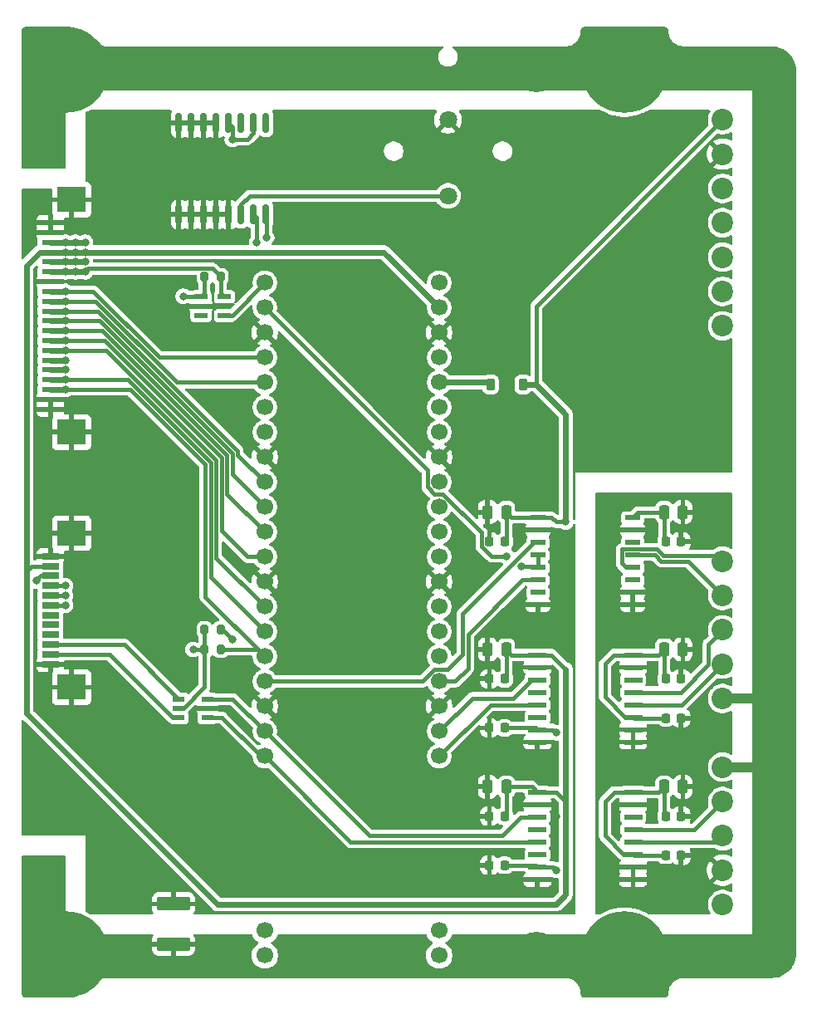
<source format=gbr>
%TF.GenerationSoftware,KiCad,Pcbnew,9.0.6*%
%TF.CreationDate,2025-12-01T18:44:20+03:00*%
%TF.ProjectId,PMCPU-LLP,504d4350-552d-44c4-9c50-2e6b69636164,rev?*%
%TF.SameCoordinates,Original*%
%TF.FileFunction,Copper,L1,Top*%
%TF.FilePolarity,Positive*%
%FSLAX46Y46*%
G04 Gerber Fmt 4.6, Leading zero omitted, Abs format (unit mm)*
G04 Created by KiCad (PCBNEW 9.0.6) date 2025-12-01 18:44:20*
%MOMM*%
%LPD*%
G01*
G04 APERTURE LIST*
G04 Aperture macros list*
%AMRoundRect*
0 Rectangle with rounded corners*
0 $1 Rounding radius*
0 $2 $3 $4 $5 $6 $7 $8 $9 X,Y pos of 4 corners*
0 Add a 4 corners polygon primitive as box body*
4,1,4,$2,$3,$4,$5,$6,$7,$8,$9,$2,$3,0*
0 Add four circle primitives for the rounded corners*
1,1,$1+$1,$2,$3*
1,1,$1+$1,$4,$5*
1,1,$1+$1,$6,$7*
1,1,$1+$1,$8,$9*
0 Add four rect primitives between the rounded corners*
20,1,$1+$1,$2,$3,$4,$5,0*
20,1,$1+$1,$4,$5,$6,$7,0*
20,1,$1+$1,$6,$7,$8,$9,0*
20,1,$1+$1,$8,$9,$2,$3,0*%
G04 Aperture macros list end*
%TA.AperFunction,SMDPad,CuDef*%
%ADD10RoundRect,0.225000X0.225000X0.375000X-0.225000X0.375000X-0.225000X-0.375000X0.225000X-0.375000X0*%
%TD*%
%TA.AperFunction,SMDPad,CuDef*%
%ADD11R,1.181100X0.558800*%
%TD*%
%TA.AperFunction,ComponentPad*%
%ADD12C,0.900000*%
%TD*%
%TA.AperFunction,ComponentPad*%
%ADD13C,8.600000*%
%TD*%
%TA.AperFunction,SMDPad,CuDef*%
%ADD14RoundRect,0.200000X-0.200000X-0.275000X0.200000X-0.275000X0.200000X0.275000X-0.200000X0.275000X0*%
%TD*%
%TA.AperFunction,SMDPad,CuDef*%
%ADD15RoundRect,0.250000X-0.250000X-0.475000X0.250000X-0.475000X0.250000X0.475000X-0.250000X0.475000X0*%
%TD*%
%TA.AperFunction,SMDPad,CuDef*%
%ADD16RoundRect,0.225000X-0.225000X-0.250000X0.225000X-0.250000X0.225000X0.250000X-0.225000X0.250000X0*%
%TD*%
%TA.AperFunction,ComponentPad*%
%ADD17C,2.200000*%
%TD*%
%TA.AperFunction,ComponentPad*%
%ADD18C,1.800000*%
%TD*%
%TA.AperFunction,SMDPad,CuDef*%
%ADD19RoundRect,0.225000X0.225000X0.250000X-0.225000X0.250000X-0.225000X-0.250000X0.225000X-0.250000X0*%
%TD*%
%TA.AperFunction,SMDPad,CuDef*%
%ADD20RoundRect,0.250000X0.250000X0.475000X-0.250000X0.475000X-0.250000X-0.475000X0.250000X-0.475000X0*%
%TD*%
%TA.AperFunction,SMDPad,CuDef*%
%ADD21R,1.854200X0.482600*%
%TD*%
%TA.AperFunction,SMDPad,CuDef*%
%ADD22R,1.320800X0.558800*%
%TD*%
%TA.AperFunction,SMDPad,CuDef*%
%ADD23R,1.803400X0.635000*%
%TD*%
%TA.AperFunction,SMDPad,CuDef*%
%ADD24R,2.997200X2.590800*%
%TD*%
%TA.AperFunction,ComponentPad*%
%ADD25C,1.700000*%
%TD*%
%TA.AperFunction,ComponentPad*%
%ADD26C,0.700000*%
%TD*%
%TA.AperFunction,ComponentPad*%
%ADD27C,4.400000*%
%TD*%
%TA.AperFunction,SMDPad,CuDef*%
%ADD28R,1.800000X0.600000*%
%TD*%
%TA.AperFunction,SMDPad,CuDef*%
%ADD29R,3.000000X2.600000*%
%TD*%
%TA.AperFunction,SMDPad,CuDef*%
%ADD30RoundRect,0.200000X0.200000X0.275000X-0.200000X0.275000X-0.200000X-0.275000X0.200000X-0.275000X0*%
%TD*%
%TA.AperFunction,SMDPad,CuDef*%
%ADD31RoundRect,0.249999X1.450001X-0.450001X1.450001X0.450001X-1.450001X0.450001X-1.450001X-0.450001X0*%
%TD*%
%TA.AperFunction,SMDPad,CuDef*%
%ADD32R,1.549400X0.482600*%
%TD*%
%TA.AperFunction,SMDPad,CuDef*%
%ADD33RoundRect,0.150000X-0.150000X0.875000X-0.150000X-0.875000X0.150000X-0.875000X0.150000X0.875000X0*%
%TD*%
%TA.AperFunction,ViaPad*%
%ADD34C,0.800000*%
%TD*%
%TA.AperFunction,ViaPad*%
%ADD35C,0.600000*%
%TD*%
%TA.AperFunction,Conductor*%
%ADD36C,0.400000*%
%TD*%
%TA.AperFunction,Conductor*%
%ADD37C,0.600000*%
%TD*%
%TA.AperFunction,Conductor*%
%ADD38C,1.000000*%
%TD*%
G04 APERTURE END LIST*
D10*
%TO.P,D1,1,K*%
%TO.N,+3.3V_CPU*%
X11650000Y13000000D03*
%TO.P,D1,2,A*%
%TO.N,Net-(D1-A)*%
X8350000Y13000000D03*
%TD*%
D11*
%TO.P,U3,1,1A*%
%TO.N,/CAN0_RXD*%
X-20533150Y-20950001D03*
%TO.P,U3,2,GND*%
%TO.N,GND_CPU*%
X-20533150Y-20000000D03*
%TO.P,U3,3,2A*%
%TO.N,/CAN0_TXD*%
X-20533150Y-19049999D03*
%TO.P,U3,4,2Y*%
%TO.N,/CAN0_TXD_LED*%
X-23466850Y-19049999D03*
%TO.P,U3,5,VCC*%
%TO.N,+3.3V_CPU*%
X-23466850Y-20000000D03*
%TO.P,U3,6,1Y*%
%TO.N,/CAN0_RXD_LED*%
X-23466850Y-20950001D03*
%TD*%
D12*
%TO.P,H2,1,1*%
%TO.N,PE*%
X-38225000Y45000000D03*
X-37280419Y47280419D03*
X-37280419Y42719581D03*
X-35000000Y48225000D03*
D13*
X-35000000Y45000000D03*
D12*
X-35000000Y41775000D03*
X-32719581Y47280419D03*
X-32719581Y42719581D03*
X-31775000Y45000000D03*
%TD*%
D14*
%TO.P,R2,1*%
%TO.N,+3.3V_CPU*%
X-20825000Y-12000000D03*
%TO.P,R2,2*%
%TO.N,/I2C0_SDA*%
X-19175000Y-12000000D03*
%TD*%
D15*
%TO.P,C14,1*%
%TO.N,+5V_EXT*%
X26050000Y-14000000D03*
%TO.P,C14,2*%
%TO.N,GND_EB*%
X27950000Y-14000000D03*
%TD*%
D16*
%TO.P,C15,1*%
%TO.N,+5V_EXT*%
X26225000Y-21000000D03*
%TO.P,C15,2*%
%TO.N,GND_EB*%
X27775000Y-21000000D03*
%TD*%
D17*
%TO.P,J9,1,Pin_1*%
%TO.N,+24V_EB*%
X32000000Y-40000000D03*
%TO.P,J9,2,Pin_2*%
%TO.N,GND_EB*%
X32000000Y-36500000D03*
%TO.P,J9,3,Pin_3*%
%TO.N,/CANL_EB*%
X32000000Y-33000000D03*
%TO.P,J9,4,Pin_4*%
%TO.N,/CANH_EB*%
X32000000Y-29500000D03*
%TO.P,J9,5,Pin_5*%
%TO.N,PE*%
X32000000Y-26000000D03*
%TD*%
D18*
%TO.P,J6,1,1*%
%TO.N,/Vbat*%
X4000000Y32250000D03*
%TO.P,J6,2,2*%
%TO.N,GND_CPU*%
X4000000Y40000000D03*
%TD*%
D16*
%TO.P,C17,1*%
%TO.N,+5V_EXT*%
X26225000Y-17000000D03*
%TO.P,C17,2*%
%TO.N,GND_EB*%
X27775000Y-17000000D03*
%TD*%
D19*
%TO.P,C10,1*%
%TO.N,+3.3V_CPU*%
X9775000Y-22000000D03*
%TO.P,C10,2*%
%TO.N,GND_CPU*%
X8225000Y-22000000D03*
%TD*%
D15*
%TO.P,C3,1*%
%TO.N,+5V_BUS*%
X26050000Y-28000000D03*
%TO.P,C3,2*%
%TO.N,GND_EB*%
X27950000Y-28000000D03*
%TD*%
D20*
%TO.P,C12,1*%
%TO.N,+5V_CPU*%
X9950000Y-14000000D03*
%TO.P,C12,2*%
%TO.N,GND_CPU*%
X8050000Y-14000000D03*
%TD*%
%TO.P,C4,1*%
%TO.N,+5V_CPU*%
X9950000Y-28000000D03*
%TO.P,C4,2*%
%TO.N,GND_CPU*%
X8050000Y-28000000D03*
%TD*%
D19*
%TO.P,C5,1*%
%TO.N,+3.3V_CPU*%
X9775000Y-36000000D03*
%TO.P,C5,2*%
%TO.N,GND_CPU*%
X8225000Y-36000000D03*
%TD*%
D14*
%TO.P,R1,1*%
%TO.N,+3.3V_CPU*%
X-20825000Y-14000000D03*
%TO.P,R1,2*%
%TO.N,/I2C0_SCL*%
X-19175000Y-14000000D03*
%TD*%
D21*
%TO.P,U6,1,Vcc*%
%TO.N,+5V_CPU*%
X13123200Y-14555000D03*
%TO.P,U6,2,GND1*%
%TO.N,GND_CPU*%
X13123200Y-15825000D03*
%TO.P,U6,3,TXD*%
%TO.N,/CAN1_TXD*%
X13123200Y-17095000D03*
%TO.P,U6,4,NC*%
%TO.N,unconnected-(U6-NC-Pad4)*%
X13123200Y-18365000D03*
%TO.P,U6,5,RXD*%
%TO.N,/CAN1_RXD*%
X13123200Y-19635000D03*
%TO.P,U6,6,NC*%
%TO.N,unconnected-(U6-NC-Pad6)*%
X13123200Y-20905000D03*
%TO.P,U6,7,Vccl*%
%TO.N,+3.3V_CPU*%
X13123200Y-22175000D03*
%TO.P,U6,8,GND1*%
%TO.N,GND_CPU*%
X13123200Y-23445000D03*
%TO.P,U6,9,GND2*%
%TO.N,GND_EB*%
X22876800Y-23445000D03*
%TO.P,U6,10,GND2*%
X22876800Y-22175000D03*
%TO.P,U6,11,Visoin*%
%TO.N,+5V_EXT*%
X22876800Y-20905000D03*
%TO.P,U6,12,CANL*%
%TO.N,/CANL*%
X22876800Y-19635000D03*
%TO.P,U6,13,CANH*%
%TO.N,/CANH*%
X22876800Y-18365000D03*
%TO.P,U6,14,NC*%
%TO.N,unconnected-(U6-NC-Pad14)*%
X22876800Y-17095000D03*
%TO.P,U6,15,GND2*%
%TO.N,GND_EB*%
X22876800Y-15825000D03*
%TO.P,U6,16,Viso*%
%TO.N,+5V_EXT*%
X22876800Y-14555000D03*
%TD*%
D16*
%TO.P,C2,1*%
%TO.N,+5V_BUS*%
X26225000Y-35000000D03*
%TO.P,C2,2*%
%TO.N,GND_EB*%
X27775000Y-35000000D03*
%TD*%
D22*
%TO.P,CR1,1,\u002AWDO*%
%TO.N,/RST*%
X-21193800Y21950001D03*
%TO.P,CR1,2,GND*%
%TO.N,GND_CPU*%
X-21193800Y21000000D03*
%TO.P,CR1,3,\u002AEN*%
%TO.N,unconnected-(CR1-\u002AEN-Pad3)*%
X-21193800Y20049999D03*
%TO.P,CR1,4,WDI*%
%TO.N,/WDT*%
X-18806200Y20049999D03*
%TO.P,CR1,5,VCC*%
%TO.N,+3.3V_CPU*%
X-18806200Y21950001D03*
%TD*%
D23*
%TO.P,J3,1,Pin_1*%
%TO.N,GND_CPU*%
X-36556000Y-15499992D03*
%TO.P,J3,2,Pin_2*%
%TO.N,/CAN0_RXD_LED*%
X-36556000Y-14499994D03*
%TO.P,J3,3,Pin_3*%
%TO.N,/CAN0_TXD_LED*%
X-36556000Y-13499996D03*
%TO.P,J3,4,Pin_4*%
%TO.N,unconnected-(J3-Pin_4-Pad4)*%
X-36556000Y-12499998D03*
%TO.P,J3,5,Pin_5*%
%TO.N,unconnected-(J3-Pin_5-Pad5)*%
X-36556000Y-11500000D03*
%TO.P,J3,6,Pin_6*%
%TO.N,/LED_2*%
X-36556000Y-10500000D03*
%TO.P,J3,7,Pin_7*%
%TO.N,/LED_1*%
X-36556000Y-9500000D03*
%TO.P,J3,8,Pin_8*%
%TO.N,/LED_0*%
X-36556000Y-8500000D03*
%TO.P,J3,9,Pin_9*%
%TO.N,/RST*%
X-36556000Y-7500002D03*
%TO.P,J3,10,Pin_10*%
%TO.N,+3.3V_CPU*%
X-36556000Y-6500004D03*
%TO.P,J3,11,Pin_11*%
%TO.N,+5V_CPU*%
X-36556000Y-5500006D03*
%TO.P,J3,12,Pin_11*%
%TO.N,GND_CPU*%
X-36556000Y-4500008D03*
D24*
%TO.P,J3,13,Pin_11*%
X-34385999Y-17850003D03*
X-34385999Y-2149997D03*
%TD*%
D25*
%TO.P,U2,1,RM_IO22*%
%TO.N,/WDT*%
X-14682500Y23387500D03*
%TO.P,U2,2,RM_IO23*%
%TO.N,/UART1_RTS*%
X-14682500Y20847500D03*
%TO.P,U2,3,GND*%
%TO.N,GND_CPU*%
X-14682500Y18307500D03*
%TO.P,U2,4,RM_IO12*%
%TO.N,/SPI0_MOSI*%
X-14682500Y15767500D03*
%TO.P,U2,5,RM_IO13*%
%TO.N,/SPI0_MISO*%
X-14682500Y13227500D03*
%TO.P,U2,6,RM_IO0*%
%TO.N,/I2C2_SDA*%
X-14682500Y10687500D03*
%TO.P,U2,7,RM_IO1*%
%TO.N,/I2C2_SCL*%
X-14682500Y8147500D03*
%TO.P,U2,8,GND*%
%TO.N,GND_CPU*%
X-14682500Y5607500D03*
%TO.P,U2,9,RM_IO11*%
%TO.N,/SPI0_SCK*%
X-14682500Y3067500D03*
%TO.P,U2,10,RM_IO10*%
%TO.N,/SPI0_CS0*%
X-14682500Y527500D03*
%TO.P,U2,11,RM_IO9*%
%TO.N,/SPI0_CS1*%
X-14682500Y-2012500D03*
%TO.P,U2,12,RM_IO8*%
%TO.N,/SPI0_CS2*%
X-14682500Y-4552500D03*
%TO.P,U2,13,GND*%
%TO.N,GND_CPU*%
X-14682500Y-7092500D03*
%TO.P,U2,14,RM_IO7*%
%TO.N,/SPI0_CS3*%
X-14682500Y-9632500D03*
%TO.P,U2,15,RM_IO6*%
%TO.N,/I2C0_SDA*%
X-14682500Y-12172500D03*
%TO.P,U2,16,RM_IO5*%
%TO.N,/I2C0_SCL*%
X-14682500Y-14712500D03*
%TO.P,U2,17,RM_IO4*%
%TO.N,/UART1_RX*%
X-14682500Y-17252500D03*
%TO.P,U2,18,GND*%
%TO.N,GND_CPU*%
X-14682500Y-19792500D03*
%TO.P,U2,19,RM_IO3*%
%TO.N,/CAN0_TXD*%
X-14682500Y-22332500D03*
%TO.P,U2,20,RM_IO2*%
%TO.N,/CAN0_RXD*%
X-14682500Y-24872500D03*
%TO.P,U2,21,RM_IO31*%
%TO.N,/CAN1_RXD*%
X3097500Y-24872500D03*
%TO.P,U2,22,RM_IO30*%
%TO.N,/CAN1_TXD*%
X3097500Y-22332500D03*
%TO.P,U2,23,GND*%
%TO.N,GND_CPU*%
X3097500Y-19792500D03*
%TO.P,U2,24,RM_IO29*%
%TO.N,/UART1_TX*%
X3097500Y-17252500D03*
%TO.P,U2,25,RM_IO28*%
%TO.N,/HMI_RES*%
X3097500Y-14712500D03*
%TO.P,U2,26,RM_IO27*%
%TO.N,/HMI_DC*%
X3097500Y-12172500D03*
%TO.P,U2,27,RM_IO26*%
%TO.N,/HMI_CS*%
X3097500Y-9632500D03*
%TO.P,U2,28,GND*%
%TO.N,GND_CPU*%
X3097500Y-7092500D03*
%TO.P,U2,29,RM_IO25*%
%TO.N,/HMI_CLK*%
X3097500Y-4552500D03*
%TO.P,U2,30,RESET*%
%TO.N,unconnected-(U2-RESET-Pad30)*%
X3097500Y-2012500D03*
%TO.P,U2,31,ADC2*%
%TO.N,/LED_1*%
X3097500Y527500D03*
%TO.P,U2,32,ADC3*%
%TO.N,/LED_0*%
X3097500Y3067500D03*
%TO.P,U2,33,GND*%
%TO.N,GND_CPU*%
X3097500Y5607500D03*
%TO.P,U2,34,RM_IO24*%
%TO.N,/HMI_DIN*%
X3097500Y8147500D03*
%TO.P,U2,35,NC*%
%TO.N,unconnected-(U2-NC-Pad35)*%
X3097500Y10687500D03*
%TO.P,U2,36,3V3_OUT*%
%TO.N,Net-(D1-A)*%
X3097500Y13227500D03*
%TO.P,U2,37,3V3_EN*%
%TO.N,unconnected-(U2-3V3_EN-Pad37)*%
X3097500Y15767500D03*
%TO.P,U2,38,GND*%
%TO.N,GND_CPU*%
X3097500Y18307500D03*
%TO.P,U2,39,VSYS*%
%TO.N,+5V_CPU*%
X3097500Y20847500D03*
%TO.P,U2,40,VBUS*%
%TO.N,unconnected-(U2-VBUS-Pad40)*%
X3097500Y23387500D03*
%TO.P,U2,41,NC*%
%TO.N,unconnected-(U2-NC-Pad41)*%
X-14682500Y-42652500D03*
%TO.P,U2,42,NC*%
%TO.N,unconnected-(U2-NC-Pad42)*%
X3097500Y-42652500D03*
%TO.P,U2,43,NC*%
%TO.N,unconnected-(U2-NC-Pad43)*%
X-14682500Y-45192500D03*
%TO.P,U2,44,NC*%
%TO.N,unconnected-(U2-NC-Pad44)*%
X3097500Y-45192500D03*
%TD*%
D26*
%TO.P,SP1,PE,PE*%
%TO.N,PE*%
X11350000Y45000000D03*
X11350000Y-45000000D03*
X11833274Y46166726D03*
X11833274Y43833274D03*
X11833274Y-43833274D03*
X11833274Y-46166726D03*
X13000000Y46650000D03*
D27*
X13000000Y45000000D03*
D26*
X13000000Y43350000D03*
X13000000Y-43350000D03*
D27*
X13000000Y-45000000D03*
D26*
X13000000Y-46650000D03*
X14166726Y46166726D03*
X14166726Y43833274D03*
X14166726Y-43833274D03*
X14166726Y-46166726D03*
X14650000Y45000000D03*
X14650000Y-45000000D03*
X35350000Y45000000D03*
X35350000Y-45000000D03*
X35833274Y46166726D03*
X35833274Y43833274D03*
X35833274Y-43833274D03*
X35833274Y-46166726D03*
X37000000Y46650000D03*
D27*
X37000000Y45000000D03*
D26*
X37000000Y43350000D03*
X37000000Y-43350000D03*
D27*
X37000000Y-45000000D03*
D26*
X37000000Y-46650000D03*
X38166726Y46166726D03*
X38166726Y43833274D03*
X38166726Y-43833274D03*
X38166726Y-46166726D03*
X38650000Y45000000D03*
X38650000Y-45000000D03*
%TD*%
D28*
%TO.P,JM2,1,Pin_1*%
%TO.N,GND_CPU*%
X-36546000Y10500000D03*
%TO.P,JM2,2,Pin_2*%
X-36546000Y11500000D03*
%TO.P,JM2,3,Pin_3*%
%TO.N,/I2C0_SCL*%
X-36546000Y12500000D03*
%TO.P,JM2,4,Pin_4*%
%TO.N,/I2C0_SDA*%
X-36546000Y13500000D03*
%TO.P,JM2,5,Pin_5*%
%TO.N,Net-(JM2-Pin_5)*%
X-36546000Y14500000D03*
%TO.P,JM2,6,Pin_6*%
%TO.N,/RST*%
X-36546000Y15500000D03*
%TO.P,JM2,7,Pin_7*%
%TO.N,/SPI0_CS3*%
X-36546000Y16500000D03*
%TO.P,JM2,8,Pin_8*%
%TO.N,/SPI0_CS2*%
X-36546000Y17500000D03*
%TO.P,JM2,9,Pin_9*%
%TO.N,/SPI0_CS1*%
X-36546000Y18500000D03*
%TO.P,JM2,10,Pin_10*%
%TO.N,/SPI0_CS0*%
X-36546000Y19500000D03*
%TO.P,JM2,11,Pin_11*%
%TO.N,/SPI0_SCK*%
X-36546000Y20500000D03*
%TO.P,JM2,12,Pin_11*%
%TO.N,/SPI0_MISO*%
X-36546000Y21500000D03*
%TO.P,JM2,13,Pin_11*%
%TO.N,/SPI0_MOSI*%
X-36546000Y22500000D03*
%TO.P,JM2,14,Pin_11*%
%TO.N,GND_CPU*%
X-36546000Y23500000D03*
%TO.P,JM2,15,Pin_11*%
%TO.N,+3.3V_CPU*%
X-36546000Y24500000D03*
%TO.P,JM2,16,Pin_11*%
X-36546000Y25500000D03*
%TO.P,JM2,17,Pin_11*%
%TO.N,+5V_CPU*%
X-36546000Y26500000D03*
%TO.P,JM2,18,Pin_11*%
X-36546000Y27500000D03*
%TO.P,JM2,19,Pin_11*%
%TO.N,GND_CPU*%
X-36546000Y28500000D03*
%TO.P,JM2,20,Pin_11*%
X-36546000Y29500000D03*
D29*
%TO.P,JM2,MP1,Pin_11*%
X-34375000Y8150000D03*
%TO.P,JM2,MP2,Pin_11*%
X-34375000Y31850000D03*
%TD*%
D12*
%TO.P,H4,1,1*%
%TO.N,PE*%
X18775000Y-45000000D03*
X19719581Y-42719581D03*
X19719581Y-47280419D03*
X22000000Y-41775000D03*
D13*
X22000000Y-45000000D03*
D12*
X22000000Y-48225000D03*
X24280419Y-42719581D03*
X24280419Y-47280419D03*
X25225000Y-45000000D03*
%TD*%
D19*
%TO.P,C6,1*%
%TO.N,+5V_CPU*%
X9775000Y-31000000D03*
%TO.P,C6,2*%
%TO.N,GND_CPU*%
X8225000Y-31000000D03*
%TD*%
D20*
%TO.P,C11,1*%
%TO.N,+3.3V_CPU*%
X9950000Y0D03*
%TO.P,C11,2*%
%TO.N,GND_CPU*%
X8050000Y0D03*
%TD*%
D30*
%TO.P,R3,1*%
%TO.N,+3.3V_CPU*%
X-19175000Y24000000D03*
%TO.P,R3,2*%
%TO.N,/RST*%
X-20825000Y24000000D03*
%TD*%
D17*
%TO.P,J7,1,Pin_1*%
%TO.N,PE*%
X32000000Y-19000000D03*
%TO.P,J7,2,Pin_2*%
%TO.N,/CANL*%
X32000000Y-15500000D03*
%TO.P,J7,3,Pin_3*%
%TO.N,/CANH*%
X32000000Y-12000000D03*
%TO.P,J7,4,Pin_4*%
%TO.N,/RS485-B*%
X32000000Y-8500000D03*
%TO.P,J7,5,Pin_5*%
%TO.N,/RS485-A*%
X32000000Y-5000000D03*
%TD*%
D12*
%TO.P,H3,1,1*%
%TO.N,PE*%
X-38225000Y-45000000D03*
X-37280419Y-42719581D03*
X-37280419Y-47280419D03*
X-35000000Y-41775000D03*
D13*
X-35000000Y-45000000D03*
D12*
X-35000000Y-48225000D03*
X-32719581Y-42719581D03*
X-32719581Y-47280419D03*
X-31775000Y-45000000D03*
%TD*%
D31*
%TO.P,C7,1*%
%TO.N,PE*%
X-24000000Y-44050000D03*
%TO.P,C7,2*%
%TO.N,GND_CPU*%
X-24000000Y-39950000D03*
%TD*%
D15*
%TO.P,C16,1*%
%TO.N,+3.3V_EXT*%
X26050000Y0D03*
%TO.P,C16,2*%
%TO.N,GND_EB*%
X27950000Y0D03*
%TD*%
D19*
%TO.P,C8,1*%
%TO.N,+3.3V_CPU*%
X9775000Y-3000000D03*
%TO.P,C8,2*%
%TO.N,GND_CPU*%
X8225000Y-3000000D03*
%TD*%
D32*
%TO.P,U5,1,VDD*%
%TO.N,+3.3V_CPU*%
X13174000Y-555000D03*
%TO.P,U5,2,GNDA*%
%TO.N,GND_CPU*%
X13174000Y-1825000D03*
%TO.P,U5,3,RO*%
%TO.N,/UART1_RX*%
X13174000Y-3095000D03*
%TO.P,U5,4,RE*%
%TO.N,/UART1_RTS*%
X13174000Y-4365000D03*
%TO.P,U5,5,DE*%
X13174000Y-5635000D03*
%TO.P,U5,6,DI*%
%TO.N,/UART1_TX*%
X13174000Y-6905000D03*
%TO.P,U5,7,NC*%
%TO.N,unconnected-(U5-NC-Pad7)*%
X13174000Y-8175000D03*
%TO.P,U5,8,GNDA*%
%TO.N,GND_CPU*%
X13174000Y-9445000D03*
%TO.P,U5,9,GNDB*%
%TO.N,GND_EB*%
X22826000Y-9445000D03*
%TO.P,U5,10,SEL*%
X22826000Y-8175000D03*
%TO.P,U5,11,NC*%
%TO.N,unconnected-(U5-NC-Pad11)*%
X22826000Y-6905000D03*
%TO.P,U5,12,A*%
%TO.N,/RS485-A*%
X22826000Y-5635000D03*
%TO.P,U5,13,B*%
%TO.N,/RS485-B*%
X22826000Y-4365000D03*
%TO.P,U5,14,NC*%
%TO.N,unconnected-(U5-NC-Pad14)*%
X22826000Y-3095000D03*
%TO.P,U5,15,GNDB*%
%TO.N,GND_EB*%
X22826000Y-1825000D03*
%TO.P,U5,16,VISO*%
%TO.N,+3.3V_EXT*%
X22826000Y-555000D03*
%TD*%
D33*
%TO.P,U4,1,32KHZ*%
%TO.N,unconnected-(U4-32KHZ-Pad1)*%
X-14555000Y39650000D03*
%TO.P,U4,2,VCC*%
%TO.N,+3.3V_CPU*%
X-15825000Y39650000D03*
%TO.P,U4,3,~{INT}/SQW*%
%TO.N,unconnected-(U4-~{INT}{slash}SQW-Pad3)*%
X-17095000Y39650000D03*
%TO.P,U4,4,~{RST}*%
%TO.N,+3.3V_CPU*%
X-18365000Y39650000D03*
%TO.P,U4,5,GND*%
%TO.N,GND_CPU*%
X-19635000Y39650000D03*
%TO.P,U4,6,GND*%
X-20905000Y39650000D03*
%TO.P,U4,7,GND*%
X-22175000Y39650000D03*
%TO.P,U4,8,GND*%
X-23445000Y39650000D03*
%TO.P,U4,9,GND*%
X-23445000Y30350000D03*
%TO.P,U4,10,GND*%
X-22175000Y30350000D03*
%TO.P,U4,11,GND*%
X-20905000Y30350000D03*
%TO.P,U4,12,GND*%
X-19635000Y30350000D03*
%TO.P,U4,13,GND*%
X-18365000Y30350000D03*
%TO.P,U4,14,VBAT*%
%TO.N,/Vbat*%
X-17095000Y30350000D03*
%TO.P,U4,15,SDA*%
%TO.N,/I2C2_SDA*%
X-15825000Y30350000D03*
%TO.P,U4,16,SCL*%
%TO.N,/I2C2_SCL*%
X-14555000Y30350000D03*
%TD*%
D17*
%TO.P,J5,1,Pin_1*%
%TO.N,/HMI_RES*%
X32000000Y19000000D03*
%TO.P,J5,2,Pin_2*%
%TO.N,/HMI_DC*%
X32000000Y22500000D03*
%TO.P,J5,3,Pin_3*%
%TO.N,/HMI_CS*%
X32000000Y26000000D03*
%TO.P,J5,4,Pin_4*%
%TO.N,/HMI_CLK*%
X32000000Y29500000D03*
%TO.P,J5,5,Pin_5*%
%TO.N,/HMI_DIN*%
X32000000Y33000000D03*
%TO.P,J5,6,Pin_6*%
%TO.N,GND_CPU*%
X32000000Y36500000D03*
%TO.P,J5,7,Pin_7*%
%TO.N,+3.3V_CPU*%
X32000000Y40000000D03*
%TD*%
D16*
%TO.P,C1,1*%
%TO.N,+5V_BUS*%
X26225000Y-31000000D03*
%TO.P,C1,2*%
%TO.N,GND_EB*%
X27775000Y-31000000D03*
%TD*%
D12*
%TO.P,H1,1,1*%
%TO.N,PE*%
X18775000Y45000000D03*
X19719581Y47280419D03*
X19719581Y42719581D03*
X22000000Y48225000D03*
D13*
X22000000Y45000000D03*
D12*
X22000000Y41775000D03*
X24280419Y47280419D03*
X24280419Y42719581D03*
X25225000Y45000000D03*
%TD*%
D19*
%TO.P,C9,1*%
%TO.N,+5V_CPU*%
X9775000Y-17000000D03*
%TO.P,C9,2*%
%TO.N,GND_CPU*%
X8225000Y-17000000D03*
%TD*%
D21*
%TO.P,U1,1,Vcc*%
%TO.N,+5V_CPU*%
X13123200Y-28555000D03*
%TO.P,U1,2,GND1*%
%TO.N,GND_CPU*%
X13123200Y-29825000D03*
%TO.P,U1,3,TXD*%
%TO.N,/CAN0_TXD*%
X13123200Y-31095000D03*
%TO.P,U1,4,NC*%
%TO.N,unconnected-(U1-NC-Pad4)*%
X13123200Y-32365000D03*
%TO.P,U1,5,RXD*%
%TO.N,/CAN0_RXD*%
X13123200Y-33635000D03*
%TO.P,U1,6,NC*%
%TO.N,unconnected-(U1-NC-Pad6)*%
X13123200Y-34905000D03*
%TO.P,U1,7,Vccl*%
%TO.N,+3.3V_CPU*%
X13123200Y-36175000D03*
%TO.P,U1,8,GND1*%
%TO.N,GND_CPU*%
X13123200Y-37445000D03*
%TO.P,U1,9,GND2*%
%TO.N,GND_EB*%
X22876800Y-37445000D03*
%TO.P,U1,10,GND2*%
X22876800Y-36175000D03*
%TO.P,U1,11,Visoin*%
%TO.N,+5V_BUS*%
X22876800Y-34905000D03*
%TO.P,U1,12,CANL*%
%TO.N,/CANL_EB*%
X22876800Y-33635000D03*
%TO.P,U1,13,CANH*%
%TO.N,/CANH_EB*%
X22876800Y-32365000D03*
%TO.P,U1,14,NC*%
%TO.N,unconnected-(U1-NC-Pad14)*%
X22876800Y-31095000D03*
%TO.P,U1,15,GND2*%
%TO.N,GND_EB*%
X22876800Y-29825000D03*
%TO.P,U1,16,Viso*%
%TO.N,+5V_BUS*%
X22876800Y-28555000D03*
%TD*%
D16*
%TO.P,C13,1*%
%TO.N,+3.3V_EXT*%
X26225000Y-3000000D03*
%TO.P,C13,2*%
%TO.N,GND_EB*%
X27775000Y-3000000D03*
%TD*%
D34*
%TO.N,/I2C0_SDA*%
X-18000000Y-13000000D03*
X-35000000Y13500000D03*
%TO.N,/I2C0_SCL*%
X-35000000Y12500000D03*
%TO.N,/I2C2_SDA*%
X-15500000Y27500000D03*
%TO.N,+3.3V_CPU*%
X-18000000Y38000000D03*
X-34000000Y24500000D03*
X-35000000Y24500000D03*
X-22000000Y-14000000D03*
X-33000000Y25500000D03*
X15000000Y-22500000D03*
X-33000000Y24500000D03*
X15000000Y-36500000D03*
X-35000000Y25500000D03*
X-38000000Y-7000000D03*
X-34000000Y25500000D03*
X16000000Y-1000000D03*
%TO.N,+5V_CPU*%
X-34000000Y26500000D03*
X-33000000Y27500000D03*
X-34000000Y27500000D03*
X-33000000Y26500000D03*
X-35000000Y27500000D03*
X-35000000Y26500000D03*
%TO.N,/I2C2_SCL*%
X-14500000Y28000000D03*
%TO.N,/SPI0_MOSI*%
X-35000000Y22500000D03*
%TO.N,/SPI0_CS2*%
X-35000000Y17500000D03*
%TO.N,/SPI0_CS1*%
X-35000000Y18500000D03*
%TO.N,/SPI0_CS3*%
X-35000000Y16500000D03*
%TO.N,Net-(JM2-Pin_5)*%
X-35000000Y14500000D03*
%TO.N,/SPI0_MISO*%
X-35000000Y21500000D03*
%TO.N,/SPI0_CS0*%
X-35000000Y19500000D03*
%TO.N,/SPI0_SCK*%
X-35000000Y20500000D03*
%TO.N,GND_CPU*%
X-29000000Y-38000000D03*
X5000000Y-30000000D03*
X4000000Y-29000000D03*
X4000000Y-36000000D03*
X11000000Y-30000000D03*
X3000000Y-30000000D03*
X-29000000Y-36000000D03*
X3000000Y-28000000D03*
X-28000000Y-37000000D03*
X3000000Y-37000000D03*
X-27000000Y-38000000D03*
X5000000Y-28000000D03*
X5000000Y-35000000D03*
X15000000Y-31000000D03*
X-27000000Y-36000000D03*
X5000000Y-37000000D03*
X3000000Y-35000000D03*
%TO.N,/RST*%
X-35000000Y15500000D03*
X-23000000Y22000000D03*
X-35000000Y-7500000D03*
%TO.N,/LED_1*%
X-35000000Y-9500000D03*
%TO.N,/LED_0*%
X-35000000Y-8500000D03*
%TO.N,/UART1_RTS*%
X10000000Y-4500000D03*
X11500000Y-5500000D03*
D35*
%TO.N,GND_EB*%
X25000000Y-16000000D03*
X21000000Y-30000000D03*
X25000000Y-30000000D03*
X21000000Y-16000000D03*
%TD*%
D36*
%TO.N,/I2C0_SDA*%
X-20204000Y-6651000D02*
X-14682500Y-12172500D01*
X-35000000Y13500000D02*
X-28616928Y13500000D01*
D37*
X-36546000Y13500000D02*
X-35000000Y13500000D01*
D36*
X-19000000Y-12000000D02*
X-18000000Y-13000000D01*
X-20204000Y5087072D02*
X-20204000Y-6651000D01*
X-19175000Y-12000000D02*
X-19000000Y-12000000D01*
X-28616928Y13500000D02*
X-20204000Y5087072D01*
%TO.N,/I2C0_SCL*%
X-20755000Y4858840D02*
X-28396160Y12500000D01*
X-19175000Y-14000000D02*
X-15395000Y-14000000D01*
X-14682500Y-14712500D02*
X-20755000Y-8640000D01*
X-28396160Y12500000D02*
X-35000000Y12500000D01*
D37*
X-36546000Y12500000D02*
X-35000000Y12500000D01*
D36*
X-20755000Y-8640000D02*
X-20755000Y4858840D01*
X-15395000Y-14000000D02*
X-14682500Y-14712500D01*
%TO.N,/I2C2_SDA*%
X-15500000Y30025000D02*
X-15825000Y30350000D01*
X-15500000Y27500000D02*
X-15500000Y30025000D01*
D38*
%TO.N,PE*%
X32000000Y-19000000D02*
X38000000Y-19000000D01*
X32000000Y-26000000D02*
X38000000Y-26000000D01*
D36*
%TO.N,/Vbat*%
X-16219999Y32250000D02*
X4000000Y32250000D01*
X-17095000Y30350000D02*
X-17095000Y31374999D01*
X-17095000Y31374999D02*
X-16219999Y32250000D01*
%TO.N,+3.3V_CPU*%
X12948200Y-22000000D02*
X13123200Y-22175000D01*
X-33000000Y24500000D02*
X-32674000Y24826000D01*
X13000000Y21000000D02*
X32000000Y40000000D01*
D37*
X-35000000Y25500000D02*
X-34000000Y25500000D01*
D36*
X-20825000Y-12000000D02*
X-20825000Y-14000000D01*
X-20825000Y-17825000D02*
X-20825000Y-14000000D01*
X13123200Y-22175000D02*
X14675000Y-22175000D01*
X13123200Y-36175000D02*
X14675000Y-36175000D01*
X13000000Y13000000D02*
X13000000Y21000000D01*
X-15825000Y38625001D02*
X-15825000Y39650000D01*
X-18000000Y38000000D02*
X-18000000Y39285000D01*
X-18000000Y38000000D02*
X-16450001Y38000000D01*
D37*
X-35000000Y24500000D02*
X-34000000Y24500000D01*
D36*
X-32674000Y24826000D02*
X-20001000Y24826000D01*
D37*
X-34000000Y25500000D02*
X-33000000Y25500000D01*
D36*
X9950000Y-2825000D02*
X9775000Y-3000000D01*
X-36556000Y-6500004D02*
X-37500004Y-6500004D01*
X-16450001Y38000000D02*
X-15825000Y38625001D01*
X13174000Y-555000D02*
X10505000Y-555000D01*
X-20001000Y24826000D02*
X-19175000Y24000000D01*
D37*
X16000000Y-1000000D02*
X16000000Y10000000D01*
D36*
X9950000Y0D02*
X9950000Y-2825000D01*
X-23466850Y-20000000D02*
X-23000000Y-20000000D01*
X10505000Y-555000D02*
X9950000Y0D01*
X-23000000Y-20000000D02*
X-20825000Y-17825000D01*
X16000000Y-1000000D02*
X15000000Y-1000000D01*
X9775000Y-22000000D02*
X12948200Y-22000000D01*
X12948200Y-36000000D02*
X13123200Y-36175000D01*
X-37500004Y-6500004D02*
X-38000000Y-7000000D01*
X-19175000Y22318801D02*
X-18806200Y21950001D01*
X-18000000Y39285000D02*
X-18365000Y39650000D01*
D37*
X16000000Y10000000D02*
X13000000Y13000000D01*
D36*
X14555000Y-555000D02*
X13174000Y-555000D01*
X14675000Y-22175000D02*
X15000000Y-22500000D01*
X14675000Y-36175000D02*
X15000000Y-36500000D01*
D37*
X13000000Y13000000D02*
X11650000Y13000000D01*
D36*
X15000000Y-1000000D02*
X14555000Y-555000D01*
X-22000000Y-14000000D02*
X-20825000Y-14000000D01*
X-19175000Y24000000D02*
X-19175000Y22318801D01*
D37*
X-36546000Y25500000D02*
X-35000000Y25500000D01*
X-34000000Y24500000D02*
X-33000000Y24500000D01*
D36*
X9775000Y-36000000D02*
X12948200Y-36000000D01*
D37*
X-36546000Y24500000D02*
X-35000000Y24500000D01*
%TO.N,+5V_CPU*%
X-33000000Y26500000D02*
X-2555000Y26500000D01*
D36*
X13123200Y-28555000D02*
X15055000Y-28555000D01*
D37*
X16000000Y-29500000D02*
X16000000Y-16000000D01*
X16000000Y-39000000D02*
X16000000Y-29500000D01*
D36*
X12568200Y-28000000D02*
X13123200Y-28555000D01*
D37*
X-34000000Y26500000D02*
X-33000000Y26500000D01*
X-35000000Y26500000D02*
X-34000000Y26500000D01*
D36*
X9950000Y-16825000D02*
X9775000Y-17000000D01*
D37*
X-39000000Y25148000D02*
X-39000000Y-6000000D01*
X-34000000Y27500000D02*
X-33000000Y27500000D01*
D36*
X9950000Y-28000000D02*
X9950000Y-30825000D01*
X9950000Y-14000000D02*
X9950000Y-16825000D01*
D37*
X-2555000Y26500000D02*
X3097500Y20847500D01*
D36*
X9950000Y-28000000D02*
X12568200Y-28000000D01*
D37*
X15000000Y-40000000D02*
X16000000Y-39000000D01*
X-39000000Y-6000000D02*
X-39000000Y-20500000D01*
X-19500000Y-40000000D02*
X15000000Y-40000000D01*
X-39000000Y-20500000D02*
X-19500000Y-40000000D01*
D36*
X13123200Y-14555000D02*
X10505000Y-14555000D01*
X14555000Y-14555000D02*
X16000000Y-16000000D01*
X10505000Y-14555000D02*
X9950000Y-14000000D01*
D37*
X-35000000Y27500000D02*
X-34000000Y27500000D01*
X-36546000Y26500000D02*
X-35000000Y26500000D01*
D36*
X13123200Y-14555000D02*
X14555000Y-14555000D01*
D37*
X-37648000Y26500000D02*
X-39000000Y25148000D01*
X-36546000Y26500000D02*
X-37648000Y26500000D01*
X-36546000Y27500000D02*
X-35000000Y27500000D01*
D36*
X-38500006Y-5500006D02*
X-39000000Y-6000000D01*
X-36556000Y-5500006D02*
X-38500006Y-5500006D01*
X15055000Y-28555000D02*
X16000000Y-29500000D01*
X9950000Y-30825000D02*
X9775000Y-31000000D01*
%TO.N,/I2C2_SCL*%
X-14500000Y30295000D02*
X-14555000Y30350000D01*
X-14500000Y28000000D02*
X-14500000Y30295000D01*
%TO.N,/WDT*%
X-18020001Y20049999D02*
X-14682500Y23387500D01*
X-18806200Y20049999D02*
X-18020001Y20049999D01*
%TO.N,/SPI0_MOSI*%
X-32162304Y22500000D02*
X-25429804Y15767500D01*
D37*
X-36546000Y22500000D02*
X-35000000Y22500000D01*
D36*
X-25429804Y15767500D02*
X-14682500Y15767500D01*
X-35000000Y22500000D02*
X-32162304Y22500000D01*
%TO.N,/SPI0_CS2*%
X-35000000Y17500000D02*
X-31058464Y17500000D01*
X-19102000Y-1898000D02*
X-16447500Y-4552500D01*
X-31058464Y17500000D02*
X-19102000Y5543536D01*
X-16447500Y-4552500D02*
X-14682500Y-4552500D01*
X-19102000Y5543536D02*
X-19102000Y-1898000D01*
D37*
X-36546000Y17500000D02*
X-35000000Y17500000D01*
D36*
%TO.N,/SPI0_CS1*%
X-18551000Y1856000D02*
X-14682500Y-2012500D01*
X-31279232Y18500000D02*
X-18551000Y5771768D01*
D37*
X-36546000Y18500000D02*
X-35000000Y18500000D01*
D36*
X-18551000Y5771768D02*
X-18551000Y1856000D01*
X-35000000Y18500000D02*
X-31279232Y18500000D01*
D37*
%TO.N,/SPI0_CS3*%
X-36546000Y16500000D02*
X-35000000Y16500000D01*
D36*
X-14682500Y-9632500D02*
X-19653000Y-4662000D01*
X-19653000Y5315304D02*
X-30837696Y16500000D01*
X-19653000Y-4662000D02*
X-19653000Y5315304D01*
X-30837696Y16500000D02*
X-35000000Y16500000D01*
D37*
%TO.N,Net-(D1-A)*%
X8122500Y13227500D02*
X8350000Y13000000D01*
X3097500Y13227500D02*
X8122500Y13227500D01*
%TO.N,Net-(JM2-Pin_5)*%
X-36546000Y14500000D02*
X-35000000Y14500000D01*
D36*
%TO.N,/SPI0_MISO*%
X-31941536Y21500000D02*
X-23669036Y13227500D01*
X-23669036Y13227500D02*
X-14682500Y13227500D01*
X-35000000Y21500000D02*
X-31941536Y21500000D01*
D37*
X-36546000Y21500000D02*
X-35000000Y21500000D01*
D36*
%TO.N,+5V_EXT*%
X22095000Y-20905000D02*
X20000000Y-18810000D01*
X20890000Y-14555000D02*
X22876800Y-14555000D01*
X22876800Y-20905000D02*
X22095000Y-20905000D01*
X20000000Y-18810000D02*
X20000000Y-15445000D01*
X22876800Y-14555000D02*
X25495000Y-14555000D01*
X26225000Y-21000000D02*
X22971800Y-21000000D01*
X25495000Y-14555000D02*
X26050000Y-14000000D01*
X20000000Y-15445000D02*
X20890000Y-14555000D01*
X26050000Y-14000000D02*
X26050000Y-16825000D01*
X22971800Y-21000000D02*
X22876800Y-20905000D01*
X26050000Y-16825000D02*
X26225000Y-17000000D01*
%TO.N,+3.3V_EXT*%
X26050000Y0D02*
X26050000Y-2825000D01*
X26050000Y0D02*
X23381000Y0D01*
X26050000Y-2825000D02*
X26225000Y-3000000D01*
X23381000Y0D02*
X22826000Y-555000D01*
%TO.N,/SPI0_CS0*%
X-14682500Y527500D02*
X-18000000Y3845000D01*
X-18000000Y6000000D02*
X-31500000Y19500000D01*
X-31500000Y19500000D02*
X-35000000Y19500000D01*
X-18000000Y3845000D02*
X-18000000Y6000000D01*
D37*
X-36546000Y19500000D02*
X-35000000Y19500000D01*
D36*
%TO.N,/SPI0_SCK*%
X-31720768Y20500000D02*
X-35000000Y20500000D01*
X-14682500Y3067500D02*
X-17449000Y5834000D01*
X-17449000Y6228232D02*
X-31720768Y20500000D01*
X-17449000Y5834000D02*
X-17449000Y6228232D01*
D37*
X-36546000Y20500000D02*
X-35000000Y20500000D01*
D36*
%TO.N,/CANH*%
X22876800Y-18365000D02*
X27705822Y-18365000D01*
X30549000Y-13451000D02*
X32000000Y-12000000D01*
X27705822Y-18365000D02*
X30549000Y-15521822D01*
X30549000Y-15521822D02*
X30549000Y-13451000D01*
%TO.N,/CANL*%
X32000000Y-15500000D02*
X27865000Y-19635000D01*
X27865000Y-19635000D02*
X22876800Y-19635000D01*
%TO.N,/CAN0_RXD*%
X-5920000Y-33635000D02*
X13123200Y-33635000D01*
X-14682500Y-24872500D02*
X-15127500Y-24872500D01*
X-14682500Y-24872500D02*
X-5920000Y-33635000D01*
X-15127500Y-24872500D02*
X-19049999Y-20950001D01*
X-19049999Y-20950001D02*
X-20533150Y-20950001D01*
%TO.N,/CAN0_TXD*%
X-17965001Y-19049999D02*
X-14682500Y-22332500D01*
X11405000Y-31095000D02*
X13123200Y-31095000D01*
X-14682500Y-22332500D02*
X-4015000Y-33000000D01*
X-20533150Y-19049999D02*
X-17965001Y-19049999D01*
X9500000Y-33000000D02*
X11405000Y-31095000D01*
X-4015000Y-33000000D02*
X9500000Y-33000000D01*
%TO.N,/CAN1_RXD*%
X8335000Y-19635000D02*
X13123200Y-19635000D01*
X3097500Y-24872500D02*
X8335000Y-19635000D01*
%TO.N,/CAN1_TXD*%
X3097500Y-22332500D02*
X6472700Y-18957300D01*
X12522800Y-17095000D02*
X13123200Y-17095000D01*
X10660500Y-18957300D02*
X12522800Y-17095000D01*
X6472700Y-18957300D02*
X10660500Y-18957300D01*
%TO.N,+5V_BUS*%
X22876800Y-28555000D02*
X25495000Y-28555000D01*
X20000000Y-33000000D02*
X20000000Y-29500000D01*
X26050000Y-28000000D02*
X26050000Y-30825000D01*
X25495000Y-28555000D02*
X26050000Y-28000000D01*
X22971800Y-35000000D02*
X22876800Y-34905000D01*
X20945000Y-28555000D02*
X22876800Y-28555000D01*
X20000000Y-29500000D02*
X20945000Y-28555000D01*
X22876800Y-34905000D02*
X21905000Y-34905000D01*
X26225000Y-35000000D02*
X22971800Y-35000000D01*
X26050000Y-30825000D02*
X26225000Y-31000000D01*
X21905000Y-34905000D02*
X20000000Y-33000000D01*
%TO.N,/RST*%
X-20825000Y22318801D02*
X-21193800Y21950001D01*
X-23000000Y22000000D02*
X-21243799Y22000000D01*
X-36555998Y-7500000D02*
X-36556000Y-7500002D01*
X-20825000Y24000000D02*
X-20825000Y22318801D01*
X-35000000Y-7500000D02*
X-36555998Y-7500000D01*
D37*
X-36546000Y15500000D02*
X-35000000Y15500000D01*
D36*
X-21243799Y22000000D02*
X-21193800Y21950001D01*
%TO.N,/LED_1*%
X-36556000Y-9500000D02*
X-35000000Y-9500000D01*
%TO.N,/CAN0_TXD_LED*%
X-23466850Y-19049999D02*
X-29016853Y-13499996D01*
X-29016853Y-13499996D02*
X-36556000Y-13499996D01*
%TO.N,/LED_0*%
X-36556000Y-8500000D02*
X-35000000Y-8500000D01*
%TO.N,/CAN0_RXD_LED*%
X-36556000Y-14499994D02*
X-30538806Y-14499994D01*
X-24088799Y-20950001D02*
X-23466850Y-20950001D01*
X-30538806Y-14499994D02*
X-24088799Y-20950001D01*
%TO.N,/UART1_RTS*%
X1896500Y2570029D02*
X2600029Y1866500D01*
X13174000Y-4365000D02*
X13174000Y-5635000D01*
X7424000Y-3494822D02*
X8429178Y-4500000D01*
X3456971Y1866500D02*
X7424000Y-2100529D01*
X2600029Y1866500D02*
X3456971Y1866500D01*
X8429178Y-4500000D02*
X10000000Y-4500000D01*
X11500000Y-5500000D02*
X13039000Y-5500000D01*
X7424000Y-2100529D02*
X7424000Y-3494822D01*
X13039000Y-5500000D02*
X13174000Y-5635000D01*
X1896500Y4268500D02*
X1896500Y2570029D01*
X-14682500Y20847500D02*
X1896500Y4268500D01*
%TO.N,/UART1_RX*%
X12726000Y-3095000D02*
X13174000Y-3095000D01*
X-14682500Y-17252500D02*
X1399029Y-17252500D01*
X2600029Y-16051500D02*
X3948500Y-16051500D01*
X5500000Y-14500000D02*
X5500000Y-10321000D01*
X5500000Y-10321000D02*
X12726000Y-3095000D01*
X3948500Y-16051500D02*
X5500000Y-14500000D01*
X1399029Y-17252500D02*
X2600029Y-16051500D01*
%TO.N,/UART1_TX*%
X11595000Y-6905000D02*
X13174000Y-6905000D01*
X4747500Y-17252500D02*
X6051000Y-15949000D01*
X3097500Y-17252500D02*
X4747500Y-17252500D01*
X6051000Y-12449000D02*
X11595000Y-6905000D01*
X6051000Y-15949000D02*
X6051000Y-12449000D01*
%TO.N,/RS485-A*%
X22826000Y-5635000D02*
X22135000Y-5635000D01*
X22135000Y-5635000D02*
X21700300Y-5200300D01*
X25272700Y-3772700D02*
X25949000Y-4449000D01*
X25949000Y-4449000D02*
X31449000Y-4449000D01*
X21700300Y-3772700D02*
X25272700Y-3772700D01*
X21700300Y-5200300D02*
X21700300Y-3772700D01*
X31449000Y-4449000D02*
X32000000Y-5000000D01*
%TO.N,/RS485-B*%
X28500000Y-5000000D02*
X32000000Y-8500000D01*
X22826000Y-4365000D02*
X25085768Y-4365000D01*
X25720768Y-5000000D02*
X28500000Y-5000000D01*
X25085768Y-4365000D02*
X25720768Y-5000000D01*
%TO.N,/CANH_EB*%
X29135000Y-32365000D02*
X32000000Y-29500000D01*
X22876800Y-32365000D02*
X29135000Y-32365000D01*
%TO.N,/CANL_EB*%
X31365000Y-33635000D02*
X32000000Y-33000000D01*
X22876800Y-33635000D02*
X31365000Y-33635000D01*
%TD*%
%TA.AperFunction,Conductor*%
%TO.N,PE*%
G36*
X-34997392Y49499390D02*
G01*
X-34626351Y49483742D01*
X-34615970Y49482865D01*
X-34250158Y49436360D01*
X-34239861Y49434607D01*
X-33879278Y49357468D01*
X-33869191Y49354862D01*
X-33516349Y49247627D01*
X-33506516Y49244179D01*
X-33163985Y49107627D01*
X-33154469Y49103361D01*
X-32829071Y48940661D01*
X-32824645Y48938448D01*
X-32815503Y48933385D01*
X-32500744Y48741293D01*
X-32492083Y48735493D01*
X-32416647Y48680231D01*
X-32194614Y48517578D01*
X-32186452Y48511053D01*
X-31908394Y48268871D01*
X-31900814Y48261686D01*
X-31644125Y47996941D01*
X-31637190Y47989157D01*
X-31420879Y47724733D01*
X-31418975Y47722346D01*
X-31413733Y47715606D01*
X-31400500Y47692686D01*
X-31379833Y47672019D01*
X-31375094Y47665926D01*
X-31374946Y47665549D01*
X-31373774Y47664198D01*
X-31360865Y47646986D01*
X-31332663Y47624849D01*
X-31307314Y47599500D01*
X-31281061Y47584343D01*
X-31274126Y47578900D01*
X-31257207Y47565619D01*
X-31257204Y47565618D01*
X-31257202Y47565616D01*
X-31231072Y47554455D01*
X-31217803Y47547821D01*
X-31193186Y47533608D01*
X-31172410Y47528042D01*
X-31172409Y47528041D01*
X-31163894Y47525760D01*
X-31136011Y47513849D01*
X-31100524Y47508780D01*
X-31065892Y47499500D01*
X-31044382Y47499500D01*
X-31026847Y47498254D01*
X-31023805Y47497820D01*
X-31005552Y47495212D01*
X-30977347Y47498611D01*
X-30962516Y47499500D01*
X3435891Y47499500D01*
X3502930Y47479815D01*
X3548685Y47427011D01*
X3558629Y47357853D01*
X3529604Y47294297D01*
X3504782Y47272398D01*
X3362218Y47177140D01*
X3362214Y47177137D01*
X3222863Y47037786D01*
X3222860Y47037782D01*
X3113371Y46873921D01*
X3113364Y46873908D01*
X3037950Y46691840D01*
X3037947Y46691830D01*
X2999500Y46498544D01*
X2999500Y46498541D01*
X2999500Y46301459D01*
X2999500Y46301457D01*
X2999499Y46301457D01*
X3037947Y46108171D01*
X3037950Y46108161D01*
X3113364Y45926093D01*
X3113371Y45926080D01*
X3222860Y45762219D01*
X3222863Y45762215D01*
X3362214Y45622864D01*
X3362218Y45622861D01*
X3526079Y45513372D01*
X3526092Y45513365D01*
X3708160Y45437951D01*
X3708165Y45437949D01*
X3708169Y45437949D01*
X3708170Y45437948D01*
X3901456Y45399500D01*
X3901459Y45399500D01*
X4098543Y45399500D01*
X4228582Y45425368D01*
X4291835Y45437949D01*
X4473914Y45513368D01*
X4637782Y45622861D01*
X4777139Y45762218D01*
X4886632Y45926086D01*
X4962051Y46108165D01*
X5000500Y46301459D01*
X5000500Y46498541D01*
X5000500Y46498544D01*
X4962052Y46691830D01*
X4962051Y46691831D01*
X4962051Y46691835D01*
X4890077Y46865597D01*
X4886635Y46873908D01*
X4886628Y46873921D01*
X4777139Y47037782D01*
X4777136Y47037786D01*
X4637785Y47177137D01*
X4637781Y47177140D01*
X4495218Y47272398D01*
X4450413Y47326010D01*
X4441706Y47395335D01*
X4471861Y47458363D01*
X4531304Y47495082D01*
X4564109Y47499500D01*
X16107317Y47499500D01*
X16107318Y47499500D01*
X16277851Y47524020D01*
X16319764Y47530045D01*
X16319765Y47530046D01*
X16319769Y47530046D01*
X16525710Y47590516D01*
X16525713Y47590518D01*
X16525715Y47590518D01*
X16720938Y47679673D01*
X16720944Y47679677D01*
X16720950Y47679679D01*
X16901513Y47795719D01*
X17063724Y47936276D01*
X17204281Y48098487D01*
X17320321Y48279050D01*
X17320323Y48279056D01*
X17320327Y48279062D01*
X17409482Y48474285D01*
X17409482Y48474287D01*
X17409484Y48474290D01*
X17469954Y48680231D01*
X17500500Y48892682D01*
X17500500Y48993039D01*
X17501280Y49006923D01*
X17501280Y49006924D01*
X17511460Y49097271D01*
X17517635Y49124330D01*
X17545353Y49203544D01*
X17557396Y49228550D01*
X17602046Y49299611D01*
X17619351Y49321310D01*
X17678690Y49380649D01*
X17700389Y49397954D01*
X17771450Y49442604D01*
X17796456Y49454647D01*
X17875670Y49482365D01*
X17902733Y49488541D01*
X17965419Y49495604D01*
X17993079Y49498720D01*
X18006962Y49499500D01*
X18065892Y49499500D01*
X25934108Y49499500D01*
X25993038Y49499500D01*
X26006922Y49498720D01*
X26097266Y49488541D01*
X26124331Y49482364D01*
X26203540Y49454648D01*
X26228553Y49442602D01*
X26299606Y49397957D01*
X26321313Y49380645D01*
X26380644Y49321314D01*
X26397957Y49299605D01*
X26442600Y49228556D01*
X26454648Y49203538D01*
X26482362Y49124334D01*
X26488540Y49097265D01*
X26498720Y49006924D01*
X26499500Y48993039D01*
X26499500Y48892683D01*
X26530044Y48680236D01*
X26530047Y48680226D01*
X26590517Y48474285D01*
X26679672Y48279062D01*
X26679679Y48279049D01*
X26795720Y48098486D01*
X26936275Y47936276D01*
X27060277Y47828828D01*
X27098487Y47795719D01*
X27221070Y47716940D01*
X27279048Y47679680D01*
X27279061Y47679673D01*
X27474284Y47590518D01*
X27474288Y47590517D01*
X27474290Y47590516D01*
X27680231Y47530046D01*
X27680232Y47530046D01*
X27680235Y47530045D01*
X27743584Y47520938D01*
X27892682Y47499500D01*
X27934108Y47499500D01*
X36934108Y47499500D01*
X36996249Y47499500D01*
X37003736Y47499274D01*
X37020599Y47498254D01*
X37293796Y47481729D01*
X37308657Y47479925D01*
X37426313Y47458363D01*
X37590798Y47428220D01*
X37605335Y47424637D01*
X37879172Y47339305D01*
X37893163Y47334000D01*
X38154743Y47216273D01*
X38167989Y47209320D01*
X38413465Y47060925D01*
X38425776Y47052427D01*
X38651573Y46875527D01*
X38662781Y46865597D01*
X38865596Y46662782D01*
X38875526Y46651574D01*
X38995481Y46498462D01*
X39052422Y46425783D01*
X39060928Y46413460D01*
X39209316Y46167996D01*
X39216275Y46154737D01*
X39333997Y45893169D01*
X39339306Y45879168D01*
X39424635Y45605337D01*
X39428219Y45590799D01*
X39479923Y45308660D01*
X39481728Y45293795D01*
X39499274Y45003737D01*
X39499500Y44996250D01*
X39499500Y-44996249D01*
X39499274Y-45003736D01*
X39481728Y-45293794D01*
X39479923Y-45308659D01*
X39428219Y-45590798D01*
X39424635Y-45605336D01*
X39339306Y-45879167D01*
X39333997Y-45893168D01*
X39216275Y-46154736D01*
X39209316Y-46167995D01*
X39060928Y-46413459D01*
X39052422Y-46425782D01*
X38875526Y-46651573D01*
X38865596Y-46662781D01*
X38662781Y-46865596D01*
X38651573Y-46875526D01*
X38425782Y-47052422D01*
X38413459Y-47060928D01*
X38167995Y-47209316D01*
X38154736Y-47216275D01*
X37893168Y-47333997D01*
X37879167Y-47339306D01*
X37605336Y-47424635D01*
X37590798Y-47428219D01*
X37308659Y-47479923D01*
X37293794Y-47481728D01*
X37003736Y-47499274D01*
X36996249Y-47499500D01*
X27892682Y-47499500D01*
X27680235Y-47530044D01*
X27680225Y-47530047D01*
X27474284Y-47590517D01*
X27279061Y-47679672D01*
X27279048Y-47679679D01*
X27098485Y-47795720D01*
X26936275Y-47936275D01*
X26795720Y-48098485D01*
X26679679Y-48279048D01*
X26679672Y-48279061D01*
X26590517Y-48474284D01*
X26530047Y-48680225D01*
X26530044Y-48680235D01*
X26499500Y-48892682D01*
X26499500Y-48993038D01*
X26498720Y-49006922D01*
X26498720Y-49006923D01*
X26488540Y-49097264D01*
X26482362Y-49124333D01*
X26454648Y-49203537D01*
X26442600Y-49228555D01*
X26397957Y-49299604D01*
X26380644Y-49321313D01*
X26321313Y-49380644D01*
X26299604Y-49397957D01*
X26228555Y-49442600D01*
X26203537Y-49454648D01*
X26124333Y-49482362D01*
X26097264Y-49488540D01*
X26017075Y-49497576D01*
X26006921Y-49498720D01*
X25993038Y-49499500D01*
X18006962Y-49499500D01*
X17993078Y-49498720D01*
X17980553Y-49497308D01*
X17902735Y-49488540D01*
X17875666Y-49482362D01*
X17796462Y-49454648D01*
X17771444Y-49442600D01*
X17700395Y-49397957D01*
X17678686Y-49380644D01*
X17619355Y-49321313D01*
X17602042Y-49299604D01*
X17569385Y-49247631D01*
X17557398Y-49228553D01*
X17545351Y-49203537D01*
X17517637Y-49124333D01*
X17511459Y-49097263D01*
X17501280Y-49006922D01*
X17500500Y-48993038D01*
X17500500Y-48892683D01*
X17500500Y-48892682D01*
X17469954Y-48680231D01*
X17409484Y-48474290D01*
X17409483Y-48474288D01*
X17409482Y-48474284D01*
X17320327Y-48279061D01*
X17320320Y-48279048D01*
X17249102Y-48168231D01*
X17204281Y-48098487D01*
X17124227Y-48006100D01*
X17063724Y-47936275D01*
X16901514Y-47795720D01*
X16901513Y-47795719D01*
X16791053Y-47724731D01*
X16720951Y-47679679D01*
X16720938Y-47679672D01*
X16525715Y-47590517D01*
X16319774Y-47530047D01*
X16319764Y-47530044D01*
X16128754Y-47502582D01*
X16107318Y-47499500D01*
X16107317Y-47499500D01*
X-30969960Y-47499500D01*
X-31005552Y-47495212D01*
X-31035568Y-47499500D01*
X-31065892Y-47499500D01*
X-31065896Y-47499500D01*
X-31093335Y-47506852D01*
X-31107882Y-47509829D01*
X-31136006Y-47513848D01*
X-31136009Y-47513848D01*
X-31136011Y-47513849D01*
X-31136013Y-47513849D01*
X-31136014Y-47513850D01*
X-31155803Y-47522302D01*
X-31163898Y-47525759D01*
X-31193186Y-47533608D01*
X-31224235Y-47551533D01*
X-31231082Y-47554458D01*
X-31231083Y-47554458D01*
X-31257198Y-47565613D01*
X-31257204Y-47565616D01*
X-31274122Y-47578897D01*
X-31288681Y-47588741D01*
X-31307313Y-47599498D01*
X-31307316Y-47599501D01*
X-31327407Y-47619590D01*
X-31338516Y-47629441D01*
X-31360864Y-47646983D01*
X-31360865Y-47646985D01*
X-31373778Y-47664202D01*
X-31375095Y-47665926D01*
X-31379834Y-47672018D01*
X-31400500Y-47692686D01*
X-31413733Y-47715605D01*
X-31418974Y-47722344D01*
X-31419481Y-47722709D01*
X-31420878Y-47724731D01*
X-31637190Y-47989156D01*
X-31644136Y-47996951D01*
X-31653005Y-48006100D01*
X-31900810Y-48261681D01*
X-31908394Y-48268870D01*
X-32186452Y-48511052D01*
X-32194614Y-48517577D01*
X-32492072Y-48735484D01*
X-32500755Y-48741299D01*
X-32815504Y-48933384D01*
X-32824645Y-48938447D01*
X-33154459Y-49103355D01*
X-33163995Y-49107630D01*
X-33506502Y-49244173D01*
X-33516364Y-49247631D01*
X-33869176Y-49354857D01*
X-33879293Y-49357471D01*
X-34239858Y-49434605D01*
X-34250160Y-49436359D01*
X-34615954Y-49482862D01*
X-34626367Y-49483742D01*
X-34997392Y-49499390D01*
X-35002617Y-49499500D01*
X-38993038Y-49499500D01*
X-39006922Y-49498720D01*
X-39019447Y-49497308D01*
X-39097265Y-49488540D01*
X-39124334Y-49482362D01*
X-39203538Y-49454648D01*
X-39228556Y-49442600D01*
X-39299605Y-49397957D01*
X-39321314Y-49380644D01*
X-39380645Y-49321313D01*
X-39397958Y-49299604D01*
X-39430615Y-49247631D01*
X-39442602Y-49228553D01*
X-39454649Y-49203537D01*
X-39482363Y-49124333D01*
X-39488541Y-49097263D01*
X-39498720Y-49006922D01*
X-39499500Y-48993038D01*
X-39499500Y-44549986D01*
X-26199999Y-44549986D01*
X-26189506Y-44652696D01*
X-26189506Y-44652698D01*
X-26134360Y-44819119D01*
X-26134355Y-44819130D01*
X-26042320Y-44968340D01*
X-26042317Y-44968344D01*
X-25918345Y-45092316D01*
X-25918341Y-45092319D01*
X-25769131Y-45184354D01*
X-25769120Y-45184359D01*
X-25602698Y-45239505D01*
X-25499980Y-45249999D01*
X-24250001Y-45249999D01*
X-23750000Y-45249999D01*
X-22500028Y-45249999D01*
X-22500014Y-45249998D01*
X-22397304Y-45239505D01*
X-22397302Y-45239505D01*
X-22230881Y-45184359D01*
X-22230870Y-45184354D01*
X-22081660Y-45092319D01*
X-22081656Y-45092316D01*
X-21957684Y-44968344D01*
X-21957681Y-44968340D01*
X-21865646Y-44819130D01*
X-21865641Y-44819119D01*
X-21810495Y-44652697D01*
X-21800001Y-44549986D01*
X-21800000Y-44549973D01*
X-21800000Y-44300000D01*
X-23750000Y-44300000D01*
X-23750000Y-45249999D01*
X-24250001Y-45249999D01*
X-24250000Y-45249998D01*
X-24250000Y-44300000D01*
X-26199999Y-44300000D01*
X-26199999Y-44549986D01*
X-39499500Y-44549986D01*
X-39499500Y-35124000D01*
X-39479815Y-35056961D01*
X-39427011Y-35011206D01*
X-39375500Y-35000000D01*
X-35124000Y-35000000D01*
X-35056961Y-35019685D01*
X-35011206Y-35072489D01*
X-35000000Y-35124000D01*
X-35000000Y-43000000D01*
X-26183286Y-43000000D01*
X-26116247Y-43019685D01*
X-26070492Y-43072489D01*
X-26060548Y-43141647D01*
X-26077748Y-43189097D01*
X-26134355Y-43280869D01*
X-26134360Y-43280880D01*
X-26189506Y-43447302D01*
X-26200000Y-43550013D01*
X-26200000Y-43800000D01*
X-21800001Y-43800000D01*
X-21800001Y-43550028D01*
X-21800002Y-43550013D01*
X-21810495Y-43447303D01*
X-21810495Y-43447301D01*
X-21865641Y-43280880D01*
X-21865646Y-43280869D01*
X-21922252Y-43189097D01*
X-21940693Y-43121705D01*
X-21919771Y-43055041D01*
X-21866129Y-43010272D01*
X-21816714Y-43000000D01*
X-16079681Y-43000000D01*
X-16012642Y-43019685D01*
X-15966887Y-43072489D01*
X-15961750Y-43085681D01*
X-15934056Y-43170916D01*
X-15837549Y-43360320D01*
X-15712610Y-43532286D01*
X-15562287Y-43682609D01*
X-15390318Y-43807550D01*
X-15381554Y-43812016D01*
X-15330758Y-43859991D01*
X-15313964Y-43927812D01*
X-15336502Y-43993947D01*
X-15381554Y-44032984D01*
X-15390318Y-44037449D01*
X-15562287Y-44162390D01*
X-15712610Y-44312713D01*
X-15837549Y-44484679D01*
X-15934056Y-44674085D01*
X-15999747Y-44876260D01*
X-16018751Y-44996249D01*
X-16033000Y-45086213D01*
X-16033000Y-45298787D01*
X-15999746Y-45508743D01*
X-15973085Y-45590798D01*
X-15934056Y-45710914D01*
X-15837549Y-45900320D01*
X-15712610Y-46072286D01*
X-15562287Y-46222609D01*
X-15390321Y-46347548D01*
X-15390319Y-46347549D01*
X-15390316Y-46347551D01*
X-15200912Y-46444057D01*
X-14998743Y-46509746D01*
X-14788787Y-46543000D01*
X-14788786Y-46543000D01*
X-14576214Y-46543000D01*
X-14576213Y-46543000D01*
X-14366257Y-46509746D01*
X-14164088Y-46444057D01*
X-13974684Y-46347551D01*
X-13952711Y-46331586D01*
X-13802714Y-46222609D01*
X-13802712Y-46222606D01*
X-13802708Y-46222604D01*
X-13652396Y-46072292D01*
X-13652394Y-46072288D01*
X-13652391Y-46072286D01*
X-13527452Y-45900320D01*
X-13527453Y-45900320D01*
X-13527449Y-45900316D01*
X-13430943Y-45710912D01*
X-13365254Y-45508743D01*
X-13332000Y-45298787D01*
X-13332000Y-45086213D01*
X-13365254Y-44876257D01*
X-13430943Y-44674088D01*
X-13527449Y-44484684D01*
X-13527451Y-44484681D01*
X-13527452Y-44484679D01*
X-13652391Y-44312713D01*
X-13802714Y-44162390D01*
X-13974680Y-44037451D01*
X-13975385Y-44037091D01*
X-13983446Y-44032985D01*
X-14034241Y-43985012D01*
X-14051037Y-43917192D01*
X-14028501Y-43851056D01*
X-13983446Y-43812015D01*
X-13974684Y-43807551D01*
X-13952711Y-43791586D01*
X-13802714Y-43682609D01*
X-13802712Y-43682606D01*
X-13802708Y-43682604D01*
X-13652396Y-43532292D01*
X-13652394Y-43532288D01*
X-13652391Y-43532286D01*
X-13527452Y-43360320D01*
X-13527453Y-43360320D01*
X-13527449Y-43360316D01*
X-13430943Y-43170912D01*
X-13403250Y-43085679D01*
X-13363812Y-43028006D01*
X-13299453Y-43000808D01*
X-13285319Y-43000000D01*
X1700319Y-43000000D01*
X1767358Y-43019685D01*
X1813113Y-43072489D01*
X1818250Y-43085681D01*
X1845944Y-43170916D01*
X1942451Y-43360320D01*
X2067390Y-43532286D01*
X2217713Y-43682609D01*
X2389682Y-43807550D01*
X2398446Y-43812016D01*
X2449242Y-43859991D01*
X2466036Y-43927812D01*
X2443498Y-43993947D01*
X2398446Y-44032984D01*
X2389682Y-44037449D01*
X2217713Y-44162390D01*
X2067390Y-44312713D01*
X1942451Y-44484679D01*
X1845944Y-44674085D01*
X1780253Y-44876260D01*
X1761249Y-44996249D01*
X1747000Y-45086213D01*
X1747000Y-45298787D01*
X1780254Y-45508743D01*
X1806915Y-45590798D01*
X1845944Y-45710914D01*
X1942451Y-45900320D01*
X2067390Y-46072286D01*
X2217713Y-46222609D01*
X2389679Y-46347548D01*
X2389681Y-46347549D01*
X2389684Y-46347551D01*
X2579088Y-46444057D01*
X2781257Y-46509746D01*
X2991213Y-46543000D01*
X2991214Y-46543000D01*
X3203786Y-46543000D01*
X3203787Y-46543000D01*
X3413743Y-46509746D01*
X3615912Y-46444057D01*
X3805316Y-46347551D01*
X3827289Y-46331586D01*
X3977286Y-46222609D01*
X3977288Y-46222606D01*
X3977292Y-46222604D01*
X4127604Y-46072292D01*
X4127606Y-46072288D01*
X4127609Y-46072286D01*
X4252548Y-45900320D01*
X4252547Y-45900320D01*
X4252551Y-45900316D01*
X4349057Y-45710912D01*
X4414746Y-45508743D01*
X4448000Y-45298787D01*
X4448000Y-45086213D01*
X4414746Y-44876257D01*
X4349057Y-44674088D01*
X4252551Y-44484684D01*
X4252549Y-44484681D01*
X4252548Y-44484679D01*
X4127609Y-44312713D01*
X3977286Y-44162390D01*
X3805320Y-44037451D01*
X3804615Y-44037091D01*
X3796554Y-44032985D01*
X3745759Y-43985012D01*
X3728963Y-43917192D01*
X3751499Y-43851056D01*
X3796554Y-43812015D01*
X3805316Y-43807551D01*
X3827289Y-43791586D01*
X3977286Y-43682609D01*
X3977288Y-43682606D01*
X3977292Y-43682604D01*
X4127604Y-43532292D01*
X4127606Y-43532288D01*
X4127609Y-43532286D01*
X4252548Y-43360320D01*
X4252547Y-43360320D01*
X4252551Y-43360316D01*
X4349057Y-43170912D01*
X4376750Y-43085679D01*
X4416188Y-43028006D01*
X4480547Y-43000808D01*
X4494681Y-43000000D01*
X35000000Y-43000000D01*
X35000000Y43000000D01*
X-35000000Y43000000D01*
X-35000000Y35124000D01*
X-35019685Y35056961D01*
X-35072489Y35011206D01*
X-35124000Y35000000D01*
X-39375500Y35000000D01*
X-39442539Y35019685D01*
X-39488294Y35072489D01*
X-39499500Y35124000D01*
X-39499500Y48993039D01*
X-39498720Y49006923D01*
X-39498720Y49006924D01*
X-39488540Y49097271D01*
X-39482365Y49124330D01*
X-39454647Y49203544D01*
X-39442604Y49228550D01*
X-39397954Y49299611D01*
X-39380649Y49321310D01*
X-39321310Y49380649D01*
X-39299611Y49397954D01*
X-39228550Y49442604D01*
X-39203544Y49454647D01*
X-39124330Y49482365D01*
X-39097267Y49488541D01*
X-39034581Y49495604D01*
X-39006921Y49498720D01*
X-38993038Y49499500D01*
X-38934108Y49499500D01*
X-35065892Y49499500D01*
X-35002617Y49499500D01*
X-34997392Y49499390D01*
G37*
%TD.AperFunction*%
%TD*%
%TA.AperFunction,Conductor*%
%TO.N,GND_EB*%
G36*
X32943039Y1980315D02*
G01*
X32988794Y1927511D01*
X33000000Y1876000D01*
X33000000Y-3628458D01*
X32980315Y-3695497D01*
X32927511Y-3741252D01*
X32858353Y-3751196D01*
X32803116Y-3728777D01*
X32786436Y-3716658D01*
X32575996Y-3609433D01*
X32351368Y-3536446D01*
X32118097Y-3499500D01*
X32118092Y-3499500D01*
X31881908Y-3499500D01*
X31881903Y-3499500D01*
X31648631Y-3536446D01*
X31424003Y-3609433D01*
X31213566Y-3716657D01*
X31170193Y-3748170D01*
X31064695Y-3824818D01*
X30998890Y-3848298D01*
X30991811Y-3848500D01*
X28704837Y-3848500D01*
X28637798Y-3828815D01*
X28592043Y-3776011D01*
X28582099Y-3706853D01*
X28599299Y-3659402D01*
X28661544Y-3558488D01*
X28661547Y-3558481D01*
X28714855Y-3397606D01*
X28724999Y-3298322D01*
X28725000Y-3298309D01*
X28725000Y-3250000D01*
X27899000Y-3250000D01*
X27831961Y-3230315D01*
X27786206Y-3177511D01*
X27775000Y-3126000D01*
X27775000Y-3000000D01*
X27649000Y-3000000D01*
X27581961Y-2980315D01*
X27536206Y-2927511D01*
X27525000Y-2876000D01*
X27525000Y-2750000D01*
X28025000Y-2750000D01*
X28724999Y-2750000D01*
X28724999Y-2701692D01*
X28724998Y-2701677D01*
X28714855Y-2602392D01*
X28661547Y-2441518D01*
X28661542Y-2441507D01*
X28572575Y-2297271D01*
X28572572Y-2297267D01*
X28452732Y-2177427D01*
X28452728Y-2177424D01*
X28308492Y-2088457D01*
X28308481Y-2088452D01*
X28147606Y-2035144D01*
X28048322Y-2025000D01*
X28025000Y-2025000D01*
X28025000Y-2750000D01*
X27525000Y-2750000D01*
X27525000Y-2024999D01*
X27501693Y-2025000D01*
X27501674Y-2025001D01*
X27402392Y-2035144D01*
X27241518Y-2088452D01*
X27241507Y-2088457D01*
X27097271Y-2177424D01*
X27097267Y-2177427D01*
X27017322Y-2257371D01*
X26955999Y-2290856D01*
X26886307Y-2285870D01*
X26863159Y-2274360D01*
X26851622Y-2267032D01*
X26836420Y-2251830D01*
X26709676Y-2176873D01*
X26708017Y-2175820D01*
X26686240Y-2150957D01*
X26663696Y-2126812D01*
X26663177Y-2124626D01*
X26661982Y-2123261D01*
X26660500Y-2113332D01*
X26650500Y-2071149D01*
X26650500Y-1093670D01*
X26670185Y-1026631D01*
X26698507Y-995685D01*
X26701858Y-993084D01*
X26701865Y-993081D01*
X26818081Y-876865D01*
X26835265Y-847807D01*
X26886330Y-800124D01*
X26955072Y-787618D01*
X27019662Y-814262D01*
X27047535Y-845830D01*
X27107680Y-943340D01*
X27107683Y-943344D01*
X27231654Y-1067315D01*
X27380875Y-1159356D01*
X27380880Y-1159358D01*
X27547302Y-1214505D01*
X27547309Y-1214506D01*
X27650019Y-1224999D01*
X28200000Y-1224999D01*
X28249972Y-1224999D01*
X28249986Y-1224998D01*
X28352697Y-1214505D01*
X28519119Y-1159358D01*
X28519124Y-1159356D01*
X28668345Y-1067315D01*
X28792315Y-943345D01*
X28884356Y-794124D01*
X28884358Y-794119D01*
X28939505Y-627697D01*
X28939506Y-627690D01*
X28949999Y-524986D01*
X28950000Y-524973D01*
X28950000Y-250000D01*
X28200000Y-250000D01*
X28200000Y-1224999D01*
X27650019Y-1224999D01*
X27699999Y-1224998D01*
X27700000Y-1224998D01*
X27700000Y250000D01*
X28200000Y250000D01*
X28949999Y250000D01*
X28949999Y524972D01*
X28949998Y524987D01*
X28939505Y627698D01*
X28884358Y794120D01*
X28884356Y794125D01*
X28792315Y943346D01*
X28668345Y1067316D01*
X28519124Y1159357D01*
X28519119Y1159359D01*
X28352697Y1214506D01*
X28352690Y1214507D01*
X28249986Y1225000D01*
X28200000Y1225000D01*
X28200000Y250000D01*
X27700000Y250000D01*
X27700000Y1225000D01*
X27699999Y1225001D01*
X27650029Y1225000D01*
X27650011Y1224999D01*
X27547302Y1214506D01*
X27380880Y1159359D01*
X27380875Y1159357D01*
X27231654Y1067316D01*
X27107682Y943344D01*
X27047535Y845830D01*
X26995587Y799106D01*
X26926624Y787885D01*
X26862542Y815728D01*
X26835265Y847807D01*
X26818081Y876865D01*
X26818078Y876868D01*
X26818076Y876871D01*
X26701870Y993077D01*
X26701862Y993083D01*
X26560396Y1076745D01*
X26560393Y1076746D01*
X26402573Y1122598D01*
X26402567Y1122599D01*
X26365701Y1125500D01*
X26365694Y1125500D01*
X25734306Y1125500D01*
X25734298Y1125500D01*
X25697432Y1122599D01*
X25697426Y1122598D01*
X25539606Y1076746D01*
X25539603Y1076745D01*
X25398137Y993083D01*
X25398129Y993077D01*
X25281923Y876871D01*
X25281917Y876863D01*
X25198255Y735397D01*
X25198254Y735396D01*
X25185038Y689904D01*
X25147431Y631019D01*
X25083959Y601813D01*
X25065962Y600500D01*
X23467670Y600500D01*
X23467654Y600501D01*
X23460058Y600501D01*
X23301943Y600501D01*
X23225579Y580039D01*
X23149214Y559577D01*
X23149209Y559574D01*
X23012290Y480525D01*
X23012282Y480519D01*
X22654882Y123119D01*
X22593559Y89634D01*
X22567201Y86800D01*
X22019782Y86800D01*
X21938819Y73977D01*
X21925996Y71946D01*
X21812958Y14350D01*
X21812957Y14349D01*
X21812952Y14346D01*
X21723254Y-75352D01*
X21723251Y-75357D01*
X21665652Y-188398D01*
X21650800Y-282175D01*
X21650800Y-827817D01*
X21658569Y-876870D01*
X21665654Y-921604D01*
X21723250Y-1034642D01*
X21723253Y-1034645D01*
X21728989Y-1042541D01*
X21726688Y-1044212D01*
X21752798Y-1092029D01*
X21747814Y-1161721D01*
X21705944Y-1217653D01*
X21694109Y-1226512D01*
X21607949Y-1341606D01*
X21607945Y-1341613D01*
X21557703Y-1476320D01*
X21557701Y-1476327D01*
X21551300Y-1535855D01*
X21551300Y-1583700D01*
X24100700Y-1583700D01*
X24100700Y-1535872D01*
X24100699Y-1535855D01*
X24094298Y-1476327D01*
X24094296Y-1476320D01*
X24044054Y-1341613D01*
X24044050Y-1341606D01*
X23957890Y-1226512D01*
X23946058Y-1217655D01*
X23904186Y-1161722D01*
X23899201Y-1092030D01*
X23925310Y-1044211D01*
X23923011Y-1042541D01*
X23928742Y-1034649D01*
X23928750Y-1034642D01*
X23986346Y-921604D01*
X23986346Y-921602D01*
X23986347Y-921601D01*
X24001200Y-827824D01*
X24001200Y-724500D01*
X24020885Y-657461D01*
X24073689Y-611706D01*
X24125200Y-600500D01*
X25065962Y-600500D01*
X25133001Y-620185D01*
X25178756Y-672989D01*
X25185038Y-689904D01*
X25198254Y-735395D01*
X25198255Y-735396D01*
X25281917Y-876862D01*
X25281923Y-876870D01*
X25398129Y-993076D01*
X25401493Y-995685D01*
X25403456Y-998403D01*
X25403651Y-998598D01*
X25403619Y-998629D01*
X25442404Y-1052324D01*
X25449500Y-1093670D01*
X25449500Y-2418142D01*
X25432233Y-2481261D01*
X25421383Y-2499606D01*
X25421380Y-2499614D01*
X25377292Y-2651366D01*
X25377290Y-2651379D01*
X25374500Y-2686829D01*
X25374500Y-3048199D01*
X25371949Y-3056884D01*
X25373238Y-3065844D01*
X25362260Y-3089883D01*
X25354815Y-3115238D01*
X25347974Y-3121165D01*
X25344214Y-3129400D01*
X25321979Y-3143689D01*
X25302011Y-3160993D01*
X25291499Y-3163279D01*
X25285437Y-3167176D01*
X25250505Y-3172198D01*
X25250502Y-3172199D01*
X25193643Y-3172199D01*
X25193639Y-3172199D01*
X25186033Y-3172200D01*
X25186032Y-3172199D01*
X25186031Y-3172200D01*
X24125200Y-3172200D01*
X24058161Y-3152515D01*
X24012406Y-3099711D01*
X24001200Y-3048201D01*
X24001199Y-2822182D01*
X23989767Y-2750000D01*
X23986346Y-2728396D01*
X23928750Y-2615358D01*
X23928745Y-2615353D01*
X23923011Y-2607459D01*
X23925311Y-2605787D01*
X23899201Y-2557970D01*
X23904185Y-2488278D01*
X23946057Y-2432345D01*
X23946061Y-2432342D01*
X23957890Y-2423487D01*
X24044050Y-2308393D01*
X24044054Y-2308386D01*
X24094296Y-2173679D01*
X24094298Y-2173672D01*
X24100699Y-2114144D01*
X24100700Y-2114127D01*
X24100700Y-2066300D01*
X21551300Y-2066300D01*
X21551300Y-2114144D01*
X21557701Y-2173672D01*
X21557703Y-2173679D01*
X21607945Y-2308386D01*
X21607949Y-2308393D01*
X21694107Y-2423485D01*
X21705941Y-2432343D01*
X21747813Y-2488276D01*
X21752799Y-2557968D01*
X21726691Y-2605789D01*
X21728989Y-2607459D01*
X21723251Y-2615357D01*
X21665652Y-2728398D01*
X21650800Y-2822175D01*
X21650800Y-3069131D01*
X21631115Y-3136170D01*
X21578311Y-3181925D01*
X21558894Y-3188906D01*
X21468516Y-3213123D01*
X21468515Y-3213123D01*
X21468513Y-3213124D01*
X21468509Y-3213126D01*
X21331590Y-3292175D01*
X21331582Y-3292181D01*
X21219781Y-3403982D01*
X21219775Y-3403990D01*
X21140726Y-3540909D01*
X21140723Y-3540916D01*
X21099800Y-3693643D01*
X21099800Y-5113630D01*
X21099799Y-5113648D01*
X21099799Y-5279354D01*
X21099798Y-5279354D01*
X21099799Y-5279357D01*
X21140723Y-5432085D01*
X21168687Y-5480520D01*
X21219777Y-5569012D01*
X21219781Y-5569017D01*
X21331585Y-5680821D01*
X21665567Y-6014802D01*
X21677165Y-6028189D01*
X21683542Y-6036711D01*
X21723250Y-6114642D01*
X21797201Y-6188593D01*
X21802524Y-6195706D01*
X21811752Y-6220459D01*
X21824411Y-6243642D01*
X21823764Y-6252680D01*
X21826931Y-6261174D01*
X21821311Y-6286985D01*
X21819427Y-6313334D01*
X21813601Y-6322399D01*
X21812067Y-6329445D01*
X21803692Y-6337817D01*
X21790926Y-6357681D01*
X21723254Y-6425352D01*
X21723251Y-6425357D01*
X21665652Y-6538398D01*
X21650800Y-6632175D01*
X21650800Y-7177817D01*
X21656952Y-7216657D01*
X21665654Y-7271604D01*
X21723250Y-7384642D01*
X21723253Y-7384645D01*
X21728989Y-7392541D01*
X21726688Y-7394212D01*
X21752798Y-7442029D01*
X21747814Y-7511721D01*
X21705944Y-7567653D01*
X21694109Y-7576512D01*
X21607949Y-7691606D01*
X21607945Y-7691613D01*
X21557703Y-7826320D01*
X21557701Y-7826327D01*
X21551300Y-7885855D01*
X21551300Y-7933700D01*
X24100700Y-7933700D01*
X24100700Y-7885872D01*
X24100699Y-7885855D01*
X24094298Y-7826327D01*
X24094296Y-7826320D01*
X24044054Y-7691613D01*
X24044050Y-7691606D01*
X23957890Y-7576512D01*
X23946058Y-7567655D01*
X23904186Y-7511722D01*
X23899201Y-7442030D01*
X23925310Y-7394211D01*
X23923011Y-7392541D01*
X23928742Y-7384649D01*
X23928750Y-7384642D01*
X23986346Y-7271604D01*
X23986346Y-7271602D01*
X23986347Y-7271601D01*
X24001199Y-7177824D01*
X24001200Y-7177819D01*
X24001199Y-6632182D01*
X23986346Y-6538396D01*
X23928750Y-6425358D01*
X23928746Y-6425354D01*
X23928745Y-6425352D01*
X23861074Y-6357681D01*
X23827589Y-6296358D01*
X23832573Y-6226666D01*
X23861074Y-6182319D01*
X23928745Y-6114647D01*
X23928750Y-6114642D01*
X23986346Y-6001604D01*
X23986346Y-6001602D01*
X23986347Y-6001601D01*
X24001199Y-5907824D01*
X24001200Y-5907819D01*
X24001199Y-5362182D01*
X23986346Y-5268396D01*
X23928750Y-5155358D01*
X23928748Y-5155356D01*
X23924319Y-5146663D01*
X23927645Y-5144968D01*
X23910377Y-5096613D01*
X23926184Y-5028555D01*
X23976276Y-4979846D01*
X24034173Y-4965500D01*
X24785671Y-4965500D01*
X24852710Y-4985185D01*
X24873351Y-5001818D01*
X25352052Y-5480520D01*
X25352054Y-5480521D01*
X25352058Y-5480524D01*
X25488977Y-5559573D01*
X25488984Y-5559577D01*
X25641711Y-5600501D01*
X25641713Y-5600501D01*
X25807422Y-5600501D01*
X25807438Y-5600500D01*
X28199903Y-5600500D01*
X28266942Y-5620185D01*
X28287584Y-5636819D01*
X30547200Y-7896435D01*
X30580685Y-7957758D01*
X30577450Y-8022433D01*
X30536447Y-8148628D01*
X30499500Y-8381902D01*
X30499500Y-8618097D01*
X30536446Y-8851368D01*
X30609433Y-9075996D01*
X30674502Y-9203700D01*
X30716657Y-9286433D01*
X30855483Y-9477510D01*
X31022490Y-9644517D01*
X31213567Y-9783343D01*
X31233853Y-9793679D01*
X31424003Y-9890566D01*
X31424005Y-9890566D01*
X31424008Y-9890568D01*
X31540399Y-9928386D01*
X31648631Y-9963553D01*
X31881903Y-10000500D01*
X31881908Y-10000500D01*
X32118097Y-10000500D01*
X32351368Y-9963553D01*
X32575992Y-9890568D01*
X32786433Y-9783343D01*
X32803113Y-9771223D01*
X32868919Y-9747743D01*
X32936973Y-9763567D01*
X32985669Y-9813672D01*
X33000000Y-9871541D01*
X33000000Y-10628458D01*
X32980315Y-10695497D01*
X32927511Y-10741252D01*
X32858353Y-10751196D01*
X32803116Y-10728777D01*
X32786436Y-10716658D01*
X32575996Y-10609433D01*
X32351368Y-10536446D01*
X32118097Y-10499500D01*
X32118092Y-10499500D01*
X31881908Y-10499500D01*
X31881903Y-10499500D01*
X31648631Y-10536446D01*
X31424003Y-10609433D01*
X31213566Y-10716657D01*
X31166028Y-10751196D01*
X31022490Y-10855483D01*
X31022488Y-10855485D01*
X31022487Y-10855485D01*
X30855485Y-11022487D01*
X30855485Y-11022488D01*
X30855483Y-11022490D01*
X30795862Y-11104550D01*
X30716657Y-11213566D01*
X30609433Y-11424003D01*
X30536446Y-11648631D01*
X30499500Y-11881902D01*
X30499500Y-12118097D01*
X30536447Y-12351369D01*
X30536447Y-12351372D01*
X30577450Y-12477564D01*
X30579445Y-12547405D01*
X30547200Y-12603563D01*
X30183341Y-12967422D01*
X30183334Y-12967429D01*
X30180286Y-12970478D01*
X30180284Y-12970480D01*
X30068480Y-13082284D01*
X30044895Y-13123135D01*
X29989423Y-13219215D01*
X29948499Y-13371943D01*
X29948499Y-13371945D01*
X29948499Y-13540046D01*
X29948500Y-13540059D01*
X29948500Y-15221724D01*
X29928815Y-15288763D01*
X29912181Y-15309405D01*
X28817654Y-16403931D01*
X28756331Y-16437416D01*
X28686639Y-16432432D01*
X28630706Y-16390560D01*
X28624435Y-16381348D01*
X28572573Y-16297268D01*
X28452732Y-16177427D01*
X28452728Y-16177424D01*
X28308492Y-16088457D01*
X28308481Y-16088452D01*
X28147606Y-16035144D01*
X28048322Y-16025000D01*
X28025000Y-16025000D01*
X28025000Y-16876000D01*
X28005315Y-16943039D01*
X27952511Y-16988794D01*
X27901000Y-17000000D01*
X27649000Y-17000000D01*
X27581961Y-16980315D01*
X27536206Y-16927511D01*
X27525000Y-16876000D01*
X27525000Y-16024999D01*
X27501693Y-16025000D01*
X27501674Y-16025001D01*
X27402392Y-16035144D01*
X27241518Y-16088452D01*
X27241507Y-16088457D01*
X27097271Y-16177424D01*
X27097267Y-16177427D01*
X27017322Y-16257371D01*
X26955999Y-16290856D01*
X26886307Y-16285870D01*
X26863159Y-16274360D01*
X26851622Y-16267032D01*
X26836420Y-16251830D01*
X26709676Y-16176873D01*
X26708017Y-16175820D01*
X26686240Y-16150957D01*
X26663696Y-16126812D01*
X26663177Y-16124626D01*
X26661982Y-16123261D01*
X26660500Y-16113332D01*
X26650500Y-16071149D01*
X26650500Y-15093670D01*
X26670185Y-15026631D01*
X26698507Y-14995685D01*
X26701858Y-14993084D01*
X26701865Y-14993081D01*
X26818081Y-14876865D01*
X26835265Y-14847807D01*
X26886330Y-14800124D01*
X26955072Y-14787618D01*
X27019662Y-14814262D01*
X27047535Y-14845830D01*
X27107680Y-14943340D01*
X27107683Y-14943344D01*
X27231654Y-15067315D01*
X27380875Y-15159356D01*
X27380880Y-15159358D01*
X27547302Y-15214505D01*
X27547309Y-15214506D01*
X27650019Y-15224999D01*
X28200000Y-15224999D01*
X28249972Y-15224999D01*
X28249986Y-15224998D01*
X28352697Y-15214505D01*
X28519119Y-15159358D01*
X28519124Y-15159356D01*
X28668345Y-15067315D01*
X28792315Y-14943345D01*
X28884356Y-14794124D01*
X28884358Y-14794119D01*
X28939505Y-14627697D01*
X28939506Y-14627690D01*
X28949999Y-14524986D01*
X28950000Y-14524973D01*
X28950000Y-14250000D01*
X28200000Y-14250000D01*
X28200000Y-15224999D01*
X27650019Y-15224999D01*
X27699999Y-15224998D01*
X27700000Y-15224998D01*
X27700000Y-13750000D01*
X28200000Y-13750000D01*
X28949999Y-13750000D01*
X28949999Y-13475028D01*
X28949998Y-13475013D01*
X28939505Y-13372302D01*
X28884358Y-13205880D01*
X28884356Y-13205875D01*
X28792315Y-13056654D01*
X28668345Y-12932684D01*
X28519124Y-12840643D01*
X28519119Y-12840641D01*
X28352697Y-12785494D01*
X28352690Y-12785493D01*
X28249986Y-12775000D01*
X28200000Y-12775000D01*
X28200000Y-13750000D01*
X27700000Y-13750000D01*
X27700000Y-12775000D01*
X27699999Y-12774999D01*
X27650029Y-12775000D01*
X27650011Y-12775001D01*
X27547302Y-12785494D01*
X27380880Y-12840641D01*
X27380875Y-12840643D01*
X27231654Y-12932684D01*
X27107682Y-13056656D01*
X27047535Y-13154170D01*
X26995587Y-13200894D01*
X26926624Y-13212115D01*
X26862542Y-13184272D01*
X26835265Y-13152193D01*
X26818081Y-13123135D01*
X26818078Y-13123132D01*
X26818076Y-13123129D01*
X26701870Y-13006923D01*
X26701862Y-13006917D01*
X26560396Y-12923255D01*
X26560393Y-12923254D01*
X26402573Y-12877402D01*
X26402567Y-12877401D01*
X26365701Y-12874500D01*
X26365694Y-12874500D01*
X25734306Y-12874500D01*
X25734298Y-12874500D01*
X25697432Y-12877401D01*
X25697426Y-12877402D01*
X25539606Y-12923254D01*
X25539603Y-12923255D01*
X25398137Y-13006917D01*
X25398129Y-13006923D01*
X25281923Y-13123129D01*
X25281917Y-13123137D01*
X25198255Y-13264603D01*
X25198254Y-13264606D01*
X25152402Y-13422426D01*
X25152401Y-13422432D01*
X25149500Y-13459298D01*
X25149500Y-13830500D01*
X25129815Y-13897539D01*
X25077011Y-13943294D01*
X25025500Y-13954500D01*
X24010877Y-13954500D01*
X23954582Y-13940985D01*
X23929201Y-13928052D01*
X23835424Y-13913200D01*
X21918182Y-13913200D01*
X21824396Y-13928054D01*
X21799016Y-13940986D01*
X21742723Y-13954500D01*
X20810943Y-13954500D01*
X20658220Y-13995421D01*
X20658215Y-13995422D01*
X20658215Y-13995423D01*
X20651154Y-13999500D01*
X20651149Y-13999503D01*
X20651148Y-13999502D01*
X20521287Y-14074477D01*
X20521282Y-14074481D01*
X19519481Y-15076282D01*
X19519480Y-15076284D01*
X19473745Y-15155501D01*
X19469361Y-15163094D01*
X19469359Y-15163096D01*
X19440425Y-15213209D01*
X19440424Y-15213210D01*
X19437265Y-15224999D01*
X19399499Y-15365943D01*
X19399499Y-15365945D01*
X19399499Y-15534046D01*
X19399500Y-15534059D01*
X19399500Y-18723330D01*
X19399499Y-18723348D01*
X19399499Y-18889054D01*
X19399498Y-18889054D01*
X19440423Y-19041785D01*
X19469358Y-19091900D01*
X19469359Y-19091904D01*
X19469360Y-19091904D01*
X19519479Y-19178714D01*
X19519481Y-19178717D01*
X19638349Y-19297585D01*
X19638355Y-19297590D01*
X21526472Y-21185707D01*
X21551104Y-21220836D01*
X21558525Y-21236697D01*
X21564054Y-21271604D01*
X21621650Y-21384642D01*
X21633113Y-21396105D01*
X21642345Y-21415835D01*
X21644471Y-21429709D01*
X21651198Y-21442029D01*
X21649658Y-21463560D01*
X21652928Y-21484899D01*
X21647215Y-21497720D01*
X21646214Y-21511721D01*
X21633277Y-21529002D01*
X21624492Y-21548720D01*
X21612755Y-21556416D01*
X21604344Y-21567653D01*
X21592509Y-21576512D01*
X21506349Y-21691606D01*
X21506345Y-21691613D01*
X21456103Y-21826320D01*
X21456101Y-21826327D01*
X21449700Y-21885855D01*
X21449700Y-21933700D01*
X24303900Y-21933700D01*
X24303900Y-21885872D01*
X24303899Y-21885855D01*
X24297498Y-21826327D01*
X24297497Y-21826323D01*
X24275682Y-21767834D01*
X24270698Y-21698142D01*
X24304183Y-21636819D01*
X24365506Y-21603334D01*
X24391864Y-21600500D01*
X25414547Y-21600500D01*
X25481586Y-21620185D01*
X25502228Y-21636819D01*
X25613574Y-21748165D01*
X25613578Y-21748168D01*
X25613580Y-21748170D01*
X25749610Y-21828618D01*
X25901373Y-21872709D01*
X25936837Y-21875500D01*
X26513162Y-21875499D01*
X26548627Y-21872709D01*
X26700390Y-21828618D01*
X26836420Y-21748170D01*
X26841959Y-21742630D01*
X26903278Y-21709144D01*
X26972970Y-21714125D01*
X27017323Y-21742628D01*
X27097267Y-21822572D01*
X27097271Y-21822575D01*
X27241507Y-21911542D01*
X27241518Y-21911547D01*
X27402393Y-21964855D01*
X27501683Y-21974999D01*
X28025000Y-21974999D01*
X28048308Y-21974999D01*
X28048322Y-21974998D01*
X28147607Y-21964855D01*
X28308481Y-21911547D01*
X28308492Y-21911542D01*
X28452728Y-21822575D01*
X28452732Y-21822572D01*
X28572572Y-21702732D01*
X28572575Y-21702728D01*
X28661542Y-21558492D01*
X28661547Y-21558481D01*
X28714855Y-21397606D01*
X28724999Y-21298322D01*
X28725000Y-21298309D01*
X28725000Y-21250000D01*
X28025000Y-21250000D01*
X28025000Y-21974999D01*
X27501683Y-21974999D01*
X27525000Y-21974998D01*
X27525000Y-21124000D01*
X27544685Y-21056961D01*
X27597489Y-21011206D01*
X27649000Y-21000000D01*
X27775000Y-21000000D01*
X27775000Y-20874000D01*
X27794685Y-20806961D01*
X27847489Y-20761206D01*
X27899000Y-20750000D01*
X28724999Y-20750000D01*
X28724999Y-20701692D01*
X28724998Y-20701677D01*
X28714855Y-20602392D01*
X28661547Y-20441518D01*
X28661542Y-20441507D01*
X28572575Y-20297271D01*
X28572572Y-20297267D01*
X28452731Y-20177426D01*
X28412453Y-20152582D01*
X28365729Y-20100633D01*
X28354508Y-20031671D01*
X28382352Y-19967589D01*
X28389859Y-19959374D01*
X31396437Y-16952796D01*
X31457758Y-16919313D01*
X31522433Y-16922547D01*
X31648632Y-16963553D01*
X31736110Y-16977408D01*
X31881903Y-17000500D01*
X31881908Y-17000500D01*
X32118097Y-17000500D01*
X32351368Y-16963553D01*
X32414503Y-16943039D01*
X32575992Y-16890568D01*
X32786433Y-16783343D01*
X32803113Y-16771223D01*
X32868919Y-16747743D01*
X32936973Y-16763567D01*
X32985669Y-16813672D01*
X33000000Y-16871541D01*
X33000000Y-17628458D01*
X32980315Y-17695497D01*
X32927511Y-17741252D01*
X32858353Y-17751196D01*
X32803116Y-17728777D01*
X32786436Y-17716658D01*
X32575996Y-17609433D01*
X32351368Y-17536446D01*
X32118097Y-17499500D01*
X32118092Y-17499500D01*
X31881908Y-17499500D01*
X31881903Y-17499500D01*
X31648631Y-17536446D01*
X31424003Y-17609433D01*
X31213566Y-17716657D01*
X31147717Y-17764500D01*
X31022490Y-17855483D01*
X31022488Y-17855485D01*
X31022487Y-17855485D01*
X30855485Y-18022487D01*
X30855485Y-18022488D01*
X30855483Y-18022490D01*
X30804854Y-18092175D01*
X30716657Y-18213566D01*
X30609433Y-18424003D01*
X30536446Y-18648631D01*
X30499500Y-18881902D01*
X30499500Y-19118097D01*
X30536446Y-19351368D01*
X30609433Y-19575996D01*
X30672344Y-19699464D01*
X30716657Y-19786433D01*
X30855483Y-19977510D01*
X31022490Y-20144517D01*
X31213567Y-20283343D01*
X31273091Y-20313672D01*
X31424003Y-20390566D01*
X31424005Y-20390566D01*
X31424008Y-20390568D01*
X31544412Y-20429689D01*
X31648631Y-20463553D01*
X31881903Y-20500500D01*
X31881908Y-20500500D01*
X32118097Y-20500500D01*
X32351368Y-20463553D01*
X32575992Y-20390568D01*
X32786433Y-20283343D01*
X32803113Y-20271223D01*
X32868919Y-20247743D01*
X32936973Y-20263567D01*
X32985669Y-20313672D01*
X33000000Y-20371541D01*
X33000000Y-24628458D01*
X32980315Y-24695497D01*
X32927511Y-24741252D01*
X32858353Y-24751196D01*
X32803116Y-24728777D01*
X32786436Y-24716658D01*
X32575996Y-24609433D01*
X32351368Y-24536446D01*
X32118097Y-24499500D01*
X32118092Y-24499500D01*
X31881908Y-24499500D01*
X31881903Y-24499500D01*
X31648631Y-24536446D01*
X31424003Y-24609433D01*
X31213566Y-24716657D01*
X31166028Y-24751196D01*
X31022490Y-24855483D01*
X31022488Y-24855485D01*
X31022487Y-24855485D01*
X30855485Y-25022487D01*
X30855485Y-25022488D01*
X30855483Y-25022490D01*
X30799532Y-25099500D01*
X30716657Y-25213566D01*
X30609433Y-25424003D01*
X30536446Y-25648631D01*
X30499500Y-25881902D01*
X30499500Y-26118097D01*
X30536446Y-26351368D01*
X30609433Y-26575996D01*
X30672344Y-26699464D01*
X30716657Y-26786433D01*
X30855483Y-26977510D01*
X31022490Y-27144517D01*
X31213567Y-27283343D01*
X31273091Y-27313672D01*
X31424003Y-27390566D01*
X31424005Y-27390566D01*
X31424008Y-27390568D01*
X31522057Y-27422426D01*
X31648631Y-27463553D01*
X31881903Y-27500500D01*
X31881908Y-27500500D01*
X32118097Y-27500500D01*
X32351368Y-27463553D01*
X32364439Y-27459306D01*
X32575992Y-27390568D01*
X32786433Y-27283343D01*
X32803113Y-27271223D01*
X32868919Y-27247743D01*
X32936973Y-27263567D01*
X32985669Y-27313672D01*
X33000000Y-27371541D01*
X33000000Y-28128458D01*
X32980315Y-28195497D01*
X32927511Y-28241252D01*
X32858353Y-28251196D01*
X32803116Y-28228777D01*
X32786436Y-28216658D01*
X32575996Y-28109433D01*
X32351368Y-28036446D01*
X32118097Y-27999500D01*
X32118092Y-27999500D01*
X31881908Y-27999500D01*
X31881903Y-27999500D01*
X31648631Y-28036446D01*
X31424003Y-28109433D01*
X31213566Y-28216657D01*
X31167674Y-28250000D01*
X31022490Y-28355483D01*
X31022488Y-28355485D01*
X31022487Y-28355485D01*
X30855485Y-28522487D01*
X30855485Y-28522488D01*
X30855483Y-28522490D01*
X30853670Y-28524986D01*
X30716657Y-28713566D01*
X30609433Y-28924003D01*
X30536446Y-29148631D01*
X30499500Y-29381902D01*
X30499500Y-29618097D01*
X30536447Y-29851369D01*
X30536447Y-29851372D01*
X30577450Y-29977564D01*
X30579445Y-30047405D01*
X30547200Y-30103563D01*
X28922584Y-31728181D01*
X28895656Y-31742884D01*
X28869838Y-31759477D01*
X28863637Y-31760368D01*
X28861261Y-31761666D01*
X28834903Y-31764500D01*
X28756650Y-31764500D01*
X28689611Y-31744815D01*
X28643856Y-31692011D01*
X28633912Y-31622853D01*
X28651111Y-31575404D01*
X28661543Y-31558490D01*
X28661547Y-31558481D01*
X28714855Y-31397606D01*
X28724999Y-31298322D01*
X28725000Y-31298309D01*
X28725000Y-31250000D01*
X27899000Y-31250000D01*
X27831961Y-31230315D01*
X27786206Y-31177511D01*
X27775000Y-31126000D01*
X27775000Y-31000000D01*
X27649000Y-31000000D01*
X27581961Y-30980315D01*
X27536206Y-30927511D01*
X27525000Y-30876000D01*
X27525000Y-30750000D01*
X28025000Y-30750000D01*
X28724999Y-30750000D01*
X28724999Y-30701692D01*
X28724998Y-30701677D01*
X28714855Y-30602392D01*
X28661547Y-30441518D01*
X28661542Y-30441507D01*
X28572575Y-30297271D01*
X28572572Y-30297267D01*
X28452732Y-30177427D01*
X28452728Y-30177424D01*
X28308492Y-30088457D01*
X28308481Y-30088452D01*
X28147606Y-30035144D01*
X28048322Y-30025000D01*
X28025000Y-30025000D01*
X28025000Y-30750000D01*
X27525000Y-30750000D01*
X27525000Y-30024999D01*
X27501693Y-30025000D01*
X27501674Y-30025001D01*
X27402392Y-30035144D01*
X27241518Y-30088452D01*
X27241507Y-30088457D01*
X27097271Y-30177424D01*
X27097267Y-30177427D01*
X27017322Y-30257371D01*
X26955999Y-30290856D01*
X26886307Y-30285870D01*
X26863159Y-30274360D01*
X26851622Y-30267032D01*
X26836420Y-30251830D01*
X26709676Y-30176873D01*
X26708017Y-30175820D01*
X26686240Y-30150957D01*
X26663696Y-30126812D01*
X26663177Y-30124626D01*
X26661982Y-30123261D01*
X26660500Y-30113332D01*
X26650500Y-30071149D01*
X26650500Y-29093670D01*
X26670185Y-29026631D01*
X26698507Y-28995685D01*
X26701858Y-28993084D01*
X26701865Y-28993081D01*
X26818081Y-28876865D01*
X26835265Y-28847807D01*
X26886330Y-28800124D01*
X26955072Y-28787618D01*
X27019662Y-28814262D01*
X27047535Y-28845830D01*
X27107680Y-28943340D01*
X27107683Y-28943344D01*
X27231654Y-29067315D01*
X27380875Y-29159356D01*
X27380880Y-29159358D01*
X27547302Y-29214505D01*
X27547309Y-29214506D01*
X27650019Y-29224999D01*
X28200000Y-29224999D01*
X28249972Y-29224999D01*
X28249986Y-29224998D01*
X28352697Y-29214505D01*
X28519119Y-29159358D01*
X28519124Y-29159356D01*
X28668345Y-29067315D01*
X28792315Y-28943345D01*
X28884356Y-28794124D01*
X28884358Y-28794119D01*
X28939505Y-28627697D01*
X28939506Y-28627690D01*
X28949999Y-28524986D01*
X28950000Y-28524973D01*
X28950000Y-28250000D01*
X28200000Y-28250000D01*
X28200000Y-29224999D01*
X27650019Y-29224999D01*
X27699999Y-29224998D01*
X27700000Y-29224998D01*
X27700000Y-27750000D01*
X28200000Y-27750000D01*
X28949999Y-27750000D01*
X28949999Y-27475028D01*
X28949998Y-27475013D01*
X28939505Y-27372302D01*
X28884358Y-27205880D01*
X28884356Y-27205875D01*
X28792315Y-27056654D01*
X28668345Y-26932684D01*
X28519124Y-26840643D01*
X28519119Y-26840641D01*
X28352697Y-26785494D01*
X28352690Y-26785493D01*
X28249986Y-26775000D01*
X28200000Y-26775000D01*
X28200000Y-27750000D01*
X27700000Y-27750000D01*
X27700000Y-26775000D01*
X27699999Y-26774999D01*
X27650029Y-26775000D01*
X27650011Y-26775001D01*
X27547302Y-26785494D01*
X27380880Y-26840641D01*
X27380875Y-26840643D01*
X27231654Y-26932684D01*
X27107682Y-27056656D01*
X27047535Y-27154170D01*
X26995587Y-27200894D01*
X26926624Y-27212115D01*
X26862542Y-27184272D01*
X26835265Y-27152193D01*
X26818081Y-27123135D01*
X26818078Y-27123132D01*
X26818076Y-27123129D01*
X26701870Y-27006923D01*
X26701862Y-27006917D01*
X26560396Y-26923255D01*
X26560393Y-26923254D01*
X26402573Y-26877402D01*
X26402567Y-26877401D01*
X26365701Y-26874500D01*
X26365694Y-26874500D01*
X25734306Y-26874500D01*
X25734298Y-26874500D01*
X25697432Y-26877401D01*
X25697426Y-26877402D01*
X25539606Y-26923254D01*
X25539603Y-26923255D01*
X25398137Y-27006917D01*
X25398129Y-27006923D01*
X25281923Y-27123129D01*
X25281917Y-27123137D01*
X25198255Y-27264603D01*
X25198254Y-27264606D01*
X25152402Y-27422426D01*
X25152401Y-27422432D01*
X25149500Y-27459298D01*
X25149500Y-27830500D01*
X25129815Y-27897539D01*
X25077011Y-27943294D01*
X25025500Y-27954500D01*
X24010877Y-27954500D01*
X23954582Y-27940985D01*
X23929201Y-27928052D01*
X23835424Y-27913200D01*
X21918182Y-27913200D01*
X21824396Y-27928054D01*
X21799016Y-27940986D01*
X21742723Y-27954500D01*
X21031669Y-27954500D01*
X21031653Y-27954499D01*
X21024057Y-27954499D01*
X20865943Y-27954499D01*
X20713215Y-27995423D01*
X20713212Y-27995424D01*
X20706152Y-27999501D01*
X20706150Y-27999502D01*
X20576287Y-28074477D01*
X20576282Y-28074481D01*
X19519481Y-29131282D01*
X19519479Y-29131285D01*
X19490232Y-29181944D01*
X19490231Y-29181946D01*
X19440423Y-29268214D01*
X19431216Y-29302575D01*
X19399499Y-29420943D01*
X19399499Y-29420945D01*
X19399499Y-29589046D01*
X19399500Y-29589059D01*
X19399500Y-32913330D01*
X19399499Y-32913348D01*
X19399499Y-33079054D01*
X19399498Y-33079054D01*
X19419942Y-33155352D01*
X19440423Y-33231785D01*
X19455385Y-33257700D01*
X19455386Y-33257702D01*
X19455387Y-33257702D01*
X19519479Y-33368714D01*
X19519481Y-33368717D01*
X19638349Y-33487585D01*
X19638355Y-33487590D01*
X21424478Y-35273713D01*
X21424480Y-35273716D01*
X21536284Y-35385520D01*
X21566096Y-35402731D01*
X21576078Y-35411863D01*
X21587443Y-35430642D01*
X21602594Y-35446530D01*
X21605180Y-35459948D01*
X21612255Y-35471637D01*
X21611663Y-35493580D01*
X21615819Y-35515137D01*
X21610728Y-35528306D01*
X21610373Y-35541481D01*
X21599422Y-35557551D01*
X21591647Y-35577665D01*
X21506347Y-35691611D01*
X21506345Y-35691613D01*
X21456103Y-35826320D01*
X21456101Y-35826327D01*
X21449700Y-35885855D01*
X21449700Y-35933700D01*
X24303900Y-35933700D01*
X24303900Y-35885872D01*
X24303899Y-35885855D01*
X24297498Y-35826327D01*
X24297497Y-35826323D01*
X24275682Y-35767834D01*
X24270698Y-35698142D01*
X24304183Y-35636819D01*
X24365506Y-35603334D01*
X24391864Y-35600500D01*
X25414547Y-35600500D01*
X25481586Y-35620185D01*
X25502228Y-35636819D01*
X25613574Y-35748165D01*
X25613578Y-35748168D01*
X25613580Y-35748170D01*
X25749610Y-35828618D01*
X25901373Y-35872709D01*
X25936837Y-35875500D01*
X26513162Y-35875499D01*
X26548627Y-35872709D01*
X26700390Y-35828618D01*
X26836420Y-35748170D01*
X26841959Y-35742630D01*
X26903278Y-35709144D01*
X26972970Y-35714125D01*
X27017323Y-35742628D01*
X27097267Y-35822572D01*
X27097271Y-35822575D01*
X27241507Y-35911542D01*
X27241518Y-35911547D01*
X27402393Y-35964855D01*
X27501683Y-35974999D01*
X28025000Y-35974999D01*
X28048308Y-35974999D01*
X28048322Y-35974998D01*
X28147607Y-35964855D01*
X28308481Y-35911547D01*
X28308492Y-35911542D01*
X28452728Y-35822575D01*
X28452732Y-35822572D01*
X28572572Y-35702732D01*
X28572575Y-35702728D01*
X28661542Y-35558492D01*
X28661547Y-35558481D01*
X28714855Y-35397606D01*
X28724999Y-35298322D01*
X28725000Y-35298309D01*
X28725000Y-35250000D01*
X28025000Y-35250000D01*
X28025000Y-35974999D01*
X27501683Y-35974999D01*
X27525000Y-35974998D01*
X27525000Y-35124000D01*
X27544685Y-35056961D01*
X27597489Y-35011206D01*
X27649000Y-35000000D01*
X27775000Y-35000000D01*
X27775000Y-34874000D01*
X27794685Y-34806961D01*
X27847489Y-34761206D01*
X27899000Y-34750000D01*
X28724999Y-34750000D01*
X28724999Y-34701692D01*
X28724998Y-34701677D01*
X28714855Y-34602392D01*
X28661547Y-34441518D01*
X28661543Y-34441509D01*
X28651111Y-34424596D01*
X28632671Y-34357204D01*
X28653594Y-34290540D01*
X28707236Y-34245771D01*
X28756650Y-34235500D01*
X31107426Y-34235500D01*
X31174465Y-34255185D01*
X31180311Y-34259182D01*
X31206287Y-34278054D01*
X31213567Y-34283343D01*
X31347659Y-34351666D01*
X31424003Y-34390566D01*
X31424005Y-34390566D01*
X31424008Y-34390568D01*
X31528735Y-34424596D01*
X31648631Y-34463553D01*
X31881903Y-34500500D01*
X31881908Y-34500500D01*
X32118097Y-34500500D01*
X32351368Y-34463553D01*
X32575992Y-34390568D01*
X32786433Y-34283343D01*
X32803113Y-34271223D01*
X32868919Y-34247743D01*
X32936973Y-34263567D01*
X32985669Y-34313672D01*
X33000000Y-34371541D01*
X33000000Y-35011453D01*
X32980315Y-35078492D01*
X32927511Y-35124247D01*
X32858353Y-35134191D01*
X32819705Y-35121938D01*
X32614184Y-35017219D01*
X32374669Y-34939397D01*
X32125928Y-34900000D01*
X31874072Y-34900000D01*
X31625330Y-34939397D01*
X31385815Y-35017219D01*
X31161413Y-35131559D01*
X31059301Y-35205747D01*
X31059300Y-35205748D01*
X31714242Y-35860690D01*
X31668426Y-35879668D01*
X31553776Y-35956274D01*
X31456274Y-36053776D01*
X31379668Y-36168426D01*
X31360690Y-36214242D01*
X30705748Y-35559300D01*
X30705747Y-35559301D01*
X30631559Y-35661413D01*
X30517219Y-35885815D01*
X30439397Y-36125330D01*
X30400000Y-36374071D01*
X30400000Y-36625928D01*
X30439397Y-36874669D01*
X30517219Y-37114184D01*
X30631557Y-37338583D01*
X30705748Y-37440697D01*
X30705748Y-37440698D01*
X31360690Y-36785756D01*
X31379668Y-36831574D01*
X31456274Y-36946224D01*
X31553776Y-37043726D01*
X31668426Y-37120332D01*
X31714241Y-37139309D01*
X31059300Y-37794250D01*
X31161416Y-37868442D01*
X31385815Y-37982780D01*
X31625330Y-38060602D01*
X31874072Y-38100000D01*
X32125928Y-38100000D01*
X32374669Y-38060602D01*
X32614187Y-37982779D01*
X32614191Y-37982777D01*
X32819705Y-37878062D01*
X32888374Y-37865165D01*
X32953114Y-37891441D01*
X32993372Y-37948547D01*
X33000000Y-37988546D01*
X33000000Y-38628458D01*
X32980315Y-38695497D01*
X32927511Y-38741252D01*
X32858353Y-38751196D01*
X32803116Y-38728777D01*
X32786436Y-38716658D01*
X32575996Y-38609433D01*
X32351368Y-38536446D01*
X32118097Y-38499500D01*
X32118092Y-38499500D01*
X31881908Y-38499500D01*
X31881903Y-38499500D01*
X31648631Y-38536446D01*
X31424003Y-38609433D01*
X31213566Y-38716657D01*
X31166028Y-38751196D01*
X31022490Y-38855483D01*
X31022488Y-38855485D01*
X31022487Y-38855485D01*
X30855485Y-39022487D01*
X30855485Y-39022488D01*
X30855483Y-39022490D01*
X30795862Y-39104550D01*
X30716657Y-39213566D01*
X30609433Y-39424003D01*
X30536446Y-39648631D01*
X30499500Y-39881902D01*
X30499500Y-40118097D01*
X30536446Y-40351368D01*
X30609433Y-40575996D01*
X30716657Y-40786434D01*
X30728776Y-40803113D01*
X30752257Y-40868919D01*
X30736433Y-40936973D01*
X30686328Y-40985669D01*
X30628459Y-41000000D01*
X24506021Y-41000000D01*
X24444022Y-40983387D01*
X24245757Y-40868919D01*
X24172523Y-40826637D01*
X24172507Y-40826629D01*
X23800522Y-40653168D01*
X23800512Y-40653164D01*
X23414807Y-40512780D01*
X23018351Y-40406551D01*
X23018354Y-40406551D01*
X23018344Y-40406549D01*
X23018338Y-40406547D01*
X23018334Y-40406547D01*
X22614128Y-40335274D01*
X22205229Y-40299500D01*
X22205228Y-40299500D01*
X21794772Y-40299500D01*
X21794771Y-40299500D01*
X21385872Y-40335274D01*
X21385870Y-40335274D01*
X20981665Y-40406547D01*
X20981648Y-40406551D01*
X20585192Y-40512780D01*
X20199487Y-40653164D01*
X20199477Y-40653168D01*
X19827492Y-40826629D01*
X19827476Y-40826637D01*
X19636370Y-40936973D01*
X19555977Y-40983387D01*
X19493979Y-41000000D01*
X19124000Y-41000000D01*
X19056961Y-40980315D01*
X19011206Y-40927511D01*
X19000000Y-40876000D01*
X19000000Y-37734144D01*
X21449700Y-37734144D01*
X21456101Y-37793672D01*
X21456103Y-37793679D01*
X21506345Y-37928386D01*
X21506349Y-37928393D01*
X21592509Y-38043487D01*
X21592512Y-38043490D01*
X21707606Y-38129650D01*
X21707613Y-38129654D01*
X21842320Y-38179896D01*
X21842327Y-38179898D01*
X21901855Y-38186299D01*
X21901872Y-38186300D01*
X22635500Y-38186300D01*
X23118100Y-38186300D01*
X23851728Y-38186300D01*
X23851744Y-38186299D01*
X23911272Y-38179898D01*
X23911279Y-38179896D01*
X24045986Y-38129654D01*
X24045993Y-38129650D01*
X24161087Y-38043490D01*
X24161090Y-38043487D01*
X24247250Y-37928393D01*
X24247254Y-37928386D01*
X24297496Y-37793679D01*
X24297498Y-37793672D01*
X24303899Y-37734144D01*
X24303900Y-37734127D01*
X24303900Y-37686300D01*
X23118100Y-37686300D01*
X23118100Y-38186300D01*
X22635500Y-38186300D01*
X22635500Y-37686300D01*
X21449700Y-37686300D01*
X21449700Y-37734144D01*
X19000000Y-37734144D01*
X19000000Y-36464144D01*
X21449700Y-36464144D01*
X21456101Y-36523672D01*
X21456103Y-36523679D01*
X21506345Y-36658386D01*
X21506346Y-36658388D01*
X21564214Y-36735689D01*
X21588631Y-36801153D01*
X21573780Y-36869426D01*
X21564214Y-36884311D01*
X21506346Y-36961611D01*
X21506345Y-36961613D01*
X21456103Y-37096320D01*
X21456101Y-37096327D01*
X21449700Y-37155855D01*
X21449700Y-37203700D01*
X22635500Y-37203700D01*
X23118100Y-37203700D01*
X24303900Y-37203700D01*
X24303900Y-37155872D01*
X24303899Y-37155855D01*
X24297498Y-37096327D01*
X24297496Y-37096320D01*
X24247254Y-36961613D01*
X24247253Y-36961611D01*
X24189386Y-36884311D01*
X24164969Y-36818847D01*
X24179820Y-36750574D01*
X24189386Y-36735689D01*
X24247253Y-36658388D01*
X24247254Y-36658386D01*
X24297496Y-36523679D01*
X24297498Y-36523672D01*
X24303899Y-36464144D01*
X24303900Y-36464127D01*
X24303900Y-36416300D01*
X23118100Y-36416300D01*
X23118100Y-37203700D01*
X22635500Y-37203700D01*
X22635500Y-36416300D01*
X21449700Y-36416300D01*
X21449700Y-36464144D01*
X19000000Y-36464144D01*
X19000000Y-23734144D01*
X21449700Y-23734144D01*
X21456101Y-23793672D01*
X21456103Y-23793679D01*
X21506345Y-23928386D01*
X21506349Y-23928393D01*
X21592509Y-24043487D01*
X21592512Y-24043490D01*
X21707606Y-24129650D01*
X21707613Y-24129654D01*
X21842320Y-24179896D01*
X21842327Y-24179898D01*
X21901855Y-24186299D01*
X21901872Y-24186300D01*
X22635500Y-24186300D01*
X23118100Y-24186300D01*
X23851728Y-24186300D01*
X23851744Y-24186299D01*
X23911272Y-24179898D01*
X23911279Y-24179896D01*
X24045986Y-24129654D01*
X24045993Y-24129650D01*
X24161087Y-24043490D01*
X24161090Y-24043487D01*
X24247250Y-23928393D01*
X24247254Y-23928386D01*
X24297496Y-23793679D01*
X24297498Y-23793672D01*
X24303899Y-23734144D01*
X24303900Y-23734127D01*
X24303900Y-23686300D01*
X23118100Y-23686300D01*
X23118100Y-24186300D01*
X22635500Y-24186300D01*
X22635500Y-23686300D01*
X21449700Y-23686300D01*
X21449700Y-23734144D01*
X19000000Y-23734144D01*
X19000000Y-22464144D01*
X21449700Y-22464144D01*
X21456101Y-22523672D01*
X21456103Y-22523679D01*
X21506345Y-22658386D01*
X21506346Y-22658388D01*
X21564214Y-22735689D01*
X21588631Y-22801153D01*
X21573780Y-22869426D01*
X21564214Y-22884311D01*
X21506346Y-22961611D01*
X21506345Y-22961613D01*
X21456103Y-23096320D01*
X21456101Y-23096327D01*
X21449700Y-23155855D01*
X21449700Y-23203700D01*
X22635500Y-23203700D01*
X23118100Y-23203700D01*
X24303900Y-23203700D01*
X24303900Y-23155872D01*
X24303899Y-23155855D01*
X24297498Y-23096327D01*
X24297496Y-23096320D01*
X24247254Y-22961613D01*
X24247253Y-22961611D01*
X24189386Y-22884311D01*
X24164969Y-22818847D01*
X24179820Y-22750574D01*
X24189386Y-22735689D01*
X24247253Y-22658388D01*
X24247254Y-22658386D01*
X24297496Y-22523679D01*
X24297498Y-22523672D01*
X24303899Y-22464144D01*
X24303900Y-22464127D01*
X24303900Y-22416300D01*
X23118100Y-22416300D01*
X23118100Y-23203700D01*
X22635500Y-23203700D01*
X22635500Y-22416300D01*
X21449700Y-22416300D01*
X21449700Y-22464144D01*
X19000000Y-22464144D01*
X19000000Y-9734144D01*
X21551300Y-9734144D01*
X21557701Y-9793672D01*
X21557703Y-9793679D01*
X21607945Y-9928386D01*
X21607949Y-9928393D01*
X21694109Y-10043487D01*
X21694112Y-10043490D01*
X21809206Y-10129650D01*
X21809213Y-10129654D01*
X21943920Y-10179896D01*
X21943927Y-10179898D01*
X22003455Y-10186299D01*
X22003472Y-10186300D01*
X22584700Y-10186300D01*
X23067300Y-10186300D01*
X23648528Y-10186300D01*
X23648544Y-10186299D01*
X23708072Y-10179898D01*
X23708079Y-10179896D01*
X23842786Y-10129654D01*
X23842793Y-10129650D01*
X23957887Y-10043490D01*
X23957890Y-10043487D01*
X24044050Y-9928393D01*
X24044054Y-9928386D01*
X24094296Y-9793679D01*
X24094298Y-9793672D01*
X24100699Y-9734144D01*
X24100700Y-9734127D01*
X24100700Y-9686300D01*
X23067300Y-9686300D01*
X23067300Y-10186300D01*
X22584700Y-10186300D01*
X22584700Y-9686300D01*
X21551300Y-9686300D01*
X21551300Y-9734144D01*
X19000000Y-9734144D01*
X19000000Y-8464144D01*
X21551300Y-8464144D01*
X21557701Y-8523672D01*
X21557703Y-8523679D01*
X21607945Y-8658386D01*
X21607946Y-8658388D01*
X21665814Y-8735689D01*
X21690231Y-8801153D01*
X21675380Y-8869426D01*
X21665814Y-8884311D01*
X21607946Y-8961611D01*
X21607945Y-8961613D01*
X21557703Y-9096320D01*
X21557701Y-9096327D01*
X21551300Y-9155855D01*
X21551300Y-9203700D01*
X22584700Y-9203700D01*
X23067300Y-9203700D01*
X24100700Y-9203700D01*
X24100700Y-9155872D01*
X24100699Y-9155855D01*
X24094298Y-9096327D01*
X24094296Y-9096320D01*
X24044054Y-8961613D01*
X24044053Y-8961611D01*
X23986186Y-8884311D01*
X23961769Y-8818847D01*
X23976620Y-8750574D01*
X23986186Y-8735689D01*
X24044053Y-8658388D01*
X24044054Y-8658386D01*
X24094296Y-8523679D01*
X24094298Y-8523672D01*
X24100699Y-8464144D01*
X24100700Y-8464127D01*
X24100700Y-8416300D01*
X23067300Y-8416300D01*
X23067300Y-9203700D01*
X22584700Y-9203700D01*
X22584700Y-8416300D01*
X21551300Y-8416300D01*
X21551300Y-8464144D01*
X19000000Y-8464144D01*
X19000000Y1876000D01*
X19019685Y1943039D01*
X19072489Y1988794D01*
X19124000Y2000000D01*
X32876000Y2000000D01*
X32943039Y1980315D01*
G37*
%TD.AperFunction*%
%TA.AperFunction,Conductor*%
G36*
X21403362Y-29156786D02*
G01*
X21407826Y-29155816D01*
X21436580Y-29166540D01*
X21466019Y-29175185D01*
X21469009Y-29178636D01*
X21473291Y-29180233D01*
X21491686Y-29204806D01*
X21511774Y-29227989D01*
X21512423Y-29232509D01*
X21515162Y-29236167D01*
X21517350Y-29266775D01*
X21521718Y-29297147D01*
X21519911Y-29302575D01*
X21520146Y-29305858D01*
X21507812Y-29338927D01*
X21506346Y-29341610D01*
X21456103Y-29476320D01*
X21456101Y-29476327D01*
X21449700Y-29535855D01*
X21449700Y-29583700D01*
X24303900Y-29583700D01*
X24303900Y-29535872D01*
X24303899Y-29535855D01*
X24297498Y-29476327D01*
X24297496Y-29476320D01*
X24247253Y-29341610D01*
X24245788Y-29338927D01*
X24245138Y-29335939D01*
X24244154Y-29333301D01*
X24244533Y-29333159D01*
X24230936Y-29270654D01*
X24255353Y-29205190D01*
X24311286Y-29163318D01*
X24354620Y-29155500D01*
X25325500Y-29155500D01*
X25392539Y-29175185D01*
X25438294Y-29227989D01*
X25449500Y-29279500D01*
X25449500Y-30418142D01*
X25432233Y-30481261D01*
X25421383Y-30499606D01*
X25421380Y-30499614D01*
X25377292Y-30651366D01*
X25377290Y-30651379D01*
X25374500Y-30686829D01*
X25374500Y-31313150D01*
X25374501Y-31313175D01*
X25377291Y-31348627D01*
X25421380Y-31500385D01*
X25421382Y-31500390D01*
X25466913Y-31577379D01*
X25484096Y-31645103D01*
X25461936Y-31711366D01*
X25407470Y-31755129D01*
X25360181Y-31764500D01*
X24237373Y-31764500D01*
X24170334Y-31744815D01*
X24124579Y-31692011D01*
X24114635Y-31622853D01*
X24130138Y-31584671D01*
X24127519Y-31583337D01*
X24131948Y-31574643D01*
X24131950Y-31574642D01*
X24189546Y-31461604D01*
X24189546Y-31461602D01*
X24189547Y-31461601D01*
X24204399Y-31367824D01*
X24204400Y-31367819D01*
X24204399Y-30822182D01*
X24189546Y-30728396D01*
X24131950Y-30615358D01*
X24131945Y-30615353D01*
X24126211Y-30607459D01*
X24128511Y-30605787D01*
X24102401Y-30557970D01*
X24107385Y-30488278D01*
X24149257Y-30432345D01*
X24149261Y-30432342D01*
X24161090Y-30423487D01*
X24247250Y-30308393D01*
X24247254Y-30308386D01*
X24297496Y-30173679D01*
X24297498Y-30173672D01*
X24303899Y-30114144D01*
X24303900Y-30114127D01*
X24303900Y-30066300D01*
X21449700Y-30066300D01*
X21449700Y-30114144D01*
X21456101Y-30173672D01*
X21456103Y-30173679D01*
X21506345Y-30308386D01*
X21506349Y-30308393D01*
X21592507Y-30423485D01*
X21604341Y-30432343D01*
X21646213Y-30488276D01*
X21651199Y-30557968D01*
X21625091Y-30605789D01*
X21627389Y-30607459D01*
X21621651Y-30615357D01*
X21564052Y-30728398D01*
X21549200Y-30822175D01*
X21549200Y-31367817D01*
X21559992Y-31435957D01*
X21564054Y-31461604D01*
X21621650Y-31574642D01*
X21621652Y-31574644D01*
X21621654Y-31574647D01*
X21689326Y-31642319D01*
X21722811Y-31703642D01*
X21717827Y-31773334D01*
X21689326Y-31817681D01*
X21621654Y-31885352D01*
X21621651Y-31885357D01*
X21564052Y-31998398D01*
X21549200Y-32092175D01*
X21549200Y-32637817D01*
X21559033Y-32699903D01*
X21564054Y-32731604D01*
X21621650Y-32844642D01*
X21621652Y-32844644D01*
X21621654Y-32844647D01*
X21689326Y-32912319D01*
X21722811Y-32973642D01*
X21717827Y-33043334D01*
X21689326Y-33087681D01*
X21621654Y-33155352D01*
X21621651Y-33155357D01*
X21564052Y-33268398D01*
X21549200Y-33362175D01*
X21549200Y-33400603D01*
X21529515Y-33467642D01*
X21476711Y-33513397D01*
X21407553Y-33523341D01*
X21343997Y-33494316D01*
X21337519Y-33488284D01*
X20636819Y-32787584D01*
X20603334Y-32726261D01*
X20600500Y-32699903D01*
X20600500Y-29800097D01*
X20620185Y-29733058D01*
X20636819Y-29712416D01*
X21157416Y-29191819D01*
X21218739Y-29158334D01*
X21245097Y-29155500D01*
X21398980Y-29155500D01*
X21403362Y-29156786D01*
G37*
%TD.AperFunction*%
%TA.AperFunction,Conductor*%
G36*
X21466019Y-15175185D02*
G01*
X21511774Y-15227989D01*
X21521718Y-15297147D01*
X21507812Y-15338927D01*
X21506346Y-15341610D01*
X21456103Y-15476320D01*
X21456101Y-15476327D01*
X21449700Y-15535855D01*
X21449700Y-15583700D01*
X24303900Y-15583700D01*
X24303900Y-15535872D01*
X24303899Y-15535855D01*
X24297498Y-15476327D01*
X24297496Y-15476320D01*
X24247253Y-15341610D01*
X24245788Y-15338927D01*
X24245138Y-15335939D01*
X24244154Y-15333301D01*
X24244533Y-15333159D01*
X24230936Y-15270654D01*
X24255353Y-15205190D01*
X24311286Y-15163318D01*
X24354620Y-15155500D01*
X25325500Y-15155500D01*
X25392539Y-15175185D01*
X25438294Y-15227989D01*
X25449500Y-15279500D01*
X25449500Y-16418142D01*
X25432233Y-16481261D01*
X25421383Y-16499606D01*
X25421380Y-16499614D01*
X25377292Y-16651366D01*
X25377290Y-16651379D01*
X25374500Y-16686829D01*
X25374500Y-17313150D01*
X25374501Y-17313175D01*
X25377291Y-17348627D01*
X25421380Y-17500385D01*
X25421382Y-17500390D01*
X25466913Y-17577379D01*
X25484096Y-17645103D01*
X25461936Y-17711366D01*
X25407470Y-17755129D01*
X25360181Y-17764500D01*
X24237373Y-17764500D01*
X24170334Y-17744815D01*
X24124579Y-17692011D01*
X24114635Y-17622853D01*
X24130138Y-17584671D01*
X24127519Y-17583337D01*
X24131948Y-17574643D01*
X24131950Y-17574642D01*
X24189546Y-17461604D01*
X24189546Y-17461602D01*
X24189547Y-17461601D01*
X24204399Y-17367824D01*
X24204400Y-17367819D01*
X24204399Y-16822182D01*
X24189546Y-16728396D01*
X24131950Y-16615358D01*
X24131945Y-16615353D01*
X24126211Y-16607459D01*
X24128511Y-16605787D01*
X24102401Y-16557970D01*
X24107385Y-16488278D01*
X24149257Y-16432345D01*
X24149261Y-16432342D01*
X24161090Y-16423487D01*
X24247250Y-16308393D01*
X24247254Y-16308386D01*
X24297496Y-16173679D01*
X24297498Y-16173672D01*
X24303899Y-16114144D01*
X24303900Y-16114127D01*
X24303900Y-16066300D01*
X21449700Y-16066300D01*
X21449700Y-16114144D01*
X21456101Y-16173672D01*
X21456103Y-16173679D01*
X21506345Y-16308386D01*
X21506349Y-16308393D01*
X21592507Y-16423485D01*
X21604341Y-16432343D01*
X21646213Y-16488276D01*
X21651199Y-16557968D01*
X21625091Y-16605789D01*
X21627389Y-16607459D01*
X21621651Y-16615357D01*
X21564052Y-16728398D01*
X21549200Y-16822175D01*
X21549200Y-17367817D01*
X21559992Y-17435957D01*
X21564054Y-17461604D01*
X21621650Y-17574642D01*
X21621652Y-17574644D01*
X21621654Y-17574647D01*
X21689326Y-17642319D01*
X21722811Y-17703642D01*
X21717827Y-17773334D01*
X21689326Y-17817681D01*
X21621654Y-17885352D01*
X21621651Y-17885357D01*
X21564052Y-17998398D01*
X21549200Y-18092175D01*
X21549200Y-18637817D01*
X21559992Y-18705957D01*
X21564054Y-18731604D01*
X21621650Y-18844642D01*
X21621652Y-18844644D01*
X21621654Y-18844647D01*
X21689326Y-18912319D01*
X21722811Y-18973642D01*
X21717827Y-19043334D01*
X21689326Y-19087681D01*
X21621654Y-19155352D01*
X21621651Y-19155357D01*
X21621650Y-19155358D01*
X21609748Y-19178717D01*
X21564051Y-19268402D01*
X21563694Y-19269501D01*
X21562899Y-19270662D01*
X21559624Y-19277091D01*
X21558792Y-19276667D01*
X21524250Y-19327172D01*
X21459888Y-19354363D01*
X21391043Y-19342441D01*
X21358086Y-19318851D01*
X20636819Y-18597584D01*
X20603334Y-18536261D01*
X20600500Y-18509903D01*
X20600500Y-15745097D01*
X20620185Y-15678058D01*
X20636819Y-15657416D01*
X21102416Y-15191819D01*
X21129343Y-15177115D01*
X21155162Y-15160523D01*
X21161362Y-15159631D01*
X21163739Y-15158334D01*
X21190097Y-15155500D01*
X21398980Y-15155500D01*
X21466019Y-15175185D01*
G37*
%TD.AperFunction*%
%TD*%
%TA.AperFunction,Conductor*%
%TO.N,GND_CPU*%
G36*
X11915619Y-1175185D02*
G01*
X11961374Y-1227989D01*
X11971318Y-1297147D01*
X11957412Y-1338927D01*
X11955946Y-1341610D01*
X11905703Y-1476320D01*
X11905701Y-1476327D01*
X11899300Y-1535855D01*
X11899300Y-1583700D01*
X14448700Y-1583700D01*
X14450076Y-1582323D01*
X14449261Y-1578093D01*
X14460140Y-1550917D01*
X14468385Y-1522840D01*
X14472972Y-1518865D01*
X14475229Y-1513228D01*
X14499074Y-1496247D01*
X14521189Y-1477085D01*
X14527196Y-1476221D01*
X14532143Y-1472699D01*
X14561380Y-1471306D01*
X14590347Y-1467141D01*
X14597420Y-1469589D01*
X14601933Y-1469374D01*
X14634695Y-1482489D01*
X14715747Y-1529284D01*
X14715749Y-1529286D01*
X14768211Y-1559575D01*
X14768215Y-1559577D01*
X14920943Y-1600501D01*
X14920946Y-1600501D01*
X15086653Y-1600501D01*
X15086669Y-1600500D01*
X15420234Y-1600500D01*
X15487273Y-1620185D01*
X15489125Y-1621398D01*
X15620814Y-1709390D01*
X15620827Y-1709397D01*
X15746745Y-1761553D01*
X15766503Y-1769737D01*
X15921153Y-1800499D01*
X15921156Y-1800500D01*
X15921158Y-1800500D01*
X16078844Y-1800500D01*
X16078845Y-1800499D01*
X16233497Y-1769737D01*
X16379179Y-1709394D01*
X16510289Y-1621789D01*
X16621789Y-1510289D01*
X16709394Y-1379179D01*
X16713729Y-1368713D01*
X16761439Y-1253531D01*
X16805280Y-1199127D01*
X16871574Y-1177062D01*
X16939273Y-1194341D01*
X16986884Y-1245478D01*
X17000000Y-1300983D01*
X17000000Y-40876000D01*
X16980315Y-40943039D01*
X16927511Y-40988794D01*
X16876000Y-41000000D01*
X-21816714Y-41000000D01*
X-21883753Y-40980315D01*
X-21929508Y-40927511D01*
X-21939452Y-40858353D01*
X-21922252Y-40810903D01*
X-21865646Y-40719130D01*
X-21865641Y-40719119D01*
X-21810495Y-40552697D01*
X-21800001Y-40449986D01*
X-21800000Y-40449973D01*
X-21800000Y-40200000D01*
X-26199999Y-40200000D01*
X-26199999Y-40449986D01*
X-26189506Y-40552696D01*
X-26189506Y-40552698D01*
X-26134360Y-40719119D01*
X-26134355Y-40719130D01*
X-26077748Y-40810903D01*
X-26059307Y-40878295D01*
X-26080229Y-40944959D01*
X-26133871Y-40989728D01*
X-26183286Y-41000000D01*
X-32493979Y-41000000D01*
X-32555978Y-40983387D01*
X-32741978Y-40876000D01*
X-32827475Y-40826638D01*
X-32827487Y-40826632D01*
X-32928406Y-40779571D01*
X-32980845Y-40733398D01*
X-33000000Y-40667190D01*
X-33000000Y-39450013D01*
X-26200000Y-39450013D01*
X-26200000Y-39700000D01*
X-24250000Y-39700000D01*
X-23750000Y-39700000D01*
X-21800001Y-39700000D01*
X-21800001Y-39450028D01*
X-21800002Y-39450013D01*
X-21810495Y-39347303D01*
X-21810495Y-39347301D01*
X-21865641Y-39180880D01*
X-21865646Y-39180869D01*
X-21957681Y-39031659D01*
X-21957684Y-39031655D01*
X-22081656Y-38907683D01*
X-22081660Y-38907680D01*
X-22230870Y-38815645D01*
X-22230881Y-38815640D01*
X-22397303Y-38760494D01*
X-22500014Y-38750000D01*
X-23750000Y-38750000D01*
X-23750000Y-39700000D01*
X-24250000Y-39700000D01*
X-24250000Y-38750000D01*
X-25499972Y-38750000D01*
X-25499988Y-38750001D01*
X-25602697Y-38760494D01*
X-25602699Y-38760494D01*
X-25769120Y-38815640D01*
X-25769131Y-38815645D01*
X-25918341Y-38907680D01*
X-25918345Y-38907683D01*
X-26042317Y-39031655D01*
X-26042320Y-39031659D01*
X-26134355Y-39180869D01*
X-26134360Y-39180880D01*
X-26189506Y-39347302D01*
X-26200000Y-39450013D01*
X-33000000Y-39450013D01*
X-33000000Y-33000000D01*
X-39375500Y-33000000D01*
X-39442539Y-32980315D01*
X-39488294Y-32927511D01*
X-39499500Y-32876000D01*
X-39499500Y-21290518D01*
X-39479815Y-21223479D01*
X-39427011Y-21177724D01*
X-39357853Y-21167780D01*
X-39294297Y-21196805D01*
X-39287819Y-21202837D01*
X-20044114Y-40446542D01*
X-19977873Y-40512783D01*
X-19946541Y-40544115D01*
X-19831818Y-40620771D01*
X-19831814Y-40620773D01*
X-19831811Y-40620775D01*
X-19757134Y-40651707D01*
X-19704329Y-40673580D01*
X-19677409Y-40678934D01*
X-19580370Y-40698237D01*
X-19568994Y-40700500D01*
X-19568993Y-40700500D01*
X15068996Y-40700500D01*
X15177412Y-40678934D01*
X15204328Y-40673580D01*
X15268069Y-40647177D01*
X15331807Y-40620777D01*
X15331808Y-40620776D01*
X15331811Y-40620775D01*
X15446543Y-40544114D01*
X16544114Y-39446543D01*
X16620775Y-39331811D01*
X16635333Y-39296666D01*
X16673578Y-39204332D01*
X16673580Y-39204328D01*
X16700500Y-39068994D01*
X16700500Y-38931006D01*
X16700500Y-29431007D01*
X16700500Y-15931007D01*
X16700500Y-15931004D01*
X16673581Y-15795677D01*
X16673580Y-15795676D01*
X16673580Y-15795672D01*
X16667927Y-15782024D01*
X16620778Y-15668195D01*
X16620771Y-15668182D01*
X16544114Y-15553458D01*
X16544111Y-15553454D01*
X16446545Y-15455888D01*
X16446541Y-15455885D01*
X16331817Y-15379228D01*
X16331804Y-15379221D01*
X16204330Y-15326420D01*
X16198494Y-15324650D01*
X16198922Y-15323236D01*
X16143515Y-15294252D01*
X16141938Y-15292702D01*
X15042590Y-14193355D01*
X15042588Y-14193352D01*
X14923717Y-14074481D01*
X14923716Y-14074480D01*
X14793846Y-13999500D01*
X14786785Y-13995423D01*
X14634057Y-13954499D01*
X14475943Y-13954499D01*
X14468347Y-13954499D01*
X14468331Y-13954500D01*
X14257277Y-13954500D01*
X14200982Y-13940985D01*
X14175601Y-13928052D01*
X14081824Y-13913200D01*
X12164582Y-13913200D01*
X12070796Y-13928054D01*
X12045416Y-13940986D01*
X11989123Y-13954500D01*
X10974500Y-13954500D01*
X10907461Y-13934815D01*
X10861706Y-13882011D01*
X10850500Y-13830500D01*
X10850500Y-13459313D01*
X10850499Y-13459298D01*
X10850396Y-13457994D01*
X10847598Y-13422431D01*
X10835267Y-13379989D01*
X10801745Y-13264606D01*
X10801744Y-13264603D01*
X10801744Y-13264602D01*
X10718081Y-13123135D01*
X10718079Y-13123133D01*
X10718076Y-13123129D01*
X10601870Y-13006923D01*
X10601862Y-13006917D01*
X10493452Y-12942804D01*
X10460398Y-12923256D01*
X10460397Y-12923255D01*
X10460396Y-12923255D01*
X10460393Y-12923254D01*
X10302573Y-12877402D01*
X10302567Y-12877401D01*
X10265701Y-12874500D01*
X10265694Y-12874500D01*
X9634306Y-12874500D01*
X9634298Y-12874500D01*
X9597432Y-12877401D01*
X9597426Y-12877402D01*
X9439606Y-12923254D01*
X9439603Y-12923255D01*
X9298137Y-13006917D01*
X9298129Y-13006923D01*
X9181923Y-13123129D01*
X9181916Y-13123138D01*
X9164734Y-13152193D01*
X9113665Y-13199876D01*
X9044923Y-13212380D01*
X8980334Y-13185735D01*
X8952463Y-13154169D01*
X8892315Y-13056654D01*
X8768345Y-12932684D01*
X8619124Y-12840643D01*
X8619119Y-12840641D01*
X8452697Y-12785494D01*
X8452690Y-12785493D01*
X8349986Y-12775000D01*
X8300000Y-12775000D01*
X8300000Y-15224999D01*
X8349972Y-15224999D01*
X8349986Y-15224998D01*
X8452697Y-15214505D01*
X8619119Y-15159358D01*
X8619124Y-15159356D01*
X8768345Y-15067315D01*
X8892317Y-14943343D01*
X8952463Y-14845831D01*
X9004411Y-14799106D01*
X9073373Y-14787883D01*
X9137455Y-14815726D01*
X9149413Y-14827142D01*
X9158150Y-14836675D01*
X9181919Y-14876865D01*
X9298135Y-14993081D01*
X9305502Y-14997438D01*
X9316911Y-15009885D01*
X9327856Y-15032183D01*
X9342404Y-15052324D01*
X9344910Y-15066926D01*
X9347698Y-15072606D01*
X9346968Y-15078922D01*
X9349500Y-15093670D01*
X9349500Y-16071149D01*
X9329815Y-16138188D01*
X9288621Y-16177881D01*
X9163585Y-16251826D01*
X9163574Y-16251835D01*
X9158034Y-16257375D01*
X9096710Y-16290857D01*
X9027018Y-16285870D01*
X8982676Y-16257371D01*
X8902732Y-16177427D01*
X8902728Y-16177424D01*
X8758492Y-16088457D01*
X8758481Y-16088452D01*
X8597606Y-16035144D01*
X8498322Y-16025000D01*
X8475000Y-16025000D01*
X8475000Y-17974999D01*
X8498308Y-17974999D01*
X8498322Y-17974998D01*
X8597607Y-17964855D01*
X8758481Y-17911547D01*
X8758492Y-17911542D01*
X8902727Y-17822576D01*
X8982675Y-17742628D01*
X9043998Y-17709143D01*
X9113690Y-17714127D01*
X9158042Y-17742632D01*
X9163580Y-17748170D01*
X9299610Y-17828618D01*
X9451373Y-17872709D01*
X9486837Y-17875500D01*
X10063162Y-17875499D01*
X10098627Y-17872709D01*
X10250390Y-17828618D01*
X10386420Y-17748170D01*
X10498170Y-17636420D01*
X10578618Y-17500390D01*
X10622709Y-17348627D01*
X10625500Y-17313163D01*
X10625499Y-16686838D01*
X10622709Y-16651373D01*
X10578618Y-16499610D01*
X10578616Y-16499606D01*
X10567767Y-16481261D01*
X10550500Y-16418142D01*
X10550500Y-15279500D01*
X10570185Y-15212461D01*
X10622989Y-15166706D01*
X10674500Y-15155500D01*
X11645380Y-15155500D01*
X11712419Y-15175185D01*
X11758174Y-15227989D01*
X11768118Y-15297147D01*
X11754212Y-15338927D01*
X11752746Y-15341610D01*
X11702503Y-15476320D01*
X11702501Y-15476327D01*
X11696100Y-15535855D01*
X11696100Y-15583700D01*
X14550299Y-15583700D01*
X14554700Y-15579299D01*
X14616022Y-15545813D01*
X14685714Y-15550797D01*
X14730063Y-15579298D01*
X15263181Y-16112416D01*
X15296666Y-16173739D01*
X15299500Y-16200097D01*
X15299500Y-21592297D01*
X15293771Y-21611806D01*
X15292930Y-21632124D01*
X15284127Y-21644649D01*
X15279815Y-21659336D01*
X15264448Y-21672650D01*
X15252756Y-21689289D01*
X15238579Y-21695067D01*
X15227011Y-21705091D01*
X15206885Y-21707984D01*
X15188054Y-21715660D01*
X15162087Y-21714426D01*
X15157853Y-21715035D01*
X15152790Y-21714200D01*
X15152055Y-21714063D01*
X15078842Y-21699500D01*
X15073882Y-21699500D01*
X15063071Y-21697486D01*
X15052925Y-21692335D01*
X15023782Y-21682971D01*
X14943152Y-21636420D01*
X14937291Y-21633036D01*
X14937290Y-21633035D01*
X14906783Y-21615422D01*
X14850881Y-21600443D01*
X14754057Y-21574499D01*
X14595943Y-21574499D01*
X14588347Y-21574499D01*
X14588331Y-21574500D01*
X14483773Y-21574500D01*
X14416734Y-21554815D01*
X14370979Y-21502011D01*
X14361035Y-21432853D01*
X14376538Y-21394671D01*
X14373919Y-21393337D01*
X14378348Y-21384643D01*
X14378350Y-21384642D01*
X14435946Y-21271604D01*
X14435946Y-21271602D01*
X14435947Y-21271601D01*
X14450799Y-21177824D01*
X14450800Y-21177819D01*
X14450799Y-20632182D01*
X14435946Y-20538396D01*
X14378350Y-20425358D01*
X14378346Y-20425354D01*
X14378345Y-20425352D01*
X14310674Y-20357681D01*
X14277189Y-20296358D01*
X14282173Y-20226666D01*
X14310674Y-20182319D01*
X14378345Y-20114647D01*
X14378350Y-20114642D01*
X14435946Y-20001604D01*
X14435946Y-20001602D01*
X14435947Y-20001601D01*
X14450799Y-19907824D01*
X14450800Y-19907819D01*
X14450799Y-19362182D01*
X14435946Y-19268396D01*
X14378350Y-19155358D01*
X14378346Y-19155354D01*
X14378345Y-19155352D01*
X14310674Y-19087681D01*
X14277189Y-19026358D01*
X14282173Y-18956666D01*
X14310674Y-18912319D01*
X14378345Y-18844647D01*
X14378350Y-18844642D01*
X14435946Y-18731604D01*
X14435946Y-18731602D01*
X14435947Y-18731601D01*
X14449087Y-18648632D01*
X14450800Y-18637819D01*
X14450799Y-18092182D01*
X14435946Y-17998396D01*
X14378350Y-17885358D01*
X14378346Y-17885354D01*
X14378345Y-17885352D01*
X14310674Y-17817681D01*
X14277189Y-17756358D01*
X14282173Y-17686666D01*
X14310674Y-17642319D01*
X14378345Y-17574647D01*
X14378350Y-17574642D01*
X14435946Y-17461604D01*
X14435946Y-17461602D01*
X14435947Y-17461601D01*
X14450799Y-17367824D01*
X14450800Y-17367819D01*
X14450799Y-16822182D01*
X14435946Y-16728396D01*
X14378350Y-16615358D01*
X14378345Y-16615353D01*
X14372611Y-16607459D01*
X14374911Y-16605787D01*
X14348801Y-16557970D01*
X14353785Y-16488278D01*
X14395657Y-16432345D01*
X14395661Y-16432342D01*
X14407490Y-16423487D01*
X14493650Y-16308393D01*
X14493654Y-16308386D01*
X14543896Y-16173679D01*
X14543898Y-16173672D01*
X14550299Y-16114144D01*
X14550300Y-16114127D01*
X14550300Y-16066300D01*
X11696100Y-16066300D01*
X11696100Y-16114144D01*
X11702501Y-16173672D01*
X11702503Y-16173679D01*
X11752745Y-16308386D01*
X11752749Y-16308393D01*
X11838907Y-16423485D01*
X11850741Y-16432343D01*
X11892613Y-16488276D01*
X11897599Y-16557968D01*
X11871491Y-16605789D01*
X11873789Y-16607459D01*
X11868051Y-16615357D01*
X11868050Y-16615358D01*
X11865290Y-16620775D01*
X11810452Y-16728398D01*
X11795600Y-16822175D01*
X11795600Y-16921602D01*
X11775915Y-16988641D01*
X11759281Y-17009283D01*
X10448084Y-18320481D01*
X10386761Y-18353966D01*
X10360403Y-18356800D01*
X6559370Y-18356800D01*
X6559354Y-18356799D01*
X6551758Y-18356799D01*
X6393643Y-18356799D01*
X6317279Y-18377261D01*
X6240914Y-18397723D01*
X6240909Y-18397726D01*
X6103990Y-18476775D01*
X6103982Y-18476781D01*
X4659181Y-19921582D01*
X4597858Y-19955067D01*
X4528166Y-19950083D01*
X4472233Y-19908211D01*
X4447816Y-19842747D01*
X4447500Y-19833901D01*
X4447500Y-19686253D01*
X4414257Y-19476372D01*
X4414257Y-19476369D01*
X4348595Y-19274282D01*
X4252124Y-19084949D01*
X4212770Y-19030782D01*
X4212769Y-19030782D01*
X3580462Y-19663090D01*
X3563425Y-19599507D01*
X3497599Y-19485493D01*
X3404507Y-19392401D01*
X3290493Y-19326575D01*
X3226909Y-19309537D01*
X3859216Y-18677228D01*
X3805047Y-18637873D01*
X3805042Y-18637870D01*
X3685870Y-18577148D01*
X3635074Y-18529174D01*
X3618279Y-18461353D01*
X3640817Y-18395218D01*
X3685870Y-18356179D01*
X3752905Y-18322024D01*
X3912146Y-18206328D01*
X4051328Y-18067146D01*
X4167024Y-17907905D01*
X4167024Y-17907903D01*
X4169778Y-17904114D01*
X4225108Y-17861449D01*
X4270096Y-17853000D01*
X4660831Y-17853000D01*
X4660847Y-17853001D01*
X4668443Y-17853001D01*
X4826554Y-17853001D01*
X4826557Y-17853001D01*
X4979285Y-17812077D01*
X5029404Y-17783139D01*
X5116216Y-17733020D01*
X5228020Y-17621216D01*
X5228020Y-17621214D01*
X5238228Y-17611007D01*
X5238230Y-17611004D01*
X5550912Y-17298322D01*
X7275001Y-17298322D01*
X7285144Y-17397607D01*
X7338452Y-17558481D01*
X7338457Y-17558492D01*
X7427424Y-17702728D01*
X7427427Y-17702732D01*
X7547267Y-17822572D01*
X7547271Y-17822575D01*
X7691507Y-17911542D01*
X7691518Y-17911547D01*
X7852393Y-17964855D01*
X7951683Y-17974999D01*
X7975000Y-17974998D01*
X7975000Y-17250000D01*
X7275001Y-17250000D01*
X7275001Y-17298322D01*
X5550912Y-17298322D01*
X6147557Y-16701677D01*
X7275000Y-16701677D01*
X7275000Y-16750000D01*
X7975000Y-16750000D01*
X7975000Y-16024999D01*
X7951693Y-16025000D01*
X7951674Y-16025001D01*
X7852392Y-16035144D01*
X7691518Y-16088452D01*
X7691507Y-16088457D01*
X7547271Y-16177424D01*
X7547267Y-16177427D01*
X7427427Y-16297267D01*
X7427424Y-16297271D01*
X7338457Y-16441507D01*
X7338452Y-16441518D01*
X7285144Y-16602393D01*
X7275000Y-16701677D01*
X6147557Y-16701677D01*
X6409506Y-16439728D01*
X6409511Y-16439724D01*
X6419714Y-16429520D01*
X6419716Y-16429520D01*
X6531520Y-16317716D01*
X6610577Y-16180784D01*
X6651500Y-16028057D01*
X6651500Y-14524986D01*
X7050001Y-14524986D01*
X7060494Y-14627697D01*
X7115641Y-14794119D01*
X7115643Y-14794124D01*
X7207684Y-14943345D01*
X7331654Y-15067315D01*
X7480875Y-15159356D01*
X7480880Y-15159358D01*
X7647302Y-15214505D01*
X7647309Y-15214506D01*
X7750019Y-15224999D01*
X7799999Y-15224998D01*
X7800000Y-15224998D01*
X7800000Y-14250000D01*
X7050001Y-14250000D01*
X7050001Y-14524986D01*
X6651500Y-14524986D01*
X6651500Y-13475013D01*
X7050000Y-13475013D01*
X7050000Y-13750000D01*
X7800000Y-13750000D01*
X7800000Y-12775000D01*
X7799999Y-12774999D01*
X7750029Y-12775000D01*
X7750011Y-12775001D01*
X7647302Y-12785494D01*
X7480880Y-12840641D01*
X7480875Y-12840643D01*
X7331654Y-12932684D01*
X7207684Y-13056654D01*
X7115643Y-13205875D01*
X7115641Y-13205880D01*
X7060494Y-13372302D01*
X7060493Y-13372309D01*
X7050000Y-13475013D01*
X6651500Y-13475013D01*
X6651500Y-12749097D01*
X6671185Y-12682058D01*
X6687819Y-12661416D01*
X9615091Y-9734144D01*
X11899300Y-9734144D01*
X11905701Y-9793672D01*
X11905703Y-9793679D01*
X11955945Y-9928386D01*
X11955949Y-9928393D01*
X12042109Y-10043487D01*
X12042112Y-10043490D01*
X12157206Y-10129650D01*
X12157213Y-10129654D01*
X12291920Y-10179896D01*
X12291927Y-10179898D01*
X12351455Y-10186299D01*
X12351472Y-10186300D01*
X12932700Y-10186300D01*
X13415300Y-10186300D01*
X13996528Y-10186300D01*
X13996544Y-10186299D01*
X14056072Y-10179898D01*
X14056079Y-10179896D01*
X14190786Y-10129654D01*
X14190793Y-10129650D01*
X14305887Y-10043490D01*
X14305890Y-10043487D01*
X14392050Y-9928393D01*
X14392054Y-9928386D01*
X14442296Y-9793679D01*
X14442298Y-9793672D01*
X14448699Y-9734144D01*
X14448700Y-9734127D01*
X14448700Y-9686300D01*
X13415300Y-9686300D01*
X13415300Y-10186300D01*
X12932700Y-10186300D01*
X12932700Y-9686300D01*
X11899300Y-9686300D01*
X11899300Y-9734144D01*
X9615091Y-9734144D01*
X11807416Y-7541819D01*
X11834343Y-7527115D01*
X11860162Y-7510523D01*
X11866362Y-7509631D01*
X11868739Y-7508334D01*
X11895097Y-7505500D01*
X11965827Y-7505500D01*
X12032866Y-7525185D01*
X12078621Y-7577989D01*
X12088565Y-7647147D01*
X12073061Y-7685328D01*
X12075681Y-7686663D01*
X12071251Y-7695356D01*
X12071250Y-7695358D01*
X12061972Y-7713567D01*
X12013652Y-7808398D01*
X11998800Y-7902175D01*
X11998800Y-8447817D01*
X12009592Y-8515957D01*
X12013654Y-8541604D01*
X12071250Y-8654642D01*
X12071253Y-8654645D01*
X12076989Y-8662541D01*
X12074688Y-8664212D01*
X12100798Y-8712029D01*
X12095814Y-8781721D01*
X12053944Y-8837653D01*
X12042109Y-8846512D01*
X11955949Y-8961606D01*
X11955945Y-8961613D01*
X11905703Y-9096320D01*
X11905701Y-9096327D01*
X11899300Y-9155855D01*
X11899300Y-9203700D01*
X14448700Y-9203700D01*
X14448700Y-9155872D01*
X14448699Y-9155855D01*
X14442298Y-9096327D01*
X14442296Y-9096320D01*
X14392054Y-8961613D01*
X14392050Y-8961606D01*
X14305890Y-8846512D01*
X14294058Y-8837655D01*
X14252186Y-8781722D01*
X14247201Y-8712030D01*
X14273310Y-8664211D01*
X14271011Y-8662541D01*
X14276742Y-8654649D01*
X14276750Y-8654642D01*
X14334346Y-8541604D01*
X14334346Y-8541602D01*
X14334347Y-8541601D01*
X14349199Y-8447824D01*
X14349200Y-8447819D01*
X14349199Y-7902182D01*
X14334346Y-7808396D01*
X14276750Y-7695358D01*
X14276746Y-7695354D01*
X14276745Y-7695352D01*
X14209074Y-7627681D01*
X14175589Y-7566358D01*
X14180573Y-7496666D01*
X14209074Y-7452319D01*
X14276745Y-7384647D01*
X14276750Y-7384642D01*
X14334346Y-7271604D01*
X14334346Y-7271602D01*
X14334347Y-7271601D01*
X14345538Y-7200941D01*
X14349200Y-7177819D01*
X14349199Y-6632182D01*
X14334346Y-6538396D01*
X14276750Y-6425358D01*
X14276746Y-6425354D01*
X14276745Y-6425352D01*
X14209074Y-6357681D01*
X14175589Y-6296358D01*
X14180573Y-6226666D01*
X14209074Y-6182319D01*
X14276745Y-6114647D01*
X14276750Y-6114642D01*
X14334346Y-6001604D01*
X14334346Y-6001602D01*
X14334347Y-6001601D01*
X14349199Y-5907824D01*
X14349200Y-5907819D01*
X14349199Y-5362182D01*
X14334346Y-5268396D01*
X14276750Y-5155358D01*
X14276746Y-5155354D01*
X14276745Y-5155352D01*
X14209074Y-5087681D01*
X14175589Y-5026358D01*
X14180573Y-4956666D01*
X14209074Y-4912319D01*
X14276745Y-4844647D01*
X14276750Y-4844642D01*
X14334346Y-4731604D01*
X14334346Y-4731602D01*
X14334347Y-4731601D01*
X14349199Y-4637824D01*
X14349200Y-4637819D01*
X14349199Y-4092182D01*
X14334346Y-3998396D01*
X14276750Y-3885358D01*
X14276746Y-3885354D01*
X14276745Y-3885352D01*
X14209074Y-3817681D01*
X14175589Y-3756358D01*
X14180573Y-3686666D01*
X14209074Y-3642319D01*
X14276745Y-3574647D01*
X14276750Y-3574642D01*
X14334346Y-3461604D01*
X14334346Y-3461602D01*
X14334347Y-3461601D01*
X14349199Y-3367824D01*
X14349200Y-3367819D01*
X14349199Y-2822182D01*
X14334346Y-2728396D01*
X14276750Y-2615358D01*
X14276745Y-2615353D01*
X14271011Y-2607459D01*
X14273311Y-2605787D01*
X14247201Y-2557970D01*
X14252185Y-2488278D01*
X14294057Y-2432345D01*
X14294061Y-2432342D01*
X14305890Y-2423487D01*
X14392050Y-2308393D01*
X14392054Y-2308386D01*
X14442296Y-2173679D01*
X14442298Y-2173672D01*
X14448699Y-2114144D01*
X14448700Y-2114127D01*
X14448700Y-2066300D01*
X11899300Y-2066300D01*
X11899300Y-2114144D01*
X11905701Y-2173672D01*
X11905703Y-2173679D01*
X11955945Y-2308386D01*
X11955949Y-2308393D01*
X12042107Y-2423485D01*
X12053941Y-2432343D01*
X12095813Y-2488276D01*
X12100799Y-2557968D01*
X12074691Y-2605789D01*
X12076989Y-2607459D01*
X12071251Y-2615357D01*
X12013652Y-2728398D01*
X11998800Y-2822175D01*
X11998800Y-2921602D01*
X11979115Y-2988641D01*
X11962481Y-3009283D01*
X10872930Y-4098833D01*
X10811607Y-4132318D01*
X10741915Y-4127334D01*
X10685982Y-4085462D01*
X10682147Y-4080043D01*
X10621789Y-3989710D01*
X10510292Y-3878213D01*
X10510284Y-3878207D01*
X10483712Y-3860452D01*
X10438906Y-3806840D01*
X10430199Y-3737515D01*
X10460353Y-3674488D01*
X10464922Y-3669668D01*
X10498165Y-3636425D01*
X10498170Y-3636420D01*
X10578618Y-3500390D01*
X10622709Y-3348627D01*
X10625500Y-3313163D01*
X10625499Y-2686838D01*
X10622709Y-2651373D01*
X10578618Y-2499610D01*
X10578616Y-2499606D01*
X10567767Y-2481261D01*
X10550500Y-2418142D01*
X10550500Y-1279500D01*
X10570185Y-1212461D01*
X10622989Y-1166706D01*
X10674500Y-1155500D01*
X11848580Y-1155500D01*
X11915619Y-1175185D01*
G37*
%TD.AperFunction*%
%TA.AperFunction,Conductor*%
G36*
X-38151333Y-7786080D02*
G01*
X-38094565Y-7797372D01*
X-38078843Y-7800500D01*
X-37971791Y-7800500D01*
X-37943785Y-7808723D01*
X-37915111Y-7814212D01*
X-37910653Y-7818452D01*
X-37904752Y-7820185D01*
X-37885639Y-7842243D01*
X-37864483Y-7862364D01*
X-37861903Y-7869635D01*
X-37858997Y-7872989D01*
X-37851324Y-7895113D01*
X-37850114Y-7900077D01*
X-37843346Y-7942806D01*
X-37836332Y-7956573D01*
X-37832906Y-7970614D01*
X-37833882Y-7991664D01*
X-37829992Y-8012380D01*
X-37835752Y-8031995D01*
X-37836141Y-8040408D01*
X-37839688Y-8045401D01*
X-37840419Y-8047891D01*
X-37840332Y-8047920D01*
X-37841313Y-8050936D01*
X-37842882Y-8056283D01*
X-37843346Y-8057192D01*
X-37843347Y-8057197D01*
X-37858200Y-8150975D01*
X-37858200Y-8849017D01*
X-37843346Y-8942805D01*
X-37842885Y-8943709D01*
X-37842657Y-8944926D01*
X-37840330Y-8952087D01*
X-37841256Y-8952387D01*
X-37829991Y-9012379D01*
X-37840418Y-9047886D01*
X-37840331Y-9047915D01*
X-37841313Y-9050937D01*
X-37842885Y-9056291D01*
X-37843347Y-9057197D01*
X-37858200Y-9150975D01*
X-37858200Y-9849017D01*
X-37843346Y-9942805D01*
X-37842885Y-9943709D01*
X-37842657Y-9944926D01*
X-37840330Y-9952087D01*
X-37841256Y-9952387D01*
X-37829991Y-10012379D01*
X-37840418Y-10047886D01*
X-37840331Y-10047915D01*
X-37841313Y-10050937D01*
X-37842885Y-10056291D01*
X-37843347Y-10057197D01*
X-37858200Y-10150975D01*
X-37858200Y-10849017D01*
X-37843346Y-10942805D01*
X-37842885Y-10943709D01*
X-37842657Y-10944926D01*
X-37840330Y-10952087D01*
X-37841256Y-10952387D01*
X-37829991Y-11012379D01*
X-37840418Y-11047886D01*
X-37840331Y-11047915D01*
X-37841313Y-11050937D01*
X-37842885Y-11056291D01*
X-37843347Y-11057197D01*
X-37858200Y-11150975D01*
X-37858200Y-11849017D01*
X-37843346Y-11942806D01*
X-37843345Y-11942808D01*
X-37842886Y-11943708D01*
X-37842659Y-11944919D01*
X-37840329Y-11952090D01*
X-37841256Y-11952391D01*
X-37829992Y-12012378D01*
X-37840419Y-12047889D01*
X-37840332Y-12047918D01*
X-37841313Y-12050934D01*
X-37842882Y-12056281D01*
X-37843346Y-12057190D01*
X-37843347Y-12057195D01*
X-37858200Y-12150973D01*
X-37858200Y-12849015D01*
X-37843346Y-12942804D01*
X-37843345Y-12942806D01*
X-37842886Y-12943706D01*
X-37842659Y-12944917D01*
X-37840329Y-12952088D01*
X-37841256Y-12952389D01*
X-37829992Y-13012376D01*
X-37840419Y-13047887D01*
X-37840332Y-13047916D01*
X-37841313Y-13050932D01*
X-37842882Y-13056279D01*
X-37843346Y-13057188D01*
X-37843347Y-13057193D01*
X-37858200Y-13150971D01*
X-37858200Y-13849013D01*
X-37843346Y-13942802D01*
X-37843345Y-13942804D01*
X-37842886Y-13943704D01*
X-37842659Y-13944915D01*
X-37840329Y-13952086D01*
X-37841256Y-13952387D01*
X-37829992Y-14012374D01*
X-37840419Y-14047885D01*
X-37840332Y-14047914D01*
X-37841313Y-14050930D01*
X-37842882Y-14056277D01*
X-37843346Y-14057186D01*
X-37843347Y-14057191D01*
X-37858200Y-14150969D01*
X-37858200Y-14841885D01*
X-37877885Y-14908924D01*
X-37882931Y-14916193D01*
X-37901052Y-14940400D01*
X-37901055Y-14940405D01*
X-37951297Y-15075112D01*
X-37951299Y-15075119D01*
X-37957700Y-15134647D01*
X-37957700Y-15249992D01*
X-35154300Y-15249992D01*
X-35154300Y-15224494D01*
X-35134615Y-15157455D01*
X-35081811Y-15111700D01*
X-35030300Y-15100494D01*
X-30838903Y-15100494D01*
X-30771864Y-15120179D01*
X-30751222Y-15136813D01*
X-24573660Y-21314375D01*
X-24573650Y-21314386D01*
X-24457514Y-21430522D01*
X-24453476Y-21432853D01*
X-24389216Y-21469953D01*
X-24363535Y-21489659D01*
X-24295748Y-21557446D01*
X-24295746Y-21557447D01*
X-24295742Y-21557451D01*
X-24189065Y-21611806D01*
X-24182702Y-21615048D01*
X-24088925Y-21629900D01*
X-24088919Y-21629901D01*
X-22844782Y-21629900D01*
X-22750996Y-21615047D01*
X-22637958Y-21557451D01*
X-22548250Y-21467743D01*
X-22490654Y-21354705D01*
X-22490654Y-21354703D01*
X-22490653Y-21354702D01*
X-22476126Y-21262976D01*
X-22475800Y-21260920D01*
X-22475801Y-20639083D01*
X-22490654Y-20545297D01*
X-22490655Y-20545295D01*
X-22490655Y-20545294D01*
X-22497788Y-20531296D01*
X-22510685Y-20462627D01*
X-22506590Y-20441133D01*
X-22503286Y-20429493D01*
X-22490654Y-20404704D01*
X-22483598Y-20360147D01*
X-22481572Y-20353014D01*
X-22466744Y-20329479D01*
X-22454831Y-20304350D01*
X-22449985Y-20299218D01*
X-21835381Y-19684615D01*
X-21774058Y-19651130D01*
X-21704366Y-19656114D01*
X-21648433Y-19697986D01*
X-21632205Y-19741495D01*
X-21623700Y-19750000D01*
X-19442600Y-19750000D01*
X-19432416Y-19739815D01*
X-19422915Y-19707460D01*
X-19370111Y-19661705D01*
X-19318600Y-19650499D01*
X-18265098Y-19650499D01*
X-18198059Y-19670184D01*
X-18177417Y-19686818D01*
X-15936269Y-21927966D01*
X-15902784Y-21989289D01*
X-15901477Y-22035044D01*
X-15933000Y-22234076D01*
X-15933000Y-22430922D01*
X-15902210Y-22625326D01*
X-15841383Y-22812529D01*
X-15763512Y-22965358D01*
X-15752024Y-22987905D01*
X-15636328Y-23147146D01*
X-15497146Y-23286328D01*
X-15337905Y-23402024D01*
X-15214508Y-23464897D01*
X-15161287Y-23492015D01*
X-15110491Y-23539989D01*
X-15093696Y-23607810D01*
X-15116233Y-23673945D01*
X-15161287Y-23712985D01*
X-15264181Y-23765412D01*
X-15332850Y-23778308D01*
X-15397591Y-23752032D01*
X-15408157Y-23742608D01*
X-18562409Y-20588356D01*
X-18562411Y-20588353D01*
X-18681282Y-20469482D01*
X-18681283Y-20469481D01*
X-18793480Y-20404704D01*
X-18793480Y-20404703D01*
X-18793485Y-20404702D01*
X-18802494Y-20399500D01*
X-18818213Y-20390424D01*
X-18867764Y-20377147D01*
X-18970942Y-20349500D01*
X-19129056Y-20349500D01*
X-19136652Y-20349500D01*
X-19136668Y-20349501D01*
X-19318600Y-20349501D01*
X-19385639Y-20329816D01*
X-19431394Y-20277012D01*
X-19435789Y-20256811D01*
X-19442600Y-20250000D01*
X-21623700Y-20250000D01*
X-21623700Y-20327244D01*
X-21617299Y-20386772D01*
X-21617298Y-20386776D01*
X-21567053Y-20521488D01*
X-21567052Y-20521489D01*
X-21547716Y-20547318D01*
X-21523298Y-20612782D01*
X-21524216Y-20634188D01*
X-21523818Y-20634220D01*
X-21524200Y-20639076D01*
X-21524200Y-21260918D01*
X-21513988Y-21325397D01*
X-21509346Y-21354705D01*
X-21451750Y-21467743D01*
X-21451748Y-21467745D01*
X-21451746Y-21467748D01*
X-21362048Y-21557446D01*
X-21362046Y-21557447D01*
X-21362042Y-21557451D01*
X-21255365Y-21611806D01*
X-21249002Y-21615048D01*
X-21155225Y-21629900D01*
X-21155219Y-21629901D01*
X-19911082Y-21629900D01*
X-19817296Y-21615047D01*
X-19717142Y-21564015D01*
X-19660849Y-21550501D01*
X-19350096Y-21550501D01*
X-19283057Y-21570186D01*
X-19262415Y-21586820D01*
X-15969319Y-24879916D01*
X-15935834Y-24941239D01*
X-15933000Y-24967597D01*
X-15933000Y-24970922D01*
X-15902210Y-25165326D01*
X-15841383Y-25352529D01*
X-15804962Y-25424008D01*
X-15752024Y-25527905D01*
X-15636328Y-25687146D01*
X-15497146Y-25826328D01*
X-15337905Y-25942024D01*
X-15255045Y-25984243D01*
X-15162530Y-26031382D01*
X-15162528Y-26031382D01*
X-15162525Y-26031384D01*
X-15062183Y-26063987D01*
X-14975327Y-26092209D01*
X-14780922Y-26123000D01*
X-14780917Y-26123000D01*
X-14584078Y-26123000D01*
X-14385046Y-26091476D01*
X-14315753Y-26100430D01*
X-14277967Y-26126268D01*
X-6404861Y-33999374D01*
X-6404851Y-33999385D01*
X-6400521Y-34003715D01*
X-6400520Y-34003716D01*
X-6288716Y-34115520D01*
X-6288714Y-34115521D01*
X-6288710Y-34115524D01*
X-6173016Y-34182319D01*
X-6151784Y-34194577D01*
X-6039981Y-34224534D01*
X-5999058Y-34235500D01*
X-5999057Y-34235500D01*
X11762627Y-34235500D01*
X11829666Y-34255185D01*
X11875421Y-34307989D01*
X11885365Y-34377147D01*
X11869861Y-34415328D01*
X11872481Y-34416663D01*
X11868051Y-34425356D01*
X11868050Y-34425358D01*
X11854873Y-34451219D01*
X11810452Y-34538398D01*
X11795600Y-34632175D01*
X11795600Y-35177818D01*
X11807999Y-35256104D01*
X11799043Y-35325397D01*
X11754046Y-35378849D01*
X11687294Y-35399487D01*
X11685525Y-35399500D01*
X10585453Y-35399500D01*
X10518414Y-35379815D01*
X10497772Y-35363181D01*
X10386425Y-35251834D01*
X10386416Y-35251827D01*
X10250390Y-35171382D01*
X10250385Y-35171380D01*
X10098633Y-35127292D01*
X10098620Y-35127290D01*
X10063163Y-35124500D01*
X9486849Y-35124500D01*
X9486824Y-35124501D01*
X9451372Y-35127291D01*
X9299614Y-35171380D01*
X9299609Y-35171382D01*
X9163585Y-35251826D01*
X9163574Y-35251835D01*
X9158034Y-35257375D01*
X9096710Y-35290857D01*
X9027018Y-35285870D01*
X8982676Y-35257371D01*
X8902732Y-35177427D01*
X8902728Y-35177424D01*
X8758492Y-35088457D01*
X8758481Y-35088452D01*
X8597606Y-35035144D01*
X8498322Y-35025000D01*
X8475000Y-35025000D01*
X8475000Y-36974999D01*
X8498308Y-36974999D01*
X8498322Y-36974998D01*
X8597607Y-36964855D01*
X8758481Y-36911547D01*
X8758492Y-36911542D01*
X8902727Y-36822576D01*
X8982675Y-36742628D01*
X9043998Y-36709143D01*
X9113690Y-36714127D01*
X9158042Y-36742632D01*
X9163580Y-36748170D01*
X9299610Y-36828618D01*
X9451373Y-36872709D01*
X9486837Y-36875500D01*
X10063162Y-36875499D01*
X10098627Y-36872709D01*
X10250390Y-36828618D01*
X10386420Y-36748170D01*
X10431862Y-36702728D01*
X10497772Y-36636819D01*
X10559095Y-36603334D01*
X10585453Y-36600500D01*
X11765533Y-36600500D01*
X11768523Y-36601378D01*
X11771554Y-36600646D01*
X11801831Y-36611158D01*
X11832572Y-36620185D01*
X11835498Y-36622847D01*
X11837558Y-36623563D01*
X11851759Y-36637644D01*
X11863078Y-36647943D01*
X11867521Y-36653604D01*
X11868050Y-36654642D01*
X11869377Y-36655969D01*
X11873977Y-36661830D01*
X11884281Y-36687641D01*
X11897598Y-36712029D01*
X11897053Y-36719636D01*
X11899882Y-36726720D01*
X11894596Y-36754000D01*
X11892614Y-36781721D01*
X11888042Y-36787827D01*
X11886592Y-36795314D01*
X11867401Y-36815401D01*
X11850744Y-36837653D01*
X11838909Y-36846512D01*
X11752749Y-36961606D01*
X11752745Y-36961613D01*
X11702503Y-37096320D01*
X11702501Y-37096327D01*
X11696100Y-37155855D01*
X11696100Y-37203700D01*
X14582409Y-37203700D01*
X14629861Y-37213139D01*
X14766498Y-37269735D01*
X14766503Y-37269737D01*
X14921153Y-37300499D01*
X14921156Y-37300500D01*
X14921158Y-37300500D01*
X15078843Y-37300500D01*
X15094564Y-37297372D01*
X15151309Y-37286085D01*
X15220899Y-37292312D01*
X15276077Y-37335174D01*
X15299322Y-37401063D01*
X15299500Y-37407702D01*
X15299500Y-38658481D01*
X15279815Y-38725520D01*
X15263181Y-38746162D01*
X14746162Y-39263181D01*
X14684839Y-39296666D01*
X14658481Y-39299500D01*
X-19158482Y-39299500D01*
X-19225521Y-39279815D01*
X-19246163Y-39263181D01*
X-20775200Y-37734144D01*
X11696100Y-37734144D01*
X11702501Y-37793672D01*
X11702503Y-37793679D01*
X11752745Y-37928386D01*
X11752749Y-37928393D01*
X11838909Y-38043487D01*
X11838912Y-38043490D01*
X11954006Y-38129650D01*
X11954013Y-38129654D01*
X12088720Y-38179896D01*
X12088727Y-38179898D01*
X12148255Y-38186299D01*
X12148272Y-38186300D01*
X12881900Y-38186300D01*
X13364500Y-38186300D01*
X14098128Y-38186300D01*
X14098144Y-38186299D01*
X14157672Y-38179898D01*
X14157679Y-38179896D01*
X14292386Y-38129654D01*
X14292393Y-38129650D01*
X14407487Y-38043490D01*
X14407490Y-38043487D01*
X14493650Y-37928393D01*
X14493654Y-37928386D01*
X14543896Y-37793679D01*
X14543898Y-37793672D01*
X14550299Y-37734144D01*
X14550300Y-37734127D01*
X14550300Y-37686300D01*
X13364500Y-37686300D01*
X13364500Y-38186300D01*
X12881900Y-38186300D01*
X12881900Y-37686300D01*
X11696100Y-37686300D01*
X11696100Y-37734144D01*
X-20775200Y-37734144D01*
X-22211022Y-36298322D01*
X7275001Y-36298322D01*
X7285144Y-36397607D01*
X7338452Y-36558481D01*
X7338457Y-36558492D01*
X7427424Y-36702728D01*
X7427427Y-36702732D01*
X7547267Y-36822572D01*
X7547271Y-36822575D01*
X7691507Y-36911542D01*
X7691518Y-36911547D01*
X7852393Y-36964855D01*
X7951683Y-36974999D01*
X7975000Y-36974998D01*
X7975000Y-36250000D01*
X7275001Y-36250000D01*
X7275001Y-36298322D01*
X-22211022Y-36298322D01*
X-22723135Y-35786209D01*
X-22807667Y-35701677D01*
X7275000Y-35701677D01*
X7275000Y-35750000D01*
X7975000Y-35750000D01*
X7975000Y-35024999D01*
X7951693Y-35025000D01*
X7951674Y-35025001D01*
X7852392Y-35035144D01*
X7691518Y-35088452D01*
X7691507Y-35088457D01*
X7547271Y-35177424D01*
X7547267Y-35177427D01*
X7427427Y-35297267D01*
X7427424Y-35297271D01*
X7338457Y-35441507D01*
X7338452Y-35441518D01*
X7285144Y-35602393D01*
X7275000Y-35701677D01*
X-22807667Y-35701677D01*
X-28809247Y-29700097D01*
X-38263181Y-20246162D01*
X-38296666Y-20184839D01*
X-38299500Y-20158481D01*
X-38299500Y-19193247D01*
X-36384599Y-19193247D01*
X-36378198Y-19252775D01*
X-36378196Y-19252782D01*
X-36327954Y-19387489D01*
X-36327950Y-19387496D01*
X-36241790Y-19502590D01*
X-36241787Y-19502593D01*
X-36126693Y-19588753D01*
X-36126686Y-19588757D01*
X-35991979Y-19638999D01*
X-35991972Y-19639001D01*
X-35932444Y-19645402D01*
X-35932427Y-19645403D01*
X-34635999Y-19645403D01*
X-34135999Y-19645403D01*
X-32839571Y-19645403D01*
X-32839555Y-19645402D01*
X-32780027Y-19639001D01*
X-32780020Y-19638999D01*
X-32645313Y-19588757D01*
X-32645306Y-19588753D01*
X-32530212Y-19502593D01*
X-32530209Y-19502590D01*
X-32444049Y-19387496D01*
X-32444045Y-19387489D01*
X-32393803Y-19252782D01*
X-32393801Y-19252775D01*
X-32387400Y-19193247D01*
X-32387399Y-19193230D01*
X-32387399Y-18100003D01*
X-34135999Y-18100003D01*
X-34135999Y-19645403D01*
X-34635999Y-19645403D01*
X-34635999Y-18100003D01*
X-36384599Y-18100003D01*
X-36384599Y-19193247D01*
X-38299500Y-19193247D01*
X-38299500Y-16529865D01*
X-36384599Y-16529865D01*
X-36384599Y-17600003D01*
X-34635999Y-17600003D01*
X-34135999Y-17600003D01*
X-32387399Y-17600003D01*
X-32387399Y-16506772D01*
X-32387400Y-16506758D01*
X-32393801Y-16447230D01*
X-32393803Y-16447223D01*
X-32444045Y-16312516D01*
X-32444049Y-16312509D01*
X-32530209Y-16197415D01*
X-32530212Y-16197412D01*
X-32645306Y-16111252D01*
X-32645313Y-16111248D01*
X-32780020Y-16061006D01*
X-32780027Y-16061004D01*
X-32839555Y-16054603D01*
X-34135999Y-16054603D01*
X-34135999Y-17600003D01*
X-34635999Y-17600003D01*
X-34635999Y-16054603D01*
X-35036604Y-16054603D01*
X-35103643Y-16034918D01*
X-35149398Y-15982114D01*
X-35159893Y-15917347D01*
X-35154301Y-15865336D01*
X-35154300Y-15865319D01*
X-35154300Y-15749992D01*
X-36306000Y-15749992D01*
X-36306000Y-16327319D01*
X-36308399Y-16335486D01*
X-36307114Y-16343901D01*
X-36316763Y-16377850D01*
X-36384599Y-16529865D01*
X-38299500Y-16529865D01*
X-38299500Y-15865336D01*
X-37957700Y-15865336D01*
X-37951299Y-15924864D01*
X-37951297Y-15924871D01*
X-37901055Y-16059578D01*
X-37901051Y-16059585D01*
X-37814891Y-16174679D01*
X-37814888Y-16174682D01*
X-37699794Y-16260842D01*
X-37699787Y-16260846D01*
X-37565080Y-16311088D01*
X-37565073Y-16311090D01*
X-37505545Y-16317491D01*
X-37505528Y-16317492D01*
X-36806000Y-16317492D01*
X-36806000Y-15749992D01*
X-37957700Y-15749992D01*
X-37957700Y-15865336D01*
X-38299500Y-15865336D01*
X-38299500Y-7907702D01*
X-38279815Y-7840663D01*
X-38227011Y-7794908D01*
X-38157853Y-7784964D01*
X-38151333Y-7786080D01*
G37*
%TD.AperFunction*%
%TA.AperFunction,Conductor*%
G36*
X11738640Y-28620185D02*
G01*
X11784395Y-28672989D01*
X11795601Y-28724500D01*
X11795601Y-28827818D01*
X11810454Y-28921604D01*
X11868050Y-29034642D01*
X11868053Y-29034645D01*
X11873789Y-29042541D01*
X11871488Y-29044212D01*
X11897598Y-29092029D01*
X11892614Y-29161721D01*
X11850744Y-29217653D01*
X11838909Y-29226512D01*
X11752749Y-29341606D01*
X11752745Y-29341613D01*
X11702503Y-29476320D01*
X11702501Y-29476327D01*
X11696100Y-29535855D01*
X11696100Y-29583700D01*
X14550300Y-29583700D01*
X14550300Y-29535872D01*
X14550299Y-29535855D01*
X14543898Y-29476327D01*
X14543896Y-29476320D01*
X14493653Y-29341610D01*
X14492188Y-29338927D01*
X14491538Y-29335939D01*
X14490813Y-29333997D01*
X14488226Y-29331011D01*
X14483858Y-29300639D01*
X14477336Y-29270654D01*
X14478932Y-29266374D01*
X14478282Y-29261853D01*
X14491031Y-29233936D01*
X14501753Y-29205190D01*
X14505408Y-29202453D01*
X14507307Y-29198297D01*
X14533122Y-29181706D01*
X14557686Y-29163318D01*
X14563316Y-29162302D01*
X14566085Y-29160523D01*
X14601020Y-29155500D01*
X14754903Y-29155500D01*
X14821942Y-29175185D01*
X14842584Y-29191819D01*
X15263181Y-29612416D01*
X15296666Y-29673739D01*
X15299500Y-29700097D01*
X15299500Y-35592297D01*
X15279815Y-35659336D01*
X15227011Y-35705091D01*
X15157853Y-35715035D01*
X15151309Y-35713914D01*
X15078847Y-35699500D01*
X15073625Y-35698986D01*
X15023781Y-35682970D01*
X14943154Y-35636420D01*
X14943154Y-35636421D01*
X14906783Y-35615422D01*
X14850881Y-35600443D01*
X14754057Y-35574499D01*
X14595943Y-35574499D01*
X14588347Y-35574499D01*
X14588331Y-35574500D01*
X14483773Y-35574500D01*
X14416734Y-35554815D01*
X14370979Y-35502011D01*
X14361035Y-35432853D01*
X14376538Y-35394671D01*
X14373919Y-35393337D01*
X14378348Y-35384643D01*
X14378350Y-35384642D01*
X14435946Y-35271604D01*
X14435946Y-35271602D01*
X14435947Y-35271601D01*
X14450799Y-35177824D01*
X14450800Y-35177819D01*
X14450799Y-34632182D01*
X14435946Y-34538396D01*
X14378350Y-34425358D01*
X14378346Y-34425354D01*
X14378345Y-34425352D01*
X14310674Y-34357681D01*
X14277189Y-34296358D01*
X14282173Y-34226666D01*
X14310674Y-34182319D01*
X14378345Y-34114647D01*
X14378350Y-34114642D01*
X14435946Y-34001604D01*
X14435946Y-34001602D01*
X14435947Y-34001601D01*
X14450799Y-33907824D01*
X14450800Y-33907819D01*
X14450799Y-33362182D01*
X14435946Y-33268396D01*
X14378350Y-33155358D01*
X14378346Y-33155354D01*
X14378345Y-33155352D01*
X14310674Y-33087681D01*
X14277189Y-33026358D01*
X14282173Y-32956666D01*
X14310674Y-32912319D01*
X14378345Y-32844647D01*
X14378350Y-32844642D01*
X14435946Y-32731604D01*
X14435946Y-32731602D01*
X14435947Y-32731601D01*
X14450799Y-32637824D01*
X14450800Y-32637819D01*
X14450799Y-32092182D01*
X14435946Y-31998396D01*
X14378350Y-31885358D01*
X14378346Y-31885354D01*
X14378345Y-31885352D01*
X14310674Y-31817681D01*
X14277189Y-31756358D01*
X14282173Y-31686666D01*
X14310674Y-31642319D01*
X14378345Y-31574647D01*
X14378350Y-31574642D01*
X14435946Y-31461604D01*
X14435946Y-31461602D01*
X14435947Y-31461601D01*
X14450799Y-31367824D01*
X14450800Y-31367819D01*
X14450799Y-30822182D01*
X14435946Y-30728396D01*
X14378350Y-30615358D01*
X14378345Y-30615353D01*
X14372611Y-30607459D01*
X14374911Y-30605787D01*
X14348801Y-30557970D01*
X14353785Y-30488278D01*
X14395657Y-30432345D01*
X14395661Y-30432342D01*
X14407490Y-30423487D01*
X14493650Y-30308393D01*
X14493654Y-30308386D01*
X14543896Y-30173679D01*
X14543898Y-30173672D01*
X14550299Y-30114144D01*
X14550300Y-30114127D01*
X14550300Y-30066300D01*
X11696100Y-30066300D01*
X11696100Y-30114144D01*
X11702501Y-30173672D01*
X11702503Y-30173679D01*
X11752746Y-30308389D01*
X11754212Y-30311073D01*
X11754861Y-30314060D01*
X11755586Y-30316002D01*
X11758174Y-30318989D01*
X11762541Y-30349360D01*
X11769064Y-30379346D01*
X11767467Y-30383625D01*
X11768118Y-30388147D01*
X11755368Y-30416063D01*
X11744647Y-30444810D01*
X11740991Y-30447546D01*
X11739093Y-30451703D01*
X11713277Y-30468293D01*
X11688714Y-30486682D01*
X11683083Y-30487697D01*
X11680315Y-30489477D01*
X11645380Y-30494500D01*
X11491669Y-30494500D01*
X11491653Y-30494499D01*
X11484057Y-30494499D01*
X11325943Y-30494499D01*
X11218587Y-30523265D01*
X11173210Y-30535424D01*
X11173209Y-30535425D01*
X11123096Y-30564359D01*
X11123095Y-30564360D01*
X11103462Y-30575695D01*
X11036285Y-30614479D01*
X11036282Y-30614481D01*
X10837180Y-30813584D01*
X10775857Y-30847069D01*
X10706165Y-30842085D01*
X10650232Y-30800213D01*
X10625815Y-30734749D01*
X10625499Y-30725903D01*
X10625499Y-30686849D01*
X10625498Y-30686824D01*
X10624456Y-30673580D01*
X10622709Y-30651373D01*
X10578618Y-30499610D01*
X10575596Y-30494500D01*
X10567767Y-30481261D01*
X10550500Y-30418142D01*
X10550500Y-29093670D01*
X10570185Y-29026631D01*
X10598507Y-28995685D01*
X10601858Y-28993084D01*
X10601865Y-28993081D01*
X10718081Y-28876865D01*
X10801744Y-28735398D01*
X10808087Y-28713567D01*
X10814962Y-28689904D01*
X10852569Y-28631019D01*
X10916041Y-28601813D01*
X10934038Y-28600500D01*
X11671601Y-28600500D01*
X11738640Y-28620185D01*
G37*
%TD.AperFunction*%
%TA.AperFunction,Conductor*%
G36*
X1878637Y-17712595D02*
G01*
X1906102Y-17718229D01*
X1911373Y-17723377D01*
X1918372Y-17725682D01*
X1936033Y-17747458D01*
X1956090Y-17767045D01*
X1958456Y-17771464D01*
X1987578Y-17828619D01*
X2027976Y-17907905D01*
X2143672Y-18067146D01*
X2282854Y-18206328D01*
X2402284Y-18293100D01*
X2442096Y-18322025D01*
X2509128Y-18356179D01*
X2559925Y-18404153D01*
X2576720Y-18471974D01*
X2554183Y-18538109D01*
X2509130Y-18577148D01*
X2389943Y-18637878D01*
X2389940Y-18637880D01*
X2335782Y-18677227D01*
X2335782Y-18677228D01*
X2968091Y-19309537D01*
X2904507Y-19326575D01*
X2790493Y-19392401D01*
X2697401Y-19485493D01*
X2631575Y-19599507D01*
X2614537Y-19663091D01*
X1982228Y-19030782D01*
X1982227Y-19030782D01*
X1942880Y-19084939D01*
X1846404Y-19274282D01*
X1780742Y-19476369D01*
X1780742Y-19476372D01*
X1747500Y-19686253D01*
X1747500Y-19898746D01*
X1780742Y-20108627D01*
X1780742Y-20108630D01*
X1846404Y-20310717D01*
X1942875Y-20500050D01*
X1982228Y-20554216D01*
X2614537Y-19921908D01*
X2631575Y-19985493D01*
X2697401Y-20099507D01*
X2790493Y-20192599D01*
X2904507Y-20258425D01*
X2968090Y-20275462D01*
X2335782Y-20907769D01*
X2335782Y-20907770D01*
X2389949Y-20947124D01*
X2509129Y-21007850D01*
X2559925Y-21055825D01*
X2576720Y-21123646D01*
X2554182Y-21189781D01*
X2509130Y-21228819D01*
X2442097Y-21262974D01*
X2362474Y-21320824D01*
X2282854Y-21378672D01*
X2282852Y-21378674D01*
X2282851Y-21378674D01*
X2143674Y-21517851D01*
X2143674Y-21517852D01*
X2143672Y-21517854D01*
X2114903Y-21557451D01*
X2027976Y-21677094D01*
X1938617Y-21852470D01*
X1877790Y-22039673D01*
X1847000Y-22234077D01*
X1847000Y-22430922D01*
X1877790Y-22625326D01*
X1938617Y-22812529D01*
X2016488Y-22965358D01*
X2027976Y-22987905D01*
X2143672Y-23147146D01*
X2282854Y-23286328D01*
X2442095Y-23402024D01*
X2565492Y-23464897D01*
X2618713Y-23492015D01*
X2669509Y-23539989D01*
X2686304Y-23607810D01*
X2663767Y-23673945D01*
X2618713Y-23712985D01*
X2442094Y-23802976D01*
X2351241Y-23868985D01*
X2282854Y-23918672D01*
X2282852Y-23918674D01*
X2282851Y-23918674D01*
X2143674Y-24057851D01*
X2143674Y-24057852D01*
X2143672Y-24057854D01*
X2093985Y-24126241D01*
X2027976Y-24217094D01*
X1938617Y-24392470D01*
X1877790Y-24579673D01*
X1847000Y-24774077D01*
X1847000Y-24970922D01*
X1877790Y-25165326D01*
X1938617Y-25352529D01*
X1975038Y-25424008D01*
X2027976Y-25527905D01*
X2143672Y-25687146D01*
X2282854Y-25826328D01*
X2442095Y-25942024D01*
X2524955Y-25984243D01*
X2617470Y-26031382D01*
X2617472Y-26031382D01*
X2617475Y-26031384D01*
X2717817Y-26063987D01*
X2804673Y-26092209D01*
X2999078Y-26123000D01*
X2999083Y-26123000D01*
X3195922Y-26123000D01*
X3390326Y-26092209D01*
X3401153Y-26088691D01*
X3577525Y-26031384D01*
X3752905Y-25942024D01*
X3912146Y-25826328D01*
X4051328Y-25687146D01*
X4167024Y-25527905D01*
X4256384Y-25352525D01*
X4317209Y-25165326D01*
X4339832Y-25022490D01*
X4348000Y-24970922D01*
X4348000Y-24774078D01*
X4323927Y-24622092D01*
X4317209Y-24579674D01*
X4317207Y-24579668D01*
X4316475Y-24575046D01*
X4325429Y-24505752D01*
X4351264Y-24467969D01*
X5085089Y-23734144D01*
X11696100Y-23734144D01*
X11702501Y-23793672D01*
X11702503Y-23793679D01*
X11752745Y-23928386D01*
X11752749Y-23928393D01*
X11838909Y-24043487D01*
X11838912Y-24043490D01*
X11954006Y-24129650D01*
X11954013Y-24129654D01*
X12088720Y-24179896D01*
X12088727Y-24179898D01*
X12148255Y-24186299D01*
X12148272Y-24186300D01*
X12881900Y-24186300D01*
X13364500Y-24186300D01*
X14098128Y-24186300D01*
X14098144Y-24186299D01*
X14157672Y-24179898D01*
X14157679Y-24179896D01*
X14292386Y-24129654D01*
X14292393Y-24129650D01*
X14407487Y-24043490D01*
X14407490Y-24043487D01*
X14493650Y-23928393D01*
X14493654Y-23928386D01*
X14543896Y-23793679D01*
X14543898Y-23793672D01*
X14550299Y-23734144D01*
X14550300Y-23734127D01*
X14550300Y-23686300D01*
X13364500Y-23686300D01*
X13364500Y-24186300D01*
X12881900Y-24186300D01*
X12881900Y-23686300D01*
X11696100Y-23686300D01*
X11696100Y-23734144D01*
X5085089Y-23734144D01*
X6520912Y-22298322D01*
X7275001Y-22298322D01*
X7285144Y-22397607D01*
X7338452Y-22558481D01*
X7338457Y-22558492D01*
X7427424Y-22702728D01*
X7427427Y-22702732D01*
X7547267Y-22822572D01*
X7547271Y-22822575D01*
X7691507Y-22911542D01*
X7691518Y-22911547D01*
X7852393Y-22964855D01*
X7951683Y-22974999D01*
X7975000Y-22974998D01*
X7975000Y-22250000D01*
X7275001Y-22250000D01*
X7275001Y-22298322D01*
X6520912Y-22298322D01*
X7084438Y-21734796D01*
X7145759Y-21701313D01*
X7215451Y-21706297D01*
X7259798Y-21734798D01*
X7275000Y-21750000D01*
X7975000Y-21750000D01*
X7975000Y-21024999D01*
X7972300Y-21022300D01*
X7938813Y-20960978D01*
X7943796Y-20891286D01*
X7972294Y-20846940D01*
X8547417Y-20271819D01*
X8608740Y-20238334D01*
X8635098Y-20235500D01*
X11762627Y-20235500D01*
X11829666Y-20255185D01*
X11875421Y-20307989D01*
X11885365Y-20377147D01*
X11869861Y-20415328D01*
X11872481Y-20416663D01*
X11868051Y-20425356D01*
X11868050Y-20425358D01*
X11854873Y-20451219D01*
X11810452Y-20538398D01*
X11795600Y-20632175D01*
X11795600Y-21177818D01*
X11807999Y-21256104D01*
X11799043Y-21325397D01*
X11754046Y-21378849D01*
X11687294Y-21399487D01*
X11685525Y-21399500D01*
X10585453Y-21399500D01*
X10518414Y-21379815D01*
X10497772Y-21363181D01*
X10386425Y-21251834D01*
X10386416Y-21251827D01*
X10250390Y-21171382D01*
X10250385Y-21171380D01*
X10098633Y-21127292D01*
X10098620Y-21127290D01*
X10063163Y-21124500D01*
X9486849Y-21124500D01*
X9486824Y-21124501D01*
X9451372Y-21127291D01*
X9299614Y-21171380D01*
X9299609Y-21171382D01*
X9163585Y-21251826D01*
X9163574Y-21251835D01*
X9158034Y-21257375D01*
X9096710Y-21290857D01*
X9027018Y-21285870D01*
X8982676Y-21257371D01*
X8902732Y-21177427D01*
X8902728Y-21177424D01*
X8758492Y-21088457D01*
X8758481Y-21088452D01*
X8597606Y-21035144D01*
X8498322Y-21025000D01*
X8475000Y-21025000D01*
X8475000Y-22974999D01*
X8498308Y-22974999D01*
X8498322Y-22974998D01*
X8597607Y-22964855D01*
X8758481Y-22911547D01*
X8758492Y-22911542D01*
X8902727Y-22822576D01*
X8982675Y-22742628D01*
X9043998Y-22709143D01*
X9113690Y-22714127D01*
X9158042Y-22742632D01*
X9163580Y-22748170D01*
X9299610Y-22828618D01*
X9451373Y-22872709D01*
X9486837Y-22875500D01*
X10063162Y-22875499D01*
X10098627Y-22872709D01*
X10250390Y-22828618D01*
X10386420Y-22748170D01*
X10431862Y-22702728D01*
X10497772Y-22636819D01*
X10559095Y-22603334D01*
X10585453Y-22600500D01*
X11765533Y-22600500D01*
X11768523Y-22601378D01*
X11771554Y-22600646D01*
X11801831Y-22611158D01*
X11832572Y-22620185D01*
X11835498Y-22622847D01*
X11837558Y-22623563D01*
X11851759Y-22637644D01*
X11863078Y-22647943D01*
X11867521Y-22653604D01*
X11868050Y-22654642D01*
X11869377Y-22655969D01*
X11873977Y-22661830D01*
X11884281Y-22687641D01*
X11897598Y-22712029D01*
X11897053Y-22719636D01*
X11899882Y-22726720D01*
X11894596Y-22754000D01*
X11892614Y-22781721D01*
X11888042Y-22787827D01*
X11886592Y-22795314D01*
X11867401Y-22815401D01*
X11850744Y-22837653D01*
X11838909Y-22846512D01*
X11752749Y-22961606D01*
X11752745Y-22961613D01*
X11702503Y-23096320D01*
X11702501Y-23096327D01*
X11696100Y-23155855D01*
X11696100Y-23203700D01*
X14582409Y-23203700D01*
X14629861Y-23213139D01*
X14766498Y-23269735D01*
X14766503Y-23269737D01*
X14921153Y-23300499D01*
X14921156Y-23300500D01*
X14921158Y-23300500D01*
X15078843Y-23300500D01*
X15094564Y-23297372D01*
X15151309Y-23286085D01*
X15220899Y-23292312D01*
X15276077Y-23335174D01*
X15299322Y-23401063D01*
X15299500Y-23407702D01*
X15299500Y-27837229D01*
X15279815Y-27904268D01*
X15227011Y-27950023D01*
X15171475Y-27961164D01*
X15157200Y-27960700D01*
X15134057Y-27954499D01*
X14975943Y-27954499D01*
X14975939Y-27954500D01*
X14257277Y-27954500D01*
X14200982Y-27940985D01*
X14175601Y-27928052D01*
X14081824Y-27913200D01*
X14081819Y-27913200D01*
X13381997Y-27913200D01*
X13314958Y-27893515D01*
X13294316Y-27876881D01*
X13048721Y-27631285D01*
X12936917Y-27519481D01*
X12936909Y-27519475D01*
X12832692Y-27459306D01*
X12832689Y-27459305D01*
X12799987Y-27440424D01*
X12799986Y-27440423D01*
X12799985Y-27440423D01*
X12647257Y-27399499D01*
X12489143Y-27399499D01*
X12481547Y-27399499D01*
X12481531Y-27399500D01*
X10934038Y-27399500D01*
X10866999Y-27379815D01*
X10821244Y-27327011D01*
X10814962Y-27310096D01*
X10801745Y-27264604D01*
X10801744Y-27264603D01*
X10801744Y-27264602D01*
X10718081Y-27123135D01*
X10718079Y-27123133D01*
X10718076Y-27123129D01*
X10601870Y-27006923D01*
X10601862Y-27006917D01*
X10460396Y-26923255D01*
X10460393Y-26923254D01*
X10302573Y-26877402D01*
X10302567Y-26877401D01*
X10265701Y-26874500D01*
X10265694Y-26874500D01*
X9634306Y-26874500D01*
X9634298Y-26874500D01*
X9597432Y-26877401D01*
X9597426Y-26877402D01*
X9439606Y-26923254D01*
X9439603Y-26923255D01*
X9298137Y-27006917D01*
X9298129Y-27006923D01*
X9181923Y-27123129D01*
X9181916Y-27123138D01*
X9164734Y-27152193D01*
X9113665Y-27199876D01*
X9044923Y-27212380D01*
X8980334Y-27185735D01*
X8952463Y-27154169D01*
X8892315Y-27056654D01*
X8768345Y-26932684D01*
X8619124Y-26840643D01*
X8619119Y-26840641D01*
X8452697Y-26785494D01*
X8452690Y-26785493D01*
X8349986Y-26775000D01*
X8300000Y-26775000D01*
X8300000Y-29224999D01*
X8349972Y-29224999D01*
X8349986Y-29224998D01*
X8452697Y-29214505D01*
X8619119Y-29159358D01*
X8619124Y-29159356D01*
X8768345Y-29067315D01*
X8892317Y-28943343D01*
X8952463Y-28845831D01*
X9004411Y-28799106D01*
X9073373Y-28787883D01*
X9137455Y-28815726D01*
X9149413Y-28827142D01*
X9158150Y-28836675D01*
X9181919Y-28876865D01*
X9298135Y-28993081D01*
X9305502Y-28997438D01*
X9316911Y-29009885D01*
X9327856Y-29032183D01*
X9342404Y-29052324D01*
X9344910Y-29066926D01*
X9347698Y-29072606D01*
X9346968Y-29078922D01*
X9349500Y-29093670D01*
X9349500Y-30071149D01*
X9329815Y-30138188D01*
X9288621Y-30177881D01*
X9163585Y-30251826D01*
X9163574Y-30251835D01*
X9158034Y-30257375D01*
X9096710Y-30290857D01*
X9027018Y-30285870D01*
X8982676Y-30257371D01*
X8902732Y-30177427D01*
X8902728Y-30177424D01*
X8758492Y-30088457D01*
X8758481Y-30088452D01*
X8597606Y-30035144D01*
X8498322Y-30025000D01*
X8475000Y-30025000D01*
X8475000Y-31974999D01*
X8498308Y-31974999D01*
X8498322Y-31974998D01*
X8597607Y-31964855D01*
X8758481Y-31911547D01*
X8758492Y-31911542D01*
X8902727Y-31822576D01*
X8982675Y-31742628D01*
X9043998Y-31709143D01*
X9113690Y-31714127D01*
X9158042Y-31742632D01*
X9163580Y-31748170D01*
X9299610Y-31828618D01*
X9451373Y-31872709D01*
X9486072Y-31875439D01*
X9551359Y-31900321D01*
X9592831Y-31956551D01*
X9597320Y-32026277D01*
X9564025Y-32086738D01*
X9287582Y-32363182D01*
X9226262Y-32396666D01*
X9199903Y-32399500D01*
X-3714903Y-32399500D01*
X-3781942Y-32379815D01*
X-3802584Y-32363181D01*
X-4867443Y-31298322D01*
X7275001Y-31298322D01*
X7285144Y-31397607D01*
X7338452Y-31558481D01*
X7338457Y-31558492D01*
X7427424Y-31702728D01*
X7427427Y-31702732D01*
X7547267Y-31822572D01*
X7547271Y-31822575D01*
X7691507Y-31911542D01*
X7691518Y-31911547D01*
X7852393Y-31964855D01*
X7951683Y-31974999D01*
X7975000Y-31974998D01*
X7975000Y-31250000D01*
X7275001Y-31250000D01*
X7275001Y-31298322D01*
X-4867443Y-31298322D01*
X-5464088Y-30701677D01*
X7275000Y-30701677D01*
X7275000Y-30750000D01*
X7975000Y-30750000D01*
X7975000Y-30024999D01*
X7951693Y-30025000D01*
X7951674Y-30025001D01*
X7852392Y-30035144D01*
X7691518Y-30088452D01*
X7691507Y-30088457D01*
X7547271Y-30177424D01*
X7547267Y-30177427D01*
X7427427Y-30297267D01*
X7427424Y-30297271D01*
X7338457Y-30441507D01*
X7338452Y-30441518D01*
X7285144Y-30602393D01*
X7275000Y-30701677D01*
X-5464088Y-30701677D01*
X-7640779Y-28524986D01*
X7050001Y-28524986D01*
X7060494Y-28627697D01*
X7115641Y-28794119D01*
X7115643Y-28794124D01*
X7207684Y-28943345D01*
X7331654Y-29067315D01*
X7480875Y-29159356D01*
X7480880Y-29159358D01*
X7647302Y-29214505D01*
X7647309Y-29214506D01*
X7750019Y-29224999D01*
X7799999Y-29224998D01*
X7800000Y-29224998D01*
X7800000Y-28250000D01*
X7050001Y-28250000D01*
X7050001Y-28524986D01*
X-7640779Y-28524986D01*
X-8690752Y-27475013D01*
X7050000Y-27475013D01*
X7050000Y-27750000D01*
X7800000Y-27750000D01*
X7800000Y-26775000D01*
X7799999Y-26774999D01*
X7750029Y-26775000D01*
X7750011Y-26775001D01*
X7647302Y-26785494D01*
X7480880Y-26840641D01*
X7480875Y-26840643D01*
X7331654Y-26932684D01*
X7207684Y-27056654D01*
X7115643Y-27205875D01*
X7115641Y-27205880D01*
X7060494Y-27372302D01*
X7060493Y-27372309D01*
X7050000Y-27475013D01*
X-8690752Y-27475013D01*
X-13428732Y-22737033D01*
X-13462217Y-22675710D01*
X-13463524Y-22629954D01*
X-13432000Y-22430922D01*
X-13432000Y-22234077D01*
X-13462791Y-22039673D01*
X-13507465Y-21902182D01*
X-13523616Y-21852475D01*
X-13523618Y-21852472D01*
X-13523618Y-21852470D01*
X-13585886Y-21730263D01*
X-13612976Y-21677095D01*
X-13728672Y-21517854D01*
X-13867854Y-21378672D01*
X-14027095Y-21262976D01*
X-14038088Y-21257375D01*
X-14094130Y-21228820D01*
X-14144926Y-21180845D01*
X-14161721Y-21113024D01*
X-14139184Y-21046889D01*
X-14094130Y-21007850D01*
X-13974946Y-20947122D01*
X-13920784Y-20907770D01*
X-13920783Y-20907770D01*
X-14553092Y-20275462D01*
X-14489507Y-20258425D01*
X-14375493Y-20192599D01*
X-14282401Y-20099507D01*
X-14216575Y-19985493D01*
X-14199538Y-19921908D01*
X-13567230Y-20554217D01*
X-13567230Y-20554216D01*
X-13527878Y-20500054D01*
X-13431405Y-20310717D01*
X-13365743Y-20108630D01*
X-13365743Y-20108627D01*
X-13332500Y-19898746D01*
X-13332500Y-19686253D01*
X-13365743Y-19476372D01*
X-13365743Y-19476369D01*
X-13431405Y-19274282D01*
X-13527876Y-19084949D01*
X-13567230Y-19030782D01*
X-13567231Y-19030782D01*
X-14199538Y-19663090D01*
X-14216575Y-19599507D01*
X-14282401Y-19485493D01*
X-14375493Y-19392401D01*
X-14489507Y-19326575D01*
X-14553091Y-19309537D01*
X-13920784Y-18677228D01*
X-13974953Y-18637873D01*
X-13974958Y-18637870D01*
X-14094130Y-18577148D01*
X-14144926Y-18529174D01*
X-14161721Y-18461353D01*
X-14139183Y-18395218D01*
X-14094130Y-18356179D01*
X-14027095Y-18322024D01*
X-13867854Y-18206328D01*
X-13728672Y-18067146D01*
X-13612976Y-17907905D01*
X-13612976Y-17907903D01*
X-13610222Y-17904114D01*
X-13554892Y-17861449D01*
X-13509904Y-17853000D01*
X1312360Y-17853000D01*
X1312376Y-17853001D01*
X1319972Y-17853001D01*
X1478083Y-17853001D01*
X1478086Y-17853001D01*
X1630814Y-17812077D01*
X1680933Y-17783139D01*
X1767745Y-17733020D01*
X1772151Y-17728613D01*
X1784364Y-17721316D01*
X1811509Y-17714297D01*
X1837658Y-17704189D01*
X1844875Y-17705669D01*
X1852009Y-17703825D01*
X1878637Y-17712595D01*
G37*
%TD.AperFunction*%
%TA.AperFunction,Conductor*%
G36*
X-19911282Y-14563974D02*
G01*
X-19901624Y-14575120D01*
X-19815860Y-14686891D01*
X-19803282Y-14703282D01*
X-19677841Y-14799536D01*
X-19531762Y-14860044D01*
X-19414361Y-14875500D01*
X-18935640Y-14875499D01*
X-18935637Y-14875499D01*
X-18818247Y-14860046D01*
X-18818243Y-14860044D01*
X-18818238Y-14860044D01*
X-18672159Y-14799536D01*
X-18546718Y-14703282D01*
X-18505077Y-14649013D01*
X-18448649Y-14607811D01*
X-18406701Y-14600500D01*
X-16057000Y-14600500D01*
X-15989961Y-14620185D01*
X-15944206Y-14672989D01*
X-15933000Y-14724500D01*
X-15933000Y-14810922D01*
X-15902210Y-15005326D01*
X-15841383Y-15192529D01*
X-15773162Y-15326420D01*
X-15752024Y-15367905D01*
X-15636328Y-15527146D01*
X-15497146Y-15666328D01*
X-15337905Y-15782024D01*
X-15311109Y-15795677D01*
X-15161287Y-15872015D01*
X-15110491Y-15919989D01*
X-15093696Y-15987810D01*
X-15116233Y-16053945D01*
X-15161287Y-16092985D01*
X-15337906Y-16182976D01*
X-15428759Y-16248985D01*
X-15497146Y-16298672D01*
X-15497148Y-16298674D01*
X-15497149Y-16298674D01*
X-15636326Y-16437851D01*
X-15636326Y-16437852D01*
X-15636328Y-16437854D01*
X-15686015Y-16506241D01*
X-15752024Y-16597094D01*
X-15841383Y-16772470D01*
X-15902210Y-16959673D01*
X-15933000Y-17154077D01*
X-15933000Y-17350922D01*
X-15902210Y-17545326D01*
X-15841383Y-17732529D01*
X-15769958Y-17872707D01*
X-15752024Y-17907905D01*
X-15636328Y-18067146D01*
X-15497146Y-18206328D01*
X-15377716Y-18293100D01*
X-15337904Y-18322025D01*
X-15270872Y-18356179D01*
X-15220075Y-18404153D01*
X-15203280Y-18471974D01*
X-15225817Y-18538109D01*
X-15270870Y-18577148D01*
X-15390057Y-18637878D01*
X-15390060Y-18637880D01*
X-15444218Y-18677227D01*
X-15444218Y-18677228D01*
X-14811909Y-19309537D01*
X-14875493Y-19326575D01*
X-14989507Y-19392401D01*
X-15082599Y-19485493D01*
X-15148425Y-19599507D01*
X-15165463Y-19663091D01*
X-15797772Y-19030782D01*
X-15797773Y-19030782D01*
X-15837120Y-19084939D01*
X-15933596Y-19274282D01*
X-15999258Y-19476369D01*
X-15999258Y-19476372D01*
X-16032500Y-19686253D01*
X-16032500Y-19833903D01*
X-16052185Y-19900942D01*
X-16104989Y-19946697D01*
X-16174147Y-19956641D01*
X-16237703Y-19927616D01*
X-16244181Y-19921584D01*
X-17477411Y-18688354D01*
X-17477413Y-18688351D01*
X-17596284Y-18569480D01*
X-17596285Y-18569479D01*
X-17683097Y-18519359D01*
X-17683097Y-18519358D01*
X-17683101Y-18519357D01*
X-17733216Y-18490422D01*
X-17885944Y-18449498D01*
X-18044058Y-18449498D01*
X-18051654Y-18449498D01*
X-18051670Y-18449499D01*
X-19660849Y-18449499D01*
X-19717142Y-18435984D01*
X-19817296Y-18384953D01*
X-19817297Y-18384952D01*
X-19817300Y-18384951D01*
X-19817299Y-18384951D01*
X-19911076Y-18370099D01*
X-19911081Y-18370099D01*
X-20231540Y-18370099D01*
X-20298579Y-18350414D01*
X-20344334Y-18297610D01*
X-20354278Y-18228452D01*
X-20338928Y-18184100D01*
X-20324187Y-18158566D01*
X-20265423Y-18056784D01*
X-20224500Y-17904057D01*
X-20224500Y-14781580D01*
X-20218060Y-14759647D01*
X-20216158Y-14736867D01*
X-20206125Y-14719001D01*
X-20204815Y-14714541D01*
X-20198876Y-14706094D01*
X-20196716Y-14703280D01*
X-20100464Y-14577841D01*
X-20100465Y-14577841D01*
X-20098376Y-14575120D01*
X-20041948Y-14533917D01*
X-19972202Y-14529762D01*
X-19911282Y-14563974D01*
G37*
%TD.AperFunction*%
%TA.AperFunction,Conductor*%
G36*
X-37937580Y25151872D02*
G01*
X-37905269Y25149561D01*
X-37903065Y25147911D01*
X-37900331Y25147597D01*
X-37875262Y25127098D01*
X-37849336Y25107689D01*
X-37847723Y25104579D01*
X-37846243Y25103368D01*
X-37836352Y25083250D01*
X-37836076Y25083390D01*
X-37822270Y25056293D01*
X-37809375Y24987623D01*
X-37822270Y24943707D01*
X-37831647Y24925305D01*
X-37831647Y24925303D01*
X-37846500Y24831525D01*
X-37846500Y24168478D01*
X-37846499Y24168473D01*
X-37845657Y24163155D01*
X-37854619Y24093862D01*
X-37868863Y24069463D01*
X-37889352Y24042092D01*
X-37889355Y24042087D01*
X-37939597Y23907380D01*
X-37939599Y23907373D01*
X-37946000Y23847845D01*
X-37946000Y23750000D01*
X-35305811Y23750000D01*
X-35258364Y23740563D01*
X-35233497Y23730263D01*
X-35233490Y23730262D01*
X-35233489Y23730261D01*
X-35078847Y23699501D01*
X-35078844Y23699500D01*
X-35078842Y23699500D01*
X-34921156Y23699500D01*
X-34921155Y23699501D01*
X-34766503Y23730263D01*
X-34667616Y23771223D01*
X-34622136Y23790061D01*
X-34613960Y23791688D01*
X-34609619Y23794477D01*
X-34574684Y23799500D01*
X-34425316Y23799500D01*
X-34377864Y23790061D01*
X-34258361Y23740562D01*
X-34233497Y23730263D01*
X-34078847Y23699501D01*
X-34078844Y23699500D01*
X-34078842Y23699500D01*
X-33921156Y23699500D01*
X-33921155Y23699501D01*
X-33766503Y23730263D01*
X-33667616Y23771223D01*
X-33622136Y23790061D01*
X-33613960Y23791688D01*
X-33609619Y23794477D01*
X-33574684Y23799500D01*
X-33425316Y23799500D01*
X-33377864Y23790061D01*
X-33258361Y23740562D01*
X-33233497Y23730263D01*
X-33078847Y23699501D01*
X-33078844Y23699500D01*
X-33078842Y23699500D01*
X-32921156Y23699500D01*
X-32921155Y23699501D01*
X-32766503Y23730263D01*
X-32638358Y23783342D01*
X-32620828Y23790603D01*
X-32620828Y23790604D01*
X-32620821Y23790606D01*
X-32489711Y23878211D01*
X-32378211Y23989711D01*
X-32290606Y24120821D01*
X-32278954Y24148953D01*
X-32235114Y24203355D01*
X-32168820Y24225421D01*
X-32164393Y24225500D01*
X-21749500Y24225500D01*
X-21682461Y24205815D01*
X-21636706Y24153011D01*
X-21625500Y24101500D01*
X-21625500Y23685637D01*
X-21610047Y23568247D01*
X-21610044Y23568238D01*
X-21572465Y23477513D01*
X-21549536Y23422159D01*
X-21453282Y23296718D01*
X-21453280Y23296717D01*
X-21451124Y23293907D01*
X-21425930Y23228737D01*
X-21425500Y23218420D01*
X-21425500Y22753901D01*
X-21445185Y22686862D01*
X-21497989Y22641107D01*
X-21549500Y22629901D01*
X-21885718Y22629901D01*
X-21979505Y22615047D01*
X-21981529Y22614015D01*
X-21985934Y22612958D01*
X-21988782Y22612032D01*
X-21988855Y22612257D01*
X-22037823Y22600500D01*
X-22420234Y22600500D01*
X-22487273Y22620185D01*
X-22489125Y22621398D01*
X-22620815Y22709391D01*
X-22620828Y22709398D01*
X-22766499Y22769736D01*
X-22766511Y22769739D01*
X-22921155Y22800500D01*
X-22921158Y22800500D01*
X-23078842Y22800500D01*
X-23078845Y22800500D01*
X-23233490Y22769739D01*
X-23233502Y22769736D01*
X-23379173Y22709398D01*
X-23379186Y22709391D01*
X-23510289Y22621790D01*
X-23510293Y22621787D01*
X-23621787Y22510293D01*
X-23621790Y22510289D01*
X-23709391Y22379186D01*
X-23709398Y22379173D01*
X-23769736Y22233502D01*
X-23769739Y22233490D01*
X-23800500Y22078847D01*
X-23800500Y21921154D01*
X-23769739Y21766511D01*
X-23769736Y21766499D01*
X-23709398Y21620828D01*
X-23709391Y21620815D01*
X-23621790Y21489712D01*
X-23621787Y21489708D01*
X-23510293Y21378214D01*
X-23510289Y21378211D01*
X-23379186Y21290610D01*
X-23379173Y21290603D01*
X-23233502Y21230265D01*
X-23233497Y21230263D01*
X-23078847Y21199501D01*
X-23078844Y21199500D01*
X-23078842Y21199500D01*
X-22921156Y21199500D01*
X-22921155Y21199501D01*
X-22766503Y21230263D01*
X-22634461Y21284956D01*
X-22620828Y21290603D01*
X-22620828Y21290604D01*
X-22620821Y21290606D01*
X-22547091Y21339872D01*
X-22480414Y21360749D01*
X-22413034Y21342265D01*
X-22366343Y21290286D01*
X-22358084Y21253884D01*
X-22354200Y21250000D01*
X-20033400Y21250000D01*
X-20033400Y21327228D01*
X-20033401Y21327240D01*
X-20037975Y21369778D01*
X-20095097Y21528234D01*
X-20109386Y21547322D01*
X-20133803Y21612786D01*
X-20132883Y21634198D01*
X-20133282Y21634229D01*
X-20132901Y21639077D01*
X-20132900Y21639082D01*
X-20132901Y22260919D01*
X-20147754Y22354705D01*
X-20205350Y22467743D01*
X-20205352Y22467745D01*
X-20209781Y22476438D01*
X-20208346Y22477170D01*
X-20213294Y22482880D01*
X-20216570Y22505663D01*
X-20224299Y22527342D01*
X-20224500Y22534391D01*
X-20224500Y23218420D01*
X-20204815Y23285459D01*
X-20198876Y23293906D01*
X-20178100Y23320981D01*
X-20100464Y23422159D01*
X-20100465Y23422159D01*
X-20098376Y23424880D01*
X-20041948Y23466083D01*
X-19972202Y23470238D01*
X-19911282Y23436026D01*
X-19901624Y23424880D01*
X-19899536Y23422159D01*
X-19821900Y23320981D01*
X-19801124Y23293906D01*
X-19775930Y23228737D01*
X-19775500Y23218420D01*
X-19775500Y22534391D01*
X-19778051Y22525706D01*
X-19776762Y22516744D01*
X-19790950Y22481776D01*
X-19792218Y22477457D01*
X-19790219Y22476438D01*
X-19794649Y22467745D01*
X-19794650Y22467743D01*
X-19812009Y22433675D01*
X-19852248Y22354703D01*
X-19867100Y22260926D01*
X-19867100Y21639083D01*
X-19864208Y21620828D01*
X-19852246Y21545297D01*
X-19802261Y21447197D01*
X-19794651Y21432261D01*
X-19794646Y21432254D01*
X-19704948Y21342556D01*
X-19704946Y21342555D01*
X-19704942Y21342551D01*
X-19591906Y21284956D01*
X-19591902Y21284954D01*
X-19498125Y21270102D01*
X-19498119Y21270101D01*
X-18114282Y21270102D01*
X-18020496Y21284955D01*
X-17930636Y21330742D01*
X-17861968Y21343638D01*
X-17797228Y21317362D01*
X-17756970Y21260256D01*
X-17753978Y21190450D01*
X-17786661Y21132576D01*
X-18153019Y20766218D01*
X-18214342Y20732733D01*
X-18240700Y20729899D01*
X-19498118Y20729899D01*
X-19579081Y20717076D01*
X-19591904Y20715045D01*
X-19704942Y20657449D01*
X-19704943Y20657448D01*
X-19704948Y20657445D01*
X-19794646Y20567747D01*
X-19794651Y20567741D01*
X-19802263Y20552801D01*
X-19802265Y20552797D01*
X-19852246Y20454703D01*
X-19863703Y20382369D01*
X-19863706Y20382359D01*
X-19867100Y20360924D01*
X-19867100Y19739082D01*
X-19856308Y19670942D01*
X-19852246Y19645295D01*
X-19794650Y19532257D01*
X-19794648Y19532255D01*
X-19794646Y19532252D01*
X-19704948Y19442554D01*
X-19704946Y19442553D01*
X-19704942Y19442549D01*
X-19591906Y19384954D01*
X-19591902Y19384952D01*
X-19498125Y19370100D01*
X-19498119Y19370099D01*
X-18114282Y19370100D01*
X-18020496Y19384953D01*
X-17907458Y19442549D01*
X-17907455Y19442553D01*
X-17899562Y19448286D01*
X-17899093Y19447641D01*
X-17870278Y19467137D01*
X-17862159Y19470610D01*
X-17788216Y19490422D01*
X-17715756Y19532257D01*
X-17651285Y19569479D01*
X-17539481Y19681283D01*
X-17539481Y19681285D01*
X-17529277Y19691488D01*
X-17529273Y19691493D01*
X-16138521Y21082246D01*
X-16077200Y21115729D01*
X-16007508Y21110745D01*
X-15951575Y21068873D01*
X-15927158Y21003409D01*
X-15928368Y20975167D01*
X-15933000Y20945919D01*
X-15933000Y20749078D01*
X-15902210Y20554674D01*
X-15841383Y20367471D01*
X-15752024Y20192095D01*
X-15636328Y20032854D01*
X-15497146Y19893672D01*
X-15411608Y19831525D01*
X-15337904Y19777975D01*
X-15270872Y19743821D01*
X-15220075Y19695847D01*
X-15203280Y19628026D01*
X-15225817Y19561891D01*
X-15270870Y19522852D01*
X-15390057Y19462122D01*
X-15390060Y19462120D01*
X-15444218Y19422773D01*
X-15444218Y19422772D01*
X-14811909Y18790463D01*
X-14875493Y18773425D01*
X-14989507Y18707599D01*
X-15082599Y18614507D01*
X-15148425Y18500493D01*
X-15165463Y18436909D01*
X-15797772Y19069218D01*
X-15797773Y19069218D01*
X-15837120Y19015061D01*
X-15933596Y18825718D01*
X-15999258Y18623631D01*
X-15999258Y18623628D01*
X-16032500Y18413747D01*
X-16032500Y18201254D01*
X-15999258Y17991373D01*
X-15999258Y17991370D01*
X-15933596Y17789283D01*
X-15837125Y17599950D01*
X-15797772Y17545784D01*
X-15165463Y18178092D01*
X-15148425Y18114507D01*
X-15082599Y18000493D01*
X-14989507Y17907401D01*
X-14875493Y17841575D01*
X-14811910Y17824538D01*
X-15444218Y17192231D01*
X-15444218Y17192230D01*
X-15390051Y17152876D01*
X-15270871Y17092150D01*
X-15220075Y17044175D01*
X-15203280Y16976354D01*
X-15225818Y16910219D01*
X-15270870Y16871181D01*
X-15337903Y16837026D01*
X-15417526Y16779176D01*
X-15497146Y16721328D01*
X-15497148Y16721326D01*
X-15497149Y16721326D01*
X-15636326Y16582149D01*
X-15636326Y16582148D01*
X-15636328Y16582146D01*
X-15752023Y16422906D01*
X-15754778Y16419114D01*
X-15810108Y16376449D01*
X-15855096Y16368000D01*
X-25129707Y16368000D01*
X-25196746Y16387685D01*
X-25217388Y16404319D01*
X-29485825Y20672756D01*
X-22354200Y20672756D01*
X-22347799Y20613228D01*
X-22347798Y20613224D01*
X-22297553Y20478512D01*
X-22297552Y20478511D01*
X-22278216Y20452682D01*
X-22253798Y20387218D01*
X-22254716Y20365812D01*
X-22254318Y20365780D01*
X-22254700Y20360924D01*
X-22254700Y19739082D01*
X-22243908Y19670942D01*
X-22239846Y19645295D01*
X-22182250Y19532257D01*
X-22182248Y19532255D01*
X-22182246Y19532252D01*
X-22092548Y19442554D01*
X-22092546Y19442553D01*
X-22092542Y19442549D01*
X-21979506Y19384954D01*
X-21979502Y19384952D01*
X-21885725Y19370100D01*
X-21885719Y19370099D01*
X-20501882Y19370100D01*
X-20408096Y19384953D01*
X-20295058Y19442549D01*
X-20205350Y19532257D01*
X-20147754Y19645295D01*
X-20147754Y19645297D01*
X-20147753Y19645298D01*
X-20132901Y19739075D01*
X-20132900Y19739080D01*
X-20132901Y20360917D01*
X-20132901Y20360918D01*
X-20132901Y20360923D01*
X-20133283Y20365779D01*
X-20131696Y20365904D01*
X-20123639Y20428261D01*
X-20109384Y20452681D01*
X-20095099Y20471764D01*
X-20037975Y20630225D01*
X-20033401Y20672761D01*
X-20033400Y20672773D01*
X-20033400Y20750000D01*
X-22354200Y20750000D01*
X-22354200Y20672756D01*
X-29485825Y20672756D01*
X-31674714Y22861645D01*
X-31674716Y22861648D01*
X-31793587Y22980519D01*
X-31793588Y22980520D01*
X-31880400Y23030640D01*
X-31880400Y23030641D01*
X-31880404Y23030642D01*
X-31930519Y23059577D01*
X-32083247Y23100501D01*
X-32241361Y23100501D01*
X-32248957Y23100501D01*
X-32248973Y23100500D01*
X-34420234Y23100500D01*
X-34487273Y23120185D01*
X-34489125Y23121398D01*
X-34620815Y23209391D01*
X-34620828Y23209398D01*
X-34766499Y23269736D01*
X-34766511Y23269739D01*
X-34921155Y23300500D01*
X-34921158Y23300500D01*
X-35078842Y23300500D01*
X-35078845Y23300500D01*
X-35233489Y23269740D01*
X-35233490Y23269739D01*
X-35233493Y23269738D01*
X-35233497Y23269737D01*
X-35258364Y23259438D01*
X-35305811Y23250000D01*
X-37946000Y23250000D01*
X-37946000Y23152156D01*
X-37939599Y23092628D01*
X-37939597Y23092621D01*
X-37889355Y22957914D01*
X-37889354Y22957912D01*
X-37868865Y22930542D01*
X-37844449Y22865077D01*
X-37845658Y22836847D01*
X-37846500Y22831530D01*
X-37846500Y22168483D01*
X-37831646Y22074694D01*
X-37831645Y22074693D01*
X-37822270Y22056293D01*
X-37809375Y21987623D01*
X-37822270Y21943707D01*
X-37831647Y21925305D01*
X-37831647Y21925303D01*
X-37846500Y21831525D01*
X-37846500Y21168483D01*
X-37831646Y21074694D01*
X-37831645Y21074693D01*
X-37822270Y21056293D01*
X-37809375Y20987623D01*
X-37822270Y20943707D01*
X-37831647Y20925305D01*
X-37831647Y20925303D01*
X-37846500Y20831525D01*
X-37846500Y20168483D01*
X-37831646Y20074694D01*
X-37831645Y20074693D01*
X-37822270Y20056293D01*
X-37809375Y19987623D01*
X-37822270Y19943707D01*
X-37831647Y19925305D01*
X-37831647Y19925303D01*
X-37846500Y19831525D01*
X-37846500Y19168483D01*
X-37831646Y19074694D01*
X-37831645Y19074693D01*
X-37822270Y19056293D01*
X-37809375Y18987623D01*
X-37822270Y18943707D01*
X-37831647Y18925305D01*
X-37831647Y18925303D01*
X-37846500Y18831525D01*
X-37846500Y18168483D01*
X-37831646Y18074694D01*
X-37831645Y18074693D01*
X-37822270Y18056293D01*
X-37809375Y17987623D01*
X-37822270Y17943707D01*
X-37831647Y17925305D01*
X-37831647Y17925303D01*
X-37846500Y17831525D01*
X-37846500Y17168483D01*
X-37831646Y17074694D01*
X-37831645Y17074693D01*
X-37822270Y17056293D01*
X-37809375Y16987623D01*
X-37822270Y16943707D01*
X-37831647Y16925305D01*
X-37831647Y16925303D01*
X-37846500Y16831525D01*
X-37846500Y16168483D01*
X-37831646Y16074694D01*
X-37831645Y16074693D01*
X-37822270Y16056293D01*
X-37809375Y15987623D01*
X-37822270Y15943707D01*
X-37831647Y15925305D01*
X-37831647Y15925303D01*
X-37846500Y15831525D01*
X-37846500Y15168483D01*
X-37831646Y15074694D01*
X-37831645Y15074693D01*
X-37822270Y15056293D01*
X-37809375Y14987623D01*
X-37822270Y14943707D01*
X-37831647Y14925305D01*
X-37831647Y14925303D01*
X-37846500Y14831525D01*
X-37846500Y14168483D01*
X-37831646Y14074694D01*
X-37831645Y14074693D01*
X-37822270Y14056293D01*
X-37809375Y13987623D01*
X-37822270Y13943707D01*
X-37831647Y13925305D01*
X-37831647Y13925303D01*
X-37846500Y13831525D01*
X-37846500Y13168483D01*
X-37831646Y13074694D01*
X-37831645Y13074693D01*
X-37822270Y13056293D01*
X-37809375Y12987623D01*
X-37822270Y12943707D01*
X-37831647Y12925305D01*
X-37831647Y12925303D01*
X-37846500Y12831525D01*
X-37846500Y12168478D01*
X-37846499Y12168473D01*
X-37845657Y12163155D01*
X-37854619Y12093862D01*
X-37868863Y12069463D01*
X-37889352Y12042092D01*
X-37889355Y12042087D01*
X-37939597Y11907380D01*
X-37939599Y11907373D01*
X-37946000Y11847845D01*
X-37946000Y11750000D01*
X-35305811Y11750000D01*
X-35258364Y11740563D01*
X-35233497Y11730263D01*
X-35233490Y11730262D01*
X-35233489Y11730261D01*
X-35078847Y11699501D01*
X-35078844Y11699500D01*
X-35078842Y11699500D01*
X-34921156Y11699500D01*
X-34921155Y11699501D01*
X-34766503Y11730263D01*
X-34620821Y11790606D01*
X-34607509Y11799501D01*
X-34489125Y11878602D01*
X-34422447Y11899480D01*
X-34420234Y11899500D01*
X-28696257Y11899500D01*
X-28629218Y11879815D01*
X-28608576Y11863181D01*
X-21391819Y4646424D01*
X-21358334Y4585101D01*
X-21355500Y4558743D01*
X-21355500Y-8553330D01*
X-21355501Y-8553348D01*
X-21355501Y-8719054D01*
X-21355502Y-8719054D01*
X-21314577Y-8871785D01*
X-21285642Y-8921900D01*
X-21285641Y-8921904D01*
X-21285640Y-8921904D01*
X-21235521Y-9008714D01*
X-21235519Y-9008717D01*
X-21116651Y-9127585D01*
X-21116645Y-9127590D01*
X-19331374Y-10912861D01*
X-19297889Y-10974184D01*
X-19302873Y-11043876D01*
X-19344745Y-11099809D01*
X-19410209Y-11124226D01*
X-19410933Y-11124276D01*
X-19414366Y-11124501D01*
X-19531754Y-11139953D01*
X-19531763Y-11139956D01*
X-19677840Y-11200463D01*
X-19803282Y-11296718D01*
X-19901624Y-11424880D01*
X-19958053Y-11466082D01*
X-20027799Y-11470237D01*
X-20088719Y-11436024D01*
X-20098376Y-11424880D01*
X-20138900Y-11372068D01*
X-20196718Y-11296718D01*
X-20322159Y-11200464D01*
X-20468238Y-11139956D01*
X-20468240Y-11139955D01*
X-20585639Y-11124500D01*
X-21064364Y-11124500D01*
X-21181754Y-11139953D01*
X-21181763Y-11139956D01*
X-21327840Y-11200463D01*
X-21453282Y-11296718D01*
X-21549537Y-11422160D01*
X-21610044Y-11568237D01*
X-21610045Y-11568239D01*
X-21625500Y-11685638D01*
X-21625500Y-12314363D01*
X-21610047Y-12431753D01*
X-21610044Y-12431762D01*
X-21549536Y-12577841D01*
X-21453282Y-12703282D01*
X-21453280Y-12703283D01*
X-21451124Y-12706093D01*
X-21425930Y-12771263D01*
X-21425500Y-12781580D01*
X-21425500Y-13189127D01*
X-21445185Y-13256166D01*
X-21497989Y-13301921D01*
X-21567147Y-13311865D01*
X-21615393Y-13293378D01*
X-21615446Y-13293479D01*
X-21616250Y-13293049D01*
X-21618391Y-13292229D01*
X-21620815Y-13290609D01*
X-21620828Y-13290602D01*
X-21766499Y-13230264D01*
X-21766511Y-13230261D01*
X-21921155Y-13199500D01*
X-21921158Y-13199500D01*
X-22078842Y-13199500D01*
X-22078845Y-13199500D01*
X-22233490Y-13230261D01*
X-22233502Y-13230264D01*
X-22379173Y-13290602D01*
X-22379186Y-13290609D01*
X-22510289Y-13378210D01*
X-22510293Y-13378213D01*
X-22621787Y-13489707D01*
X-22621790Y-13489711D01*
X-22709391Y-13620814D01*
X-22709398Y-13620827D01*
X-22769736Y-13766498D01*
X-22769739Y-13766510D01*
X-22800500Y-13921153D01*
X-22800500Y-14078846D01*
X-22769739Y-14233489D01*
X-22769736Y-14233501D01*
X-22709398Y-14379172D01*
X-22709391Y-14379185D01*
X-22621790Y-14510288D01*
X-22621787Y-14510292D01*
X-22510293Y-14621786D01*
X-22510289Y-14621789D01*
X-22379186Y-14709390D01*
X-22379173Y-14709397D01*
X-22263417Y-14757344D01*
X-22233497Y-14769737D01*
X-22110921Y-14794119D01*
X-22078847Y-14800499D01*
X-22078844Y-14800500D01*
X-22078842Y-14800500D01*
X-21921156Y-14800500D01*
X-21921155Y-14800499D01*
X-21766503Y-14769737D01*
X-21653834Y-14723067D01*
X-21620828Y-14709397D01*
X-21620828Y-14709396D01*
X-21620821Y-14709394D01*
X-21618397Y-14707773D01*
X-21616933Y-14707315D01*
X-21615454Y-14706525D01*
X-21615305Y-14706805D01*
X-21551725Y-14686891D01*
X-21484343Y-14705370D01*
X-21437648Y-14757344D01*
X-21425500Y-14810871D01*
X-21425500Y-17524902D01*
X-21445185Y-17591941D01*
X-21461819Y-17612583D01*
X-22377190Y-18527954D01*
X-22438513Y-18561439D01*
X-22508205Y-18556455D01*
X-22552552Y-18527954D01*
X-22637953Y-18442553D01*
X-22637956Y-18442551D01*
X-22637958Y-18442549D01*
X-22714783Y-18403404D01*
X-22750999Y-18384951D01*
X-22844776Y-18370099D01*
X-22844781Y-18370099D01*
X-23246152Y-18370099D01*
X-23313191Y-18350414D01*
X-23333833Y-18333780D01*
X-28529263Y-13138351D01*
X-28529265Y-13138348D01*
X-28648136Y-13019477D01*
X-28648137Y-13019476D01*
X-28734949Y-12969356D01*
X-28734949Y-12969355D01*
X-28734953Y-12969354D01*
X-28785068Y-12940419D01*
X-28937796Y-12899495D01*
X-29095910Y-12899495D01*
X-29103506Y-12899495D01*
X-29103522Y-12899496D01*
X-35129800Y-12899496D01*
X-35196839Y-12879811D01*
X-35242594Y-12827007D01*
X-35253800Y-12775496D01*
X-35253801Y-12150980D01*
X-35259010Y-12118092D01*
X-35268654Y-12057194D01*
X-35269110Y-12056299D01*
X-35269336Y-12055096D01*
X-35271670Y-12047913D01*
X-35270743Y-12047611D01*
X-35282011Y-11987636D01*
X-35271581Y-11952111D01*
X-35271669Y-11952083D01*
X-35270665Y-11948991D01*
X-35269112Y-11943701D01*
X-35268654Y-11942804D01*
X-35253800Y-11849019D01*
X-35253801Y-11150982D01*
X-35268654Y-11057196D01*
X-35269114Y-11056294D01*
X-35269341Y-11055082D01*
X-35271669Y-11047918D01*
X-35270743Y-11047617D01*
X-35282010Y-10987626D01*
X-35271582Y-10952111D01*
X-35271669Y-10952083D01*
X-35270669Y-10949005D01*
X-35269111Y-10943700D01*
X-35268654Y-10942804D01*
X-35263911Y-10912861D01*
X-35253801Y-10849024D01*
X-35253800Y-10849019D01*
X-35253801Y-10416792D01*
X-35234117Y-10349754D01*
X-35181313Y-10303999D01*
X-35112154Y-10294055D01*
X-35105609Y-10295176D01*
X-35078845Y-10300500D01*
X-35078842Y-10300500D01*
X-34921156Y-10300500D01*
X-34921155Y-10300499D01*
X-34766503Y-10269737D01*
X-34620821Y-10209394D01*
X-34489711Y-10121789D01*
X-34378211Y-10010289D01*
X-34290606Y-9879179D01*
X-34230263Y-9733497D01*
X-34199500Y-9578842D01*
X-34199500Y-9421158D01*
X-34199500Y-9421155D01*
X-34199501Y-9421153D01*
X-34215708Y-9339674D01*
X-34230263Y-9266503D01*
X-34246225Y-9227966D01*
X-34290604Y-9120825D01*
X-34290606Y-9120822D01*
X-34290606Y-9120821D01*
X-34325306Y-9068889D01*
X-34346184Y-9002215D01*
X-34327700Y-8934835D01*
X-34325324Y-8931136D01*
X-34290606Y-8879179D01*
X-34230263Y-8733497D01*
X-34199500Y-8578842D01*
X-34199500Y-8421158D01*
X-34199500Y-8421155D01*
X-34199501Y-8421153D01*
X-34230262Y-8266510D01*
X-34230263Y-8266503D01*
X-34290606Y-8120821D01*
X-34325306Y-8068889D01*
X-34346184Y-8002215D01*
X-34327700Y-7934835D01*
X-34325324Y-7931136D01*
X-34290606Y-7879179D01*
X-34230263Y-7733497D01*
X-34199500Y-7578842D01*
X-34199500Y-7421158D01*
X-34199500Y-7421155D01*
X-34199501Y-7421153D01*
X-34226486Y-7285493D01*
X-34230263Y-7266503D01*
X-34257419Y-7200941D01*
X-34290603Y-7120827D01*
X-34290610Y-7120814D01*
X-34378211Y-6989711D01*
X-34378214Y-6989707D01*
X-34489708Y-6878213D01*
X-34489712Y-6878210D01*
X-34620815Y-6790609D01*
X-34620828Y-6790602D01*
X-34766499Y-6730264D01*
X-34766511Y-6730261D01*
X-34921155Y-6699500D01*
X-34921158Y-6699500D01*
X-35078842Y-6699500D01*
X-35078844Y-6699500D01*
X-35105613Y-6704824D01*
X-35175204Y-6698595D01*
X-35230380Y-6655730D01*
X-35253623Y-6589840D01*
X-35253801Y-6583206D01*
X-35253801Y-6150986D01*
X-35268654Y-6057200D01*
X-35269110Y-6056305D01*
X-35269336Y-6055102D01*
X-35271670Y-6047919D01*
X-35270743Y-6047617D01*
X-35282011Y-5987642D01*
X-35271581Y-5952117D01*
X-35271669Y-5952089D01*
X-35270665Y-5948997D01*
X-35269112Y-5943707D01*
X-35268654Y-5942810D01*
X-35253800Y-5849025D01*
X-35253801Y-5158112D01*
X-35234117Y-5091074D01*
X-35229066Y-5083800D01*
X-35210949Y-5059599D01*
X-35160703Y-4924884D01*
X-35160702Y-4924880D01*
X-35154301Y-4865352D01*
X-35154300Y-4865335D01*
X-35154300Y-4750008D01*
X-37957700Y-4750008D01*
X-37957700Y-4775506D01*
X-37960251Y-4784191D01*
X-37958962Y-4793153D01*
X-37969941Y-4817193D01*
X-37977385Y-4842545D01*
X-37984226Y-4848472D01*
X-37987987Y-4856709D01*
X-38010222Y-4870998D01*
X-38030189Y-4888300D01*
X-38040704Y-4890587D01*
X-38046765Y-4894483D01*
X-38081700Y-4899506D01*
X-38175500Y-4899506D01*
X-38242539Y-4879821D01*
X-38288294Y-4827017D01*
X-38299500Y-4775506D01*
X-38299500Y-4134663D01*
X-37957700Y-4134663D01*
X-37957700Y-4250008D01*
X-36806000Y-4250008D01*
X-36806000Y-3682508D01*
X-37505545Y-3682508D01*
X-37565073Y-3688909D01*
X-37565080Y-3688911D01*
X-37699787Y-3739153D01*
X-37699794Y-3739157D01*
X-37814888Y-3825317D01*
X-37814891Y-3825320D01*
X-37901051Y-3940414D01*
X-37901055Y-3940421D01*
X-37951297Y-4075128D01*
X-37951299Y-4075135D01*
X-37957700Y-4134663D01*
X-38299500Y-4134663D01*
X-38299500Y-3493216D01*
X-36384599Y-3493216D01*
X-36384598Y-3493235D01*
X-36378226Y-3552507D01*
X-36347139Y-3580430D01*
X-36310419Y-3639873D01*
X-36306000Y-3672680D01*
X-36306000Y-4250008D01*
X-35154300Y-4250008D01*
X-35154300Y-4134680D01*
X-35154301Y-4134663D01*
X-35159893Y-4082653D01*
X-35147488Y-4013893D01*
X-35099878Y-3962756D01*
X-35036604Y-3945397D01*
X-34635999Y-3945397D01*
X-34135999Y-3945397D01*
X-32839571Y-3945397D01*
X-32839555Y-3945396D01*
X-32780027Y-3938995D01*
X-32780020Y-3938993D01*
X-32645313Y-3888751D01*
X-32645306Y-3888747D01*
X-32530212Y-3802587D01*
X-32530209Y-3802584D01*
X-32444049Y-3687490D01*
X-32444045Y-3687483D01*
X-32393803Y-3552776D01*
X-32393801Y-3552769D01*
X-32387400Y-3493241D01*
X-32387399Y-3493224D01*
X-32387399Y-2399997D01*
X-34135999Y-2399997D01*
X-34135999Y-3945397D01*
X-34635999Y-3945397D01*
X-34635999Y-2399997D01*
X-36384599Y-2399997D01*
X-36384599Y-3493216D01*
X-38299500Y-3493216D01*
X-38299500Y-806752D01*
X-36384599Y-806752D01*
X-36384599Y-1899997D01*
X-34635999Y-1899997D01*
X-34135999Y-1899997D01*
X-32387399Y-1899997D01*
X-32387399Y-806769D01*
X-32387400Y-806752D01*
X-32393801Y-747224D01*
X-32393803Y-747217D01*
X-32444045Y-612510D01*
X-32444049Y-612503D01*
X-32530209Y-497409D01*
X-32530212Y-497406D01*
X-32645306Y-411246D01*
X-32645313Y-411242D01*
X-32780020Y-361000D01*
X-32780027Y-360998D01*
X-32839555Y-354597D01*
X-34135999Y-354597D01*
X-34135999Y-1899997D01*
X-34635999Y-1899997D01*
X-34635999Y-354597D01*
X-35932444Y-354597D01*
X-35991972Y-360998D01*
X-35991979Y-361000D01*
X-36126686Y-411242D01*
X-36126693Y-411246D01*
X-36241787Y-497406D01*
X-36241790Y-497409D01*
X-36327950Y-612503D01*
X-36327954Y-612510D01*
X-36378196Y-747217D01*
X-36378198Y-747224D01*
X-36384599Y-806752D01*
X-38299500Y-806752D01*
X-38299500Y6802156D01*
X-36375000Y6802156D01*
X-36368599Y6742628D01*
X-36368597Y6742621D01*
X-36318355Y6607914D01*
X-36318351Y6607907D01*
X-36232191Y6492813D01*
X-36232188Y6492810D01*
X-36117094Y6406650D01*
X-36117087Y6406646D01*
X-35982380Y6356404D01*
X-35982373Y6356402D01*
X-35922845Y6350001D01*
X-35922828Y6350000D01*
X-34625000Y6350000D01*
X-34125000Y6350000D01*
X-32827172Y6350000D01*
X-32827156Y6350001D01*
X-32767628Y6356402D01*
X-32767621Y6356404D01*
X-32632914Y6406646D01*
X-32632907Y6406650D01*
X-32517813Y6492810D01*
X-32517810Y6492813D01*
X-32431650Y6607907D01*
X-32431646Y6607914D01*
X-32381404Y6742621D01*
X-32381402Y6742628D01*
X-32375001Y6802156D01*
X-32375000Y6802173D01*
X-32375000Y7900000D01*
X-34125000Y7900000D01*
X-34125000Y6350000D01*
X-34625000Y6350000D01*
X-34625000Y7900000D01*
X-36375000Y7900000D01*
X-36375000Y6802156D01*
X-38299500Y6802156D01*
X-38299500Y9475248D01*
X-36375000Y9475248D01*
X-36375000Y8400000D01*
X-34625000Y8400000D01*
X-34125000Y8400000D01*
X-32375000Y8400000D01*
X-32375000Y9497828D01*
X-32375001Y9497845D01*
X-32381402Y9557373D01*
X-32381404Y9557380D01*
X-32431646Y9692087D01*
X-32431650Y9692094D01*
X-32517810Y9807188D01*
X-32517813Y9807191D01*
X-32632907Y9893351D01*
X-32632914Y9893355D01*
X-32767621Y9943597D01*
X-32767628Y9943599D01*
X-32827156Y9950000D01*
X-34125000Y9950000D01*
X-34125000Y8400000D01*
X-34625000Y8400000D01*
X-34625000Y9950000D01*
X-35029690Y9950000D01*
X-35096729Y9969685D01*
X-35142484Y10022489D01*
X-35152979Y10087256D01*
X-35146001Y10152156D01*
X-35146000Y10152173D01*
X-35146000Y10250000D01*
X-36296000Y10250000D01*
X-36296000Y9682001D01*
X-36298260Y9674307D01*
X-36296987Y9666389D01*
X-36306368Y9632364D01*
X-36375000Y9475248D01*
X-38299500Y9475248D01*
X-38299500Y10152156D01*
X-37946000Y10152156D01*
X-37939599Y10092628D01*
X-37939597Y10092621D01*
X-37889355Y9957914D01*
X-37889351Y9957907D01*
X-37803191Y9842813D01*
X-37803188Y9842810D01*
X-37688094Y9756650D01*
X-37688087Y9756646D01*
X-37553380Y9706404D01*
X-37553373Y9706402D01*
X-37493845Y9700001D01*
X-37493828Y9700000D01*
X-36796000Y9700000D01*
X-36796000Y10250000D01*
X-37946000Y10250000D01*
X-37946000Y10152156D01*
X-38299500Y10152156D01*
X-38299500Y11152156D01*
X-37946000Y11152156D01*
X-37939599Y11092628D01*
X-37939597Y11092620D01*
X-37921214Y11043333D01*
X-37916230Y10973641D01*
X-37921214Y10956667D01*
X-37939597Y10907381D01*
X-37939599Y10907373D01*
X-37946000Y10847845D01*
X-37946000Y10750000D01*
X-36796000Y10750000D01*
X-36296000Y10750000D01*
X-35146000Y10750000D01*
X-35146000Y10847828D01*
X-35146001Y10847845D01*
X-35152403Y10907378D01*
X-35152403Y10907379D01*
X-35170786Y10956665D01*
X-35175772Y11026356D01*
X-35170786Y11043335D01*
X-35152403Y11092622D01*
X-35152403Y11092623D01*
X-35146001Y11152156D01*
X-35146000Y11152173D01*
X-35146000Y11250000D01*
X-36296000Y11250000D01*
X-36296000Y10750000D01*
X-36796000Y10750000D01*
X-36796000Y11250000D01*
X-37946000Y11250000D01*
X-37946000Y11152156D01*
X-38299500Y11152156D01*
X-38299500Y24806482D01*
X-38279815Y24873521D01*
X-38263185Y24894159D01*
X-38036284Y25121061D01*
X-38033870Y25122379D01*
X-38032447Y25124737D01*
X-38003378Y25139029D01*
X-37974961Y25154545D01*
X-37972216Y25154349D01*
X-37969745Y25155563D01*
X-37937580Y25151872D01*
G37*
%TD.AperFunction*%
%TA.AperFunction,Conductor*%
G36*
X-13127297Y18442616D02*
G01*
X-13120819Y18436584D01*
X1259681Y4056084D01*
X1293166Y3994761D01*
X1296000Y3968403D01*
X1296000Y2656699D01*
X1295999Y2656681D01*
X1295999Y2490975D01*
X1295998Y2490975D01*
X1295999Y2490972D01*
X1336923Y2338244D01*
X1337912Y2336530D01*
X1337916Y2336518D01*
X1337919Y2336519D01*
X1415977Y2201317D01*
X1415981Y2201312D01*
X1534849Y2082444D01*
X1534855Y2082439D01*
X2115178Y1502116D01*
X2124120Y1493172D01*
X2141713Y1460944D01*
X2157595Y1431859D01*
X2157594Y1431853D01*
X2157598Y1431846D01*
X2155145Y1397613D01*
X2152611Y1362167D01*
X2152606Y1362159D01*
X2152606Y1362154D01*
X2152599Y1362145D01*
X2136747Y1332616D01*
X2027978Y1182909D01*
X1938617Y1007530D01*
X1877790Y820327D01*
X1847000Y625923D01*
X1847000Y429078D01*
X1877790Y234674D01*
X1938617Y47471D01*
X2000755Y-74481D01*
X2027976Y-127905D01*
X2143672Y-287146D01*
X2282854Y-426328D01*
X2442095Y-542024D01*
X2556861Y-600500D01*
X2618713Y-632015D01*
X2669509Y-679989D01*
X2686304Y-747810D01*
X2663767Y-813945D01*
X2618713Y-852985D01*
X2442094Y-942976D01*
X2373132Y-993081D01*
X2282854Y-1058672D01*
X2282852Y-1058674D01*
X2282851Y-1058674D01*
X2143674Y-1197851D01*
X2143674Y-1197852D01*
X2143672Y-1197854D01*
X2127339Y-1220335D01*
X2027976Y-1357094D01*
X1938617Y-1532470D01*
X1877790Y-1719673D01*
X1847000Y-1914077D01*
X1847000Y-2110922D01*
X1877790Y-2305326D01*
X1938617Y-2492529D01*
X2027976Y-2667905D01*
X2143672Y-2827146D01*
X2282854Y-2966328D01*
X2442095Y-3082024D01*
X2565492Y-3144897D01*
X2618713Y-3172015D01*
X2669509Y-3219989D01*
X2686304Y-3287810D01*
X2663767Y-3353945D01*
X2618713Y-3392985D01*
X2442094Y-3482976D01*
X2368499Y-3536447D01*
X2282854Y-3598672D01*
X2282852Y-3598674D01*
X2282851Y-3598674D01*
X2143674Y-3737851D01*
X2143674Y-3737852D01*
X2143672Y-3737854D01*
X2136177Y-3748170D01*
X2027976Y-3897094D01*
X1938617Y-4072470D01*
X1877790Y-4259673D01*
X1847000Y-4454077D01*
X1847000Y-4650922D01*
X1877790Y-4845326D01*
X1938617Y-5032529D01*
X2014852Y-5182147D01*
X2027976Y-5207905D01*
X2143672Y-5367146D01*
X2282854Y-5506328D01*
X2369136Y-5569016D01*
X2442096Y-5622025D01*
X2509128Y-5656179D01*
X2559925Y-5704153D01*
X2576720Y-5771974D01*
X2554183Y-5838109D01*
X2509130Y-5877148D01*
X2389943Y-5937878D01*
X2389940Y-5937880D01*
X2335782Y-5977227D01*
X2335782Y-5977228D01*
X2968091Y-6609537D01*
X2904507Y-6626575D01*
X2790493Y-6692401D01*
X2697401Y-6785493D01*
X2631575Y-6899507D01*
X2614537Y-6963091D01*
X1982228Y-6330782D01*
X1982227Y-6330782D01*
X1942880Y-6384939D01*
X1846404Y-6574282D01*
X1780742Y-6776369D01*
X1780742Y-6776372D01*
X1747500Y-6986253D01*
X1747500Y-7198746D01*
X1780742Y-7408627D01*
X1780742Y-7408630D01*
X1846404Y-7610717D01*
X1942875Y-7800050D01*
X1982228Y-7854216D01*
X2614537Y-7221908D01*
X2631575Y-7285493D01*
X2697401Y-7399507D01*
X2790493Y-7492599D01*
X2904507Y-7558425D01*
X2968090Y-7575462D01*
X2335782Y-8207769D01*
X2335782Y-8207770D01*
X2389949Y-8247124D01*
X2509129Y-8307850D01*
X2559925Y-8355825D01*
X2576720Y-8423646D01*
X2554182Y-8489781D01*
X2509130Y-8528819D01*
X2442097Y-8562974D01*
X2366235Y-8618092D01*
X2282854Y-8678672D01*
X2282852Y-8678674D01*
X2282851Y-8678674D01*
X2143674Y-8817851D01*
X2143674Y-8817852D01*
X2143672Y-8817854D01*
X2143527Y-8818054D01*
X2027976Y-8977094D01*
X1938617Y-9152470D01*
X1877790Y-9339673D01*
X1847000Y-9534077D01*
X1847000Y-9730922D01*
X1877790Y-9925326D01*
X1938617Y-10112529D01*
X2027976Y-10287905D01*
X2143672Y-10447146D01*
X2282854Y-10586328D01*
X2442095Y-10702024D01*
X2565492Y-10764897D01*
X2618713Y-10792015D01*
X2669509Y-10839989D01*
X2686304Y-10907810D01*
X2663767Y-10973945D01*
X2618713Y-11012985D01*
X2442094Y-11102976D01*
X2376030Y-11150975D01*
X2282854Y-11218672D01*
X2282852Y-11218674D01*
X2282851Y-11218674D01*
X2143674Y-11357851D01*
X2143674Y-11357852D01*
X2143672Y-11357854D01*
X2093985Y-11426241D01*
X2027976Y-11517094D01*
X1938617Y-11692470D01*
X1877790Y-11879673D01*
X1847000Y-12074077D01*
X1847000Y-12270922D01*
X1877790Y-12465326D01*
X1938617Y-12652529D01*
X2006845Y-12786433D01*
X2027976Y-12827905D01*
X2143672Y-12987146D01*
X2282854Y-13126328D01*
X2442095Y-13242024D01*
X2542238Y-13293049D01*
X2618713Y-13332015D01*
X2669509Y-13379989D01*
X2686304Y-13447810D01*
X2663767Y-13513945D01*
X2618713Y-13552985D01*
X2442094Y-13642976D01*
X2383373Y-13685640D01*
X2282854Y-13758672D01*
X2282852Y-13758674D01*
X2282851Y-13758674D01*
X2143674Y-13897851D01*
X2143674Y-13897852D01*
X2143672Y-13897854D01*
X2112335Y-13940986D01*
X2027976Y-14057094D01*
X1938617Y-14232470D01*
X1877790Y-14419673D01*
X1847000Y-14614077D01*
X1847000Y-14810922D01*
X1877790Y-15005326D01*
X1938617Y-15192529D01*
X2006838Y-15326420D01*
X2027976Y-15367905D01*
X2094047Y-15458844D01*
X2136747Y-15517614D01*
X2148205Y-15549728D01*
X2160111Y-15581627D01*
X2159912Y-15582539D01*
X2160227Y-15583420D01*
X2152505Y-15616626D01*
X2145274Y-15649903D01*
X2144538Y-15650885D01*
X2144402Y-15651474D01*
X2124129Y-15678162D01*
X2124122Y-15678168D01*
X2124120Y-15678172D01*
X2119518Y-15682775D01*
X2119516Y-15682773D01*
X2119507Y-15682786D01*
X1645407Y-16156887D01*
X1186613Y-16615681D01*
X1125290Y-16649166D01*
X1098932Y-16652000D01*
X-13509904Y-16652000D01*
X-13576943Y-16632315D01*
X-13610222Y-16600886D01*
X-13612977Y-16597094D01*
X-13728672Y-16437854D01*
X-13867854Y-16298672D01*
X-13947475Y-16240824D01*
X-14027097Y-16182974D01*
X-14203713Y-16092985D01*
X-14254510Y-16045011D01*
X-14271305Y-15977190D01*
X-14248768Y-15911055D01*
X-14203713Y-15872015D01*
X-14027097Y-15782025D01*
X-14027098Y-15782025D01*
X-14027095Y-15782024D01*
X-13867854Y-15666328D01*
X-13728672Y-15527146D01*
X-13612976Y-15367905D01*
X-13523616Y-15192525D01*
X-13462791Y-15005326D01*
X-13452974Y-14943343D01*
X-13432000Y-14810922D01*
X-13432000Y-14614077D01*
X-13462791Y-14419673D01*
X-13491013Y-14332817D01*
X-13523616Y-14232475D01*
X-13523618Y-14232472D01*
X-13523618Y-14232470D01*
X-13590862Y-14100496D01*
X-13612976Y-14057095D01*
X-13728672Y-13897854D01*
X-13867854Y-13758672D01*
X-13968375Y-13685639D01*
X-14027097Y-13642974D01*
X-14203713Y-13552985D01*
X-14254510Y-13505011D01*
X-14271305Y-13437190D01*
X-14248768Y-13371055D01*
X-14203713Y-13332015D01*
X-14027097Y-13242025D01*
X-14027098Y-13242025D01*
X-14027095Y-13242024D01*
X-13867854Y-13126328D01*
X-13728672Y-12987146D01*
X-13612976Y-12827905D01*
X-13523616Y-12652525D01*
X-13462791Y-12465326D01*
X-13457475Y-12431762D01*
X-13432000Y-12270922D01*
X-13432000Y-12074077D01*
X-13462791Y-11879673D01*
X-13523618Y-11692470D01*
X-13612977Y-11517094D01*
X-13647021Y-11470237D01*
X-13728672Y-11357854D01*
X-13867854Y-11218672D01*
X-13961030Y-11150975D01*
X-14027097Y-11102974D01*
X-14203713Y-11012985D01*
X-14254510Y-10965011D01*
X-14271305Y-10897190D01*
X-14248768Y-10831055D01*
X-14203713Y-10792015D01*
X-14027097Y-10702025D01*
X-14027098Y-10702025D01*
X-14027095Y-10702024D01*
X-13867854Y-10586328D01*
X-13728672Y-10447146D01*
X-13612976Y-10287905D01*
X-13523616Y-10112525D01*
X-13462791Y-9925326D01*
X-13455481Y-9879172D01*
X-13432000Y-9730922D01*
X-13432000Y-9534077D01*
X-13462791Y-9339673D01*
X-13517213Y-9172181D01*
X-13523616Y-9152475D01*
X-13523618Y-9152472D01*
X-13523618Y-9152470D01*
X-13596864Y-9008717D01*
X-13612976Y-8977095D01*
X-13728672Y-8817854D01*
X-13867854Y-8678672D01*
X-14027095Y-8562976D01*
X-14094130Y-8528820D01*
X-14144926Y-8480845D01*
X-14161721Y-8413024D01*
X-14139184Y-8346889D01*
X-14094130Y-8307850D01*
X-13974946Y-8247122D01*
X-13920784Y-8207770D01*
X-13920783Y-8207770D01*
X-14553092Y-7575462D01*
X-14489507Y-7558425D01*
X-14375493Y-7492599D01*
X-14282401Y-7399507D01*
X-14216575Y-7285493D01*
X-14199538Y-7221908D01*
X-13567230Y-7854217D01*
X-13567230Y-7854216D01*
X-13527878Y-7800054D01*
X-13431405Y-7610717D01*
X-13365743Y-7408630D01*
X-13365743Y-7408627D01*
X-13332500Y-7198746D01*
X-13332500Y-6986253D01*
X-13365743Y-6776372D01*
X-13365743Y-6776369D01*
X-13431405Y-6574282D01*
X-13527876Y-6384949D01*
X-13567230Y-6330782D01*
X-13567231Y-6330782D01*
X-14199538Y-6963090D01*
X-14216575Y-6899507D01*
X-14282401Y-6785493D01*
X-14375493Y-6692401D01*
X-14489507Y-6626575D01*
X-14553091Y-6609537D01*
X-13920784Y-5977228D01*
X-13974953Y-5937873D01*
X-13974958Y-5937870D01*
X-14094130Y-5877148D01*
X-14144926Y-5829174D01*
X-14161721Y-5761353D01*
X-14139183Y-5695218D01*
X-14094130Y-5656179D01*
X-14027095Y-5622024D01*
X-13867854Y-5506328D01*
X-13728672Y-5367146D01*
X-13612976Y-5207905D01*
X-13523616Y-5032525D01*
X-13462791Y-4845326D01*
X-13455115Y-4796860D01*
X-13432000Y-4650922D01*
X-13432000Y-4454077D01*
X-13462791Y-4259673D01*
X-13505791Y-4127334D01*
X-13523616Y-4072475D01*
X-13523618Y-4072472D01*
X-13523618Y-4072470D01*
X-13589306Y-3943551D01*
X-13612976Y-3897095D01*
X-13728672Y-3737854D01*
X-13867854Y-3598672D01*
X-13953499Y-3536447D01*
X-14027097Y-3482974D01*
X-14203713Y-3392985D01*
X-14254510Y-3345011D01*
X-14271305Y-3277190D01*
X-14248768Y-3211055D01*
X-14203713Y-3172015D01*
X-14027097Y-3082025D01*
X-14027098Y-3082025D01*
X-14027095Y-3082024D01*
X-13867854Y-2966328D01*
X-13728672Y-2827146D01*
X-13612976Y-2667905D01*
X-13523616Y-2492525D01*
X-13462791Y-2305326D01*
X-13460499Y-2290857D01*
X-13432000Y-2110922D01*
X-13432000Y-1914077D01*
X-13462791Y-1719673D01*
X-13514810Y-1559577D01*
X-13523616Y-1532475D01*
X-13523618Y-1532472D01*
X-13523618Y-1532470D01*
X-13601724Y-1379179D01*
X-13612976Y-1357095D01*
X-13728672Y-1197854D01*
X-13867854Y-1058672D01*
X-13958132Y-993081D01*
X-14027097Y-942974D01*
X-14203713Y-852985D01*
X-14254510Y-805011D01*
X-14271305Y-737190D01*
X-14248768Y-671055D01*
X-14203713Y-632015D01*
X-14027097Y-542025D01*
X-14027098Y-542025D01*
X-14027095Y-542024D01*
X-13867854Y-426328D01*
X-13728672Y-287146D01*
X-13612976Y-127905D01*
X-13523616Y47475D01*
X-13462791Y234674D01*
X-13456073Y277091D01*
X-13432000Y429078D01*
X-13432000Y625923D01*
X-13462791Y820327D01*
X-13502763Y943346D01*
X-13523616Y1007525D01*
X-13523618Y1007528D01*
X-13523618Y1007530D01*
X-13612977Y1182906D01*
X-13635936Y1214506D01*
X-13728672Y1342146D01*
X-13867854Y1481328D01*
X-13947475Y1539176D01*
X-14027097Y1597026D01*
X-14203713Y1687015D01*
X-14254510Y1734989D01*
X-14271305Y1802810D01*
X-14248768Y1868945D01*
X-14203713Y1907985D01*
X-14027097Y1997975D01*
X-14027098Y1997975D01*
X-14027095Y1997976D01*
X-13867854Y2113672D01*
X-13728672Y2252854D01*
X-13612976Y2412095D01*
X-13523616Y2587475D01*
X-13462791Y2774674D01*
X-13456073Y2817091D01*
X-13432000Y2969078D01*
X-13432000Y3165923D01*
X-13462791Y3360327D01*
X-13523618Y3547530D01*
X-13612977Y3722906D01*
X-13728672Y3882146D01*
X-13867854Y4021328D01*
X-14027095Y4137024D01*
X-14094130Y4171180D01*
X-14144926Y4219155D01*
X-14161721Y4286976D01*
X-14139184Y4353111D01*
X-14094130Y4392150D01*
X-13974946Y4452878D01*
X-13920784Y4492230D01*
X-13920783Y4492230D01*
X-14553092Y5124538D01*
X-14489507Y5141575D01*
X-14375493Y5207401D01*
X-14282401Y5300493D01*
X-14216575Y5414507D01*
X-14199538Y5478092D01*
X-13567230Y4845783D01*
X-13567230Y4845784D01*
X-13527878Y4899946D01*
X-13431405Y5089283D01*
X-13365743Y5291370D01*
X-13365743Y5291373D01*
X-13332500Y5501254D01*
X-13332500Y5713747D01*
X-13365743Y5923628D01*
X-13365743Y5923631D01*
X-13431405Y6125718D01*
X-13527876Y6315051D01*
X-13567230Y6369218D01*
X-13567231Y6369218D01*
X-14199538Y5736910D01*
X-14216575Y5800493D01*
X-14282401Y5914507D01*
X-14375493Y6007599D01*
X-14489507Y6073425D01*
X-14553091Y6090463D01*
X-13920784Y6722772D01*
X-13974953Y6762127D01*
X-13974958Y6762130D01*
X-14094130Y6822852D01*
X-14144926Y6870826D01*
X-14161721Y6938647D01*
X-14139183Y7004782D01*
X-14094130Y7043821D01*
X-14027095Y7077976D01*
X-13867854Y7193672D01*
X-13728672Y7332854D01*
X-13612976Y7492095D01*
X-13523616Y7667475D01*
X-13462791Y7854674D01*
X-13455612Y7900000D01*
X-13432000Y8049078D01*
X-13432000Y8245923D01*
X-13462791Y8440327D01*
X-13523618Y8627530D01*
X-13612977Y8802906D01*
X-13728672Y8962146D01*
X-13867854Y9101328D01*
X-13947475Y9159176D01*
X-14027097Y9217026D01*
X-14203713Y9307015D01*
X-14254510Y9354989D01*
X-14271305Y9422810D01*
X-14248768Y9488945D01*
X-14203713Y9527985D01*
X-14027097Y9617975D01*
X-14027098Y9617975D01*
X-14027095Y9617976D01*
X-13867854Y9733672D01*
X-13728672Y9872854D01*
X-13612976Y10032095D01*
X-13523616Y10207475D01*
X-13462791Y10394674D01*
X-13454575Y10446546D01*
X-13432000Y10589078D01*
X-13432000Y10785923D01*
X-13462791Y10980327D01*
X-13499280Y11092628D01*
X-13523616Y11167525D01*
X-13523618Y11167528D01*
X-13523618Y11167530D01*
X-13612977Y11342906D01*
X-13728672Y11502146D01*
X-13867854Y11641328D01*
X-13990260Y11730262D01*
X-14027097Y11757026D01*
X-14203713Y11847015D01*
X-14254510Y11894989D01*
X-14271305Y11962810D01*
X-14248768Y12028945D01*
X-14203713Y12067985D01*
X-14027097Y12157975D01*
X-14027098Y12157975D01*
X-14027095Y12157976D01*
X-13867854Y12273672D01*
X-13728672Y12412854D01*
X-13612976Y12572095D01*
X-13523616Y12747475D01*
X-13462791Y12934674D01*
X-13452444Y13000000D01*
X-13432000Y13129078D01*
X-13432000Y13325923D01*
X-13462791Y13520327D01*
X-13523618Y13707530D01*
X-13608016Y13873170D01*
X-13612976Y13882905D01*
X-13728672Y14042146D01*
X-13867854Y14181328D01*
X-13976703Y14260412D01*
X-14027097Y14297026D01*
X-14203713Y14387015D01*
X-14254510Y14434989D01*
X-14271305Y14502810D01*
X-14248768Y14568945D01*
X-14203713Y14607985D01*
X-14027097Y14697975D01*
X-14027098Y14697975D01*
X-14027095Y14697976D01*
X-13867854Y14813672D01*
X-13728672Y14952854D01*
X-13612976Y15112095D01*
X-13523616Y15287475D01*
X-13462791Y15474674D01*
X-13432000Y15669078D01*
X-13432000Y15865923D01*
X-13462791Y16060327D01*
X-13523618Y16247530D01*
X-13603506Y16404319D01*
X-13612976Y16422905D01*
X-13728672Y16582146D01*
X-13867854Y16721328D01*
X-14027095Y16837024D01*
X-14094130Y16871180D01*
X-14144926Y16919155D01*
X-14161721Y16986976D01*
X-14139184Y17053111D01*
X-14094130Y17092150D01*
X-13974946Y17152878D01*
X-13920784Y17192230D01*
X-13920783Y17192230D01*
X-14553092Y17824538D01*
X-14489507Y17841575D01*
X-14375493Y17907401D01*
X-14282401Y18000493D01*
X-14216575Y18114507D01*
X-14199538Y18178092D01*
X-13567230Y17545783D01*
X-13567230Y17545784D01*
X-13527878Y17599946D01*
X-13431405Y17789283D01*
X-13365743Y17991370D01*
X-13365743Y17991373D01*
X-13332500Y18201254D01*
X-13332500Y18348903D01*
X-13312815Y18415942D01*
X-13260011Y18461697D01*
X-13190853Y18471641D01*
X-13127297Y18442616D01*
G37*
%TD.AperFunction*%
%TA.AperFunction,Conductor*%
G36*
X4418338Y53329D02*
G01*
X4434575Y39661D01*
X6787181Y-2312945D01*
X6820666Y-2374268D01*
X6823500Y-2400626D01*
X6823500Y-3408152D01*
X6823499Y-3408170D01*
X6823499Y-3573876D01*
X6823498Y-3573876D01*
X6864423Y-3726609D01*
X6864424Y-3726610D01*
X6870306Y-3736797D01*
X6870308Y-3736800D01*
X6943477Y-3863534D01*
X6943481Y-3863539D01*
X7062349Y-3982407D01*
X7062355Y-3982412D01*
X7944317Y-4864374D01*
X7944327Y-4864385D01*
X7948657Y-4868715D01*
X7948658Y-4868716D01*
X8060462Y-4980520D01*
X8060464Y-4980521D01*
X8060468Y-4980524D01*
X8151397Y-5033021D01*
X8197394Y-5059577D01*
X8309197Y-5089534D01*
X8350120Y-5100500D01*
X8350121Y-5100500D01*
X9420234Y-5100500D01*
X9438377Y-5105827D01*
X9457286Y-5106165D01*
X9485501Y-5119664D01*
X9487273Y-5120185D01*
X9489124Y-5121398D01*
X9580042Y-5182147D01*
X9624848Y-5235759D01*
X9633555Y-5305084D01*
X9603401Y-5368111D01*
X9598833Y-5372930D01*
X5131286Y-9840478D01*
X5019481Y-9952282D01*
X5019479Y-9952285D01*
X5012974Y-9963553D01*
X4985991Y-10010289D01*
X4940423Y-10089215D01*
X4899499Y-10241943D01*
X4899499Y-10241945D01*
X4899499Y-10410046D01*
X4899500Y-10410059D01*
X4899500Y-14199903D01*
X4879815Y-14266942D01*
X4863181Y-14287584D01*
X4545882Y-14604882D01*
X4484559Y-14638367D01*
X4414867Y-14633383D01*
X4358934Y-14591511D01*
X4335728Y-14536599D01*
X4331561Y-14510288D01*
X4317209Y-14419674D01*
X4256384Y-14232475D01*
X4256382Y-14232472D01*
X4256382Y-14232470D01*
X4189138Y-14100496D01*
X4167024Y-14057095D01*
X4051328Y-13897854D01*
X3912146Y-13758672D01*
X3811625Y-13685639D01*
X3752903Y-13642974D01*
X3576287Y-13552985D01*
X3525490Y-13505011D01*
X3508695Y-13437190D01*
X3531232Y-13371055D01*
X3576287Y-13332015D01*
X3752903Y-13242025D01*
X3752902Y-13242025D01*
X3752905Y-13242024D01*
X3912146Y-13126328D01*
X4051328Y-12987146D01*
X4167024Y-12827905D01*
X4256384Y-12652525D01*
X4317209Y-12465326D01*
X4322525Y-12431762D01*
X4348000Y-12270922D01*
X4348000Y-12074077D01*
X4317209Y-11879673D01*
X4256382Y-11692470D01*
X4167023Y-11517094D01*
X4132979Y-11470237D01*
X4051328Y-11357854D01*
X3912146Y-11218672D01*
X3818970Y-11150975D01*
X3752903Y-11102974D01*
X3576287Y-11012985D01*
X3525490Y-10965011D01*
X3508695Y-10897190D01*
X3531232Y-10831055D01*
X3576287Y-10792015D01*
X3752903Y-10702025D01*
X3752902Y-10702025D01*
X3752905Y-10702024D01*
X3912146Y-10586328D01*
X4051328Y-10447146D01*
X4167024Y-10287905D01*
X4256384Y-10112525D01*
X4317209Y-9925326D01*
X4324519Y-9879172D01*
X4348000Y-9730922D01*
X4348000Y-9534077D01*
X4317209Y-9339673D01*
X4262787Y-9172181D01*
X4256384Y-9152475D01*
X4256382Y-9152472D01*
X4256382Y-9152470D01*
X4183136Y-9008717D01*
X4167024Y-8977095D01*
X4051328Y-8817854D01*
X3912146Y-8678672D01*
X3752905Y-8562976D01*
X3685870Y-8528820D01*
X3635074Y-8480845D01*
X3618279Y-8413024D01*
X3640816Y-8346889D01*
X3685870Y-8307850D01*
X3805054Y-8247122D01*
X3859216Y-8207770D01*
X3859217Y-8207770D01*
X3226908Y-7575462D01*
X3290493Y-7558425D01*
X3404507Y-7492599D01*
X3497599Y-7399507D01*
X3563425Y-7285493D01*
X3580462Y-7221908D01*
X4212770Y-7854217D01*
X4212770Y-7854216D01*
X4252122Y-7800054D01*
X4348595Y-7610717D01*
X4414257Y-7408630D01*
X4414257Y-7408627D01*
X4447500Y-7198746D01*
X4447500Y-6986253D01*
X4414257Y-6776372D01*
X4414257Y-6776369D01*
X4348595Y-6574282D01*
X4252124Y-6384949D01*
X4212770Y-6330782D01*
X4212769Y-6330782D01*
X3580462Y-6963090D01*
X3563425Y-6899507D01*
X3497599Y-6785493D01*
X3404507Y-6692401D01*
X3290493Y-6626575D01*
X3226909Y-6609537D01*
X3859216Y-5977228D01*
X3805047Y-5937873D01*
X3805042Y-5937870D01*
X3685870Y-5877148D01*
X3635074Y-5829174D01*
X3618279Y-5761353D01*
X3640817Y-5695218D01*
X3685870Y-5656179D01*
X3752905Y-5622024D01*
X3912146Y-5506328D01*
X4051328Y-5367146D01*
X4167024Y-5207905D01*
X4256384Y-5032525D01*
X4317209Y-4845326D01*
X4324885Y-4796860D01*
X4348000Y-4650922D01*
X4348000Y-4454077D01*
X4317209Y-4259673D01*
X4274209Y-4127334D01*
X4256384Y-4072475D01*
X4256382Y-4072472D01*
X4256382Y-4072470D01*
X4190694Y-3943551D01*
X4167024Y-3897095D01*
X4051328Y-3737854D01*
X3912146Y-3598672D01*
X3826501Y-3536447D01*
X3752903Y-3482974D01*
X3576287Y-3392985D01*
X3525490Y-3345011D01*
X3508695Y-3277190D01*
X3531232Y-3211055D01*
X3576287Y-3172015D01*
X3752903Y-3082025D01*
X3752902Y-3082025D01*
X3752905Y-3082024D01*
X3912146Y-2966328D01*
X4051328Y-2827146D01*
X4167024Y-2667905D01*
X4256384Y-2492525D01*
X4317209Y-2305326D01*
X4319501Y-2290857D01*
X4348000Y-2110922D01*
X4348000Y-1914077D01*
X4317209Y-1719673D01*
X4265190Y-1559577D01*
X4256384Y-1532475D01*
X4256382Y-1532472D01*
X4256382Y-1532470D01*
X4178276Y-1379179D01*
X4167024Y-1357095D01*
X4051328Y-1197854D01*
X3912146Y-1058672D01*
X3821868Y-993081D01*
X3752903Y-942974D01*
X3576287Y-852985D01*
X3525490Y-805011D01*
X3508695Y-737190D01*
X3531232Y-671055D01*
X3576287Y-632015D01*
X3752903Y-542025D01*
X3752902Y-542025D01*
X3752905Y-542024D01*
X3912146Y-426328D01*
X4051328Y-287146D01*
X4167024Y-127905D01*
X4236411Y8277D01*
X4284382Y59070D01*
X4352203Y75866D01*
X4418338Y53329D01*
G37*
%TD.AperFunction*%
%TA.AperFunction,Conductor*%
G36*
X-18847297Y-3002384D02*
G01*
X-18840819Y-3008416D01*
X-16932361Y-4916874D01*
X-16932351Y-4916885D01*
X-16928021Y-4921215D01*
X-16928020Y-4921216D01*
X-16816216Y-5033020D01*
X-16742771Y-5075423D01*
X-16679285Y-5112077D01*
X-16526557Y-5153001D01*
X-16526554Y-5153001D01*
X-16360847Y-5153001D01*
X-16360831Y-5153000D01*
X-15855096Y-5153000D01*
X-15788057Y-5172685D01*
X-15754778Y-5204114D01*
X-15752025Y-5207903D01*
X-15752024Y-5207905D01*
X-15636328Y-5367146D01*
X-15497146Y-5506328D01*
X-15410864Y-5569016D01*
X-15337904Y-5622025D01*
X-15270872Y-5656179D01*
X-15220075Y-5704153D01*
X-15203280Y-5771974D01*
X-15225817Y-5838109D01*
X-15270870Y-5877148D01*
X-15390057Y-5937878D01*
X-15390060Y-5937880D01*
X-15444218Y-5977227D01*
X-15444218Y-5977228D01*
X-14811909Y-6609537D01*
X-14875493Y-6626575D01*
X-14989507Y-6692401D01*
X-15082599Y-6785493D01*
X-15148425Y-6899507D01*
X-15165463Y-6963091D01*
X-15797772Y-6330782D01*
X-15797773Y-6330782D01*
X-15837120Y-6384939D01*
X-15933596Y-6574282D01*
X-15999258Y-6776369D01*
X-15999258Y-6776372D01*
X-16032500Y-6986253D01*
X-16032500Y-7133902D01*
X-16052185Y-7200941D01*
X-16104989Y-7246696D01*
X-16174147Y-7256640D01*
X-16237703Y-7227615D01*
X-16244181Y-7221583D01*
X-19016181Y-4449583D01*
X-19049666Y-4388260D01*
X-19052500Y-4361902D01*
X-19052500Y-3096097D01*
X-19032815Y-3029058D01*
X-18980011Y-2983303D01*
X-18910853Y-2973359D01*
X-18847297Y-3002384D01*
G37*
%TD.AperFunction*%
%TA.AperFunction,Conductor*%
G36*
X-24219604Y40980315D02*
G01*
X-24173849Y40927511D01*
X-24163905Y40858353D01*
X-24179911Y40812878D01*
X-24196285Y40785194D01*
X-24242100Y40627496D01*
X-24242101Y40627490D01*
X-24245000Y40590650D01*
X-24245000Y39900000D01*
X-19759000Y39900000D01*
X-19691961Y39880315D01*
X-19646206Y39827511D01*
X-19635000Y39776000D01*
X-19635000Y39650000D01*
X-19509000Y39650000D01*
X-19441961Y39630315D01*
X-19396206Y39577511D01*
X-19385000Y39526000D01*
X-19385000Y38127705D01*
X-19384999Y38127705D01*
X-19382514Y38127900D01*
X-19224802Y38173719D01*
X-19083448Y38257315D01*
X-19083439Y38257322D01*
X-19013247Y38327515D01*
X-19012895Y38327708D01*
X-19012700Y38328059D01*
X-18982245Y38344445D01*
X-18951925Y38361001D01*
X-18951525Y38360973D01*
X-18951170Y38361163D01*
X-18916684Y38358481D01*
X-18882233Y38356017D01*
X-18881777Y38355766D01*
X-18881510Y38355745D01*
X-18850639Y38338638D01*
X-18823999Y38318436D01*
X-18782476Y38262244D01*
X-18777308Y38195442D01*
X-18800500Y38078847D01*
X-18800500Y37921154D01*
X-18769739Y37766511D01*
X-18769736Y37766499D01*
X-18709398Y37620828D01*
X-18709391Y37620815D01*
X-18621790Y37489712D01*
X-18621787Y37489708D01*
X-18510293Y37378214D01*
X-18510289Y37378211D01*
X-18379186Y37290610D01*
X-18379173Y37290603D01*
X-18233502Y37230265D01*
X-18233497Y37230263D01*
X-18081356Y37200000D01*
X-18078847Y37199501D01*
X-18078844Y37199500D01*
X-18078842Y37199500D01*
X-17921156Y37199500D01*
X-17921155Y37199501D01*
X-17766503Y37230263D01*
X-17620821Y37290606D01*
X-17549012Y37338587D01*
X-17489125Y37378602D01*
X-17422447Y37399480D01*
X-17420234Y37399500D01*
X-16536670Y37399500D01*
X-16536654Y37399499D01*
X-16529058Y37399499D01*
X-16370947Y37399499D01*
X-16370944Y37399499D01*
X-16218216Y37440423D01*
X-16168097Y37469361D01*
X-16081285Y37519480D01*
X-15969481Y37631284D01*
X-15969481Y37631286D01*
X-15959273Y37641493D01*
X-15959271Y37641496D01*
X-15456287Y38144480D01*
X-15456284Y38144481D01*
X-15344480Y38256285D01*
X-15294361Y38343097D01*
X-15288986Y38352408D01*
X-15238418Y38400617D01*
X-15169810Y38413836D01*
X-15104947Y38387864D01*
X-15101397Y38384713D01*
X-14977344Y38290640D01*
X
... [52827 chars truncated]
</source>
